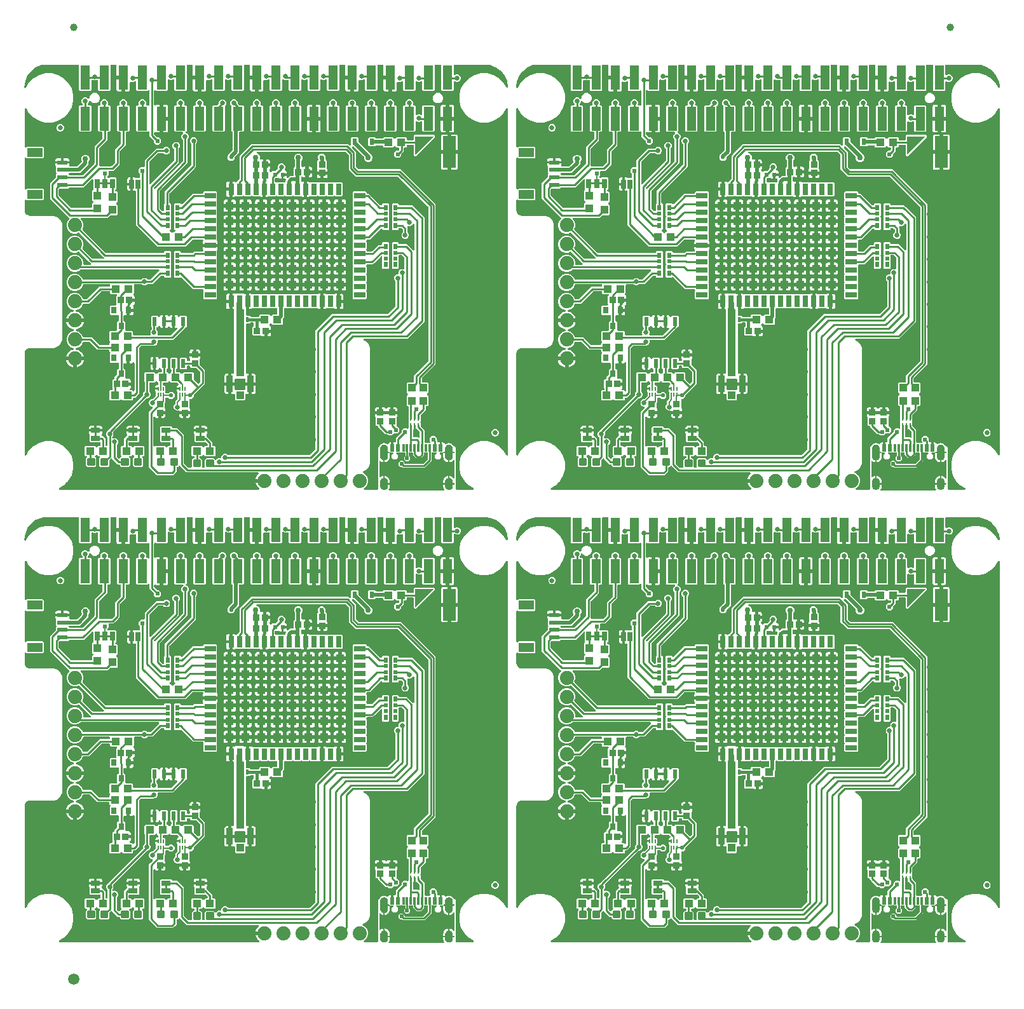
<source format=gtl>
G04 EAGLE Gerber RS-274X export*
G75*
%MOMM*%
%FSLAX34Y34*%
%LPD*%
%INTop Copper*%
%IPPOS*%
%AMOC8*
5,1,8,0,0,1.08239X$1,22.5*%
G01*
%ADD10R,1.000000X1.100000*%
%ADD11R,0.660400X1.270000*%
%ADD12R,0.850000X2.200000*%
%ADD13R,1.000000X1.050000*%
%ADD14R,0.630000X0.830000*%
%ADD15R,1.100000X1.000000*%
%ADD16R,0.635000X1.270000*%
%ADD17C,0.300000*%
%ADD18R,1.270000X0.660400*%
%ADD19R,1.700000X4.200000*%
%ADD20R,1.000000X1.000000*%
%ADD21R,0.850000X0.900000*%
%ADD22R,0.250000X0.610000*%
%ADD23R,0.250000X0.560000*%
%ADD24R,0.900000X0.850000*%
%ADD25R,0.300000X1.000000*%
%ADD26R,0.600000X1.000000*%
%ADD27C,0.654000*%
%ADD28R,1.270000X3.175000*%
%ADD29C,0.635000*%
%ADD30R,2.000000X1.200000*%
%ADD31R,1.350000X0.600000*%
%ADD32C,1.879600*%
%ADD33R,0.400000X0.700000*%
%ADD34R,0.800000X0.900000*%
%ADD35R,0.600000X1.200000*%
%ADD36R,0.550000X0.800000*%
%ADD37R,0.550000X0.500000*%
%ADD38R,0.190000X0.500000*%
%ADD39R,0.800000X1.500000*%
%ADD40R,1.500000X0.800000*%
%ADD41R,1.100000X1.100000*%
%ADD42R,0.600000X0.600000*%
%ADD43C,1.000000*%
%ADD44C,1.500000*%
%ADD45C,0.558800*%
%ADD46C,0.254000*%
%ADD47C,0.508000*%
%ADD48C,0.762000*%
%ADD49C,0.203200*%
%ADD50C,0.604000*%
%ADD51C,1.000000*%
%ADD52C,0.381000*%

G36*
X969902Y606156D02*
X969902Y606156D01*
X969982Y606156D01*
X970059Y606176D01*
X970139Y606186D01*
X970213Y606215D01*
X970290Y606235D01*
X970360Y606274D01*
X970434Y606303D01*
X970499Y606350D01*
X970569Y606388D01*
X970627Y606443D01*
X970692Y606490D01*
X970743Y606551D01*
X970801Y606606D01*
X970844Y606673D01*
X970895Y606735D01*
X970929Y606807D01*
X970971Y606874D01*
X970996Y606950D01*
X971030Y607023D01*
X971045Y607101D01*
X971070Y607177D01*
X971075Y607257D01*
X971090Y607335D01*
X971085Y607415D01*
X971090Y607494D01*
X971075Y607573D01*
X971070Y607652D01*
X971046Y607728D01*
X971031Y607807D01*
X970997Y607879D01*
X970972Y607955D01*
X970929Y608022D01*
X970896Y608094D01*
X970845Y608156D01*
X970802Y608224D01*
X970744Y608278D01*
X970693Y608340D01*
X970571Y608441D01*
X970570Y608442D01*
X970569Y608442D01*
X969814Y608991D01*
X968485Y610320D01*
X967380Y611840D01*
X966527Y613515D01*
X965947Y615302D01*
X965906Y615558D01*
X976321Y615558D01*
X976439Y615573D01*
X976558Y615581D01*
X976597Y615593D01*
X976637Y615598D01*
X976748Y615642D01*
X976861Y615679D01*
X976895Y615700D01*
X976932Y615715D01*
X977029Y615785D01*
X977129Y615849D01*
X977157Y615878D01*
X977190Y615902D01*
X977266Y615994D01*
X977347Y616080D01*
X977367Y616116D01*
X977393Y616147D01*
X977443Y616255D01*
X977501Y616359D01*
X977511Y616398D01*
X977528Y616435D01*
X977551Y616552D01*
X977580Y616667D01*
X977584Y616727D01*
X977588Y616747D01*
X977587Y616767D01*
X977591Y616828D01*
X977591Y619368D01*
X977576Y619486D01*
X977568Y619604D01*
X977556Y619643D01*
X977551Y619683D01*
X977507Y619794D01*
X977470Y619907D01*
X977449Y619941D01*
X977434Y619979D01*
X977364Y620075D01*
X977300Y620176D01*
X977271Y620203D01*
X977247Y620236D01*
X977155Y620312D01*
X977068Y620394D01*
X977033Y620413D01*
X977002Y620439D01*
X976894Y620490D01*
X976790Y620547D01*
X976751Y620557D01*
X976714Y620574D01*
X976597Y620597D01*
X976482Y620627D01*
X976422Y620630D01*
X976402Y620634D01*
X976381Y620633D01*
X976321Y620637D01*
X965906Y620637D01*
X965947Y620893D01*
X966527Y622681D01*
X967380Y624355D01*
X968485Y625875D01*
X969702Y627092D01*
X969787Y627202D01*
X969876Y627309D01*
X969885Y627327D01*
X969897Y627343D01*
X969952Y627471D01*
X970011Y627597D01*
X970015Y627617D01*
X970023Y627635D01*
X970045Y627773D01*
X970071Y627909D01*
X970070Y627929D01*
X970073Y627949D01*
X970060Y628088D01*
X970051Y628227D01*
X970045Y628246D01*
X970043Y628266D01*
X969996Y628397D01*
X969953Y628529D01*
X969943Y628546D01*
X969936Y628565D01*
X969858Y628680D01*
X969783Y628798D01*
X969769Y628812D01*
X969757Y628828D01*
X969653Y628920D01*
X969552Y629016D01*
X969534Y629025D01*
X969519Y629039D01*
X969395Y629102D01*
X969273Y629169D01*
X969254Y629174D01*
X969236Y629183D01*
X969100Y629214D01*
X968965Y629249D01*
X968937Y629250D01*
X968925Y629253D01*
X968905Y629252D01*
X968805Y629259D01*
X873539Y629259D01*
X866290Y636507D01*
X865205Y637592D01*
X865111Y637665D01*
X865022Y637744D01*
X864986Y637763D01*
X864954Y637787D01*
X864845Y637835D01*
X864738Y637889D01*
X864699Y637898D01*
X864662Y637914D01*
X864544Y637932D01*
X864428Y637958D01*
X864388Y637957D01*
X864348Y637964D01*
X864229Y637952D01*
X864110Y637949D01*
X864071Y637938D01*
X864031Y637934D01*
X863919Y637893D01*
X863805Y637860D01*
X863770Y637840D01*
X863732Y637826D01*
X863633Y637759D01*
X863531Y637699D01*
X863486Y637659D01*
X863469Y637648D01*
X863455Y637632D01*
X863410Y637592D01*
X862137Y636319D01*
X861596Y636319D01*
X861478Y636304D01*
X861359Y636297D01*
X861321Y636284D01*
X861281Y636279D01*
X861170Y636235D01*
X861057Y636199D01*
X861023Y636177D01*
X860985Y636162D01*
X860889Y636092D01*
X860788Y636028D01*
X860761Y635999D01*
X860728Y635975D01*
X860652Y635883D01*
X860570Y635797D01*
X860551Y635761D01*
X860525Y635730D01*
X860474Y635623D01*
X860417Y635518D01*
X860407Y635479D01*
X860389Y635442D01*
X860367Y635326D01*
X860337Y635210D01*
X860334Y635150D01*
X860330Y635130D01*
X860331Y635110D01*
X860327Y635050D01*
X860327Y630032D01*
X855744Y625449D01*
X834169Y625449D01*
X823493Y636125D01*
X823493Y709923D01*
X825650Y712081D01*
X828435Y714865D01*
X828520Y714975D01*
X828608Y715082D01*
X828617Y715100D01*
X828629Y715116D01*
X828685Y715244D01*
X828744Y715370D01*
X828748Y715390D01*
X828756Y715408D01*
X828778Y715546D01*
X828804Y715682D01*
X828802Y715702D01*
X828806Y715722D01*
X828793Y715861D01*
X828784Y716000D01*
X828778Y716019D01*
X828776Y716039D01*
X828729Y716170D01*
X828686Y716302D01*
X828675Y716319D01*
X828668Y716338D01*
X828590Y716453D01*
X828516Y716571D01*
X828501Y716585D01*
X828490Y716601D01*
X828385Y716693D01*
X828284Y716789D01*
X828266Y716798D01*
X828251Y716812D01*
X828127Y716875D01*
X828006Y716942D01*
X827986Y716947D01*
X827968Y716956D01*
X827832Y716987D01*
X827698Y717022D01*
X827670Y717023D01*
X827658Y717026D01*
X827637Y717025D01*
X827537Y717032D01*
X827348Y717032D01*
X825527Y717786D01*
X824134Y719180D01*
X823380Y721000D01*
X823380Y722971D01*
X824134Y724792D01*
X825527Y726185D01*
X827348Y726939D01*
X827831Y726939D01*
X827930Y726952D01*
X828029Y726955D01*
X828087Y726972D01*
X828147Y726979D01*
X828239Y727016D01*
X828334Y727043D01*
X828386Y727074D01*
X828443Y727096D01*
X828523Y727154D01*
X828608Y727205D01*
X828683Y727271D01*
X828700Y727283D01*
X828708Y727292D01*
X828729Y727311D01*
X832675Y731257D01*
X832736Y731335D01*
X832803Y731408D01*
X832833Y731461D01*
X832870Y731508D01*
X832909Y731599D01*
X832957Y731686D01*
X832972Y731745D01*
X832996Y731800D01*
X833012Y731898D01*
X833036Y731994D01*
X833043Y732094D01*
X833046Y732114D01*
X833045Y732127D01*
X833047Y732155D01*
X833047Y733819D01*
X833062Y733855D01*
X833078Y733953D01*
X833102Y734048D01*
X833109Y734148D01*
X833112Y734169D01*
X833111Y734181D01*
X833113Y734209D01*
X833113Y735919D01*
X833100Y736018D01*
X833100Y736021D01*
X833099Y736104D01*
X833098Y736108D01*
X833097Y736117D01*
X833080Y736175D01*
X833073Y736235D01*
X833037Y736325D01*
X833013Y736411D01*
X833011Y736416D01*
X833009Y736422D01*
X833001Y736435D01*
X832964Y736511D01*
X832956Y736531D01*
X832950Y736539D01*
X832942Y736555D01*
X832524Y737279D01*
X832351Y737925D01*
X832351Y739490D01*
X835277Y739490D01*
X835396Y739505D01*
X835514Y739512D01*
X835553Y739525D01*
X835593Y739530D01*
X835704Y739574D01*
X835817Y739611D01*
X835851Y739632D01*
X835889Y739647D01*
X835985Y739717D01*
X836086Y739781D01*
X836113Y739810D01*
X836146Y739834D01*
X836222Y739926D01*
X836303Y740012D01*
X836323Y740048D01*
X836349Y740079D01*
X836400Y740187D01*
X836457Y740291D01*
X836467Y740330D01*
X836484Y740367D01*
X836507Y740483D01*
X836536Y740599D01*
X836540Y740659D01*
X836544Y740679D01*
X836543Y740699D01*
X836547Y740759D01*
X836547Y740760D01*
X836532Y740878D01*
X836524Y740997D01*
X836512Y741035D01*
X836507Y741075D01*
X836463Y741186D01*
X836426Y741299D01*
X836405Y741333D01*
X836390Y741371D01*
X836320Y741467D01*
X836256Y741568D01*
X836227Y741596D01*
X836203Y741628D01*
X836111Y741704D01*
X836025Y741786D01*
X835989Y741805D01*
X835958Y741831D01*
X835850Y741882D01*
X835746Y741939D01*
X835707Y741949D01*
X835670Y741967D01*
X835553Y741989D01*
X835438Y742019D01*
X835378Y742023D01*
X835358Y742026D01*
X835338Y742025D01*
X835277Y742029D01*
X832351Y742029D01*
X832351Y743594D01*
X832524Y744240D01*
X832858Y744820D01*
X833331Y745293D01*
X833911Y745627D01*
X834557Y745800D01*
X835277Y745800D01*
X835396Y745815D01*
X835514Y745823D01*
X835553Y745835D01*
X835593Y745840D01*
X835704Y745884D01*
X835817Y745921D01*
X835851Y745942D01*
X835889Y745957D01*
X835985Y746027D01*
X836086Y746091D01*
X836113Y746120D01*
X836146Y746144D01*
X836222Y746236D01*
X836303Y746322D01*
X836323Y746358D01*
X836349Y746389D01*
X836400Y746497D01*
X836457Y746601D01*
X836467Y746640D01*
X836484Y746677D01*
X836507Y746794D01*
X836536Y746909D01*
X836540Y746969D01*
X836544Y746989D01*
X836543Y747009D01*
X836547Y747070D01*
X836547Y747831D01*
X836534Y747929D01*
X836531Y748028D01*
X836514Y748087D01*
X836507Y748147D01*
X836470Y748239D01*
X836443Y748334D01*
X836412Y748386D01*
X836390Y748442D01*
X836332Y748522D01*
X836281Y748608D01*
X836215Y748683D01*
X836203Y748700D01*
X836194Y748707D01*
X836175Y748729D01*
X834649Y750255D01*
X834555Y750328D01*
X834466Y750406D01*
X834430Y750425D01*
X834398Y750450D01*
X834289Y750497D01*
X834182Y750551D01*
X834143Y750560D01*
X834106Y750576D01*
X833988Y750595D01*
X833872Y750621D01*
X833832Y750619D01*
X833792Y750626D01*
X833673Y750615D01*
X833554Y750611D01*
X833515Y750600D01*
X833475Y750596D01*
X833363Y750556D01*
X833249Y750523D01*
X833214Y750502D01*
X833176Y750488D01*
X833077Y750421D01*
X832975Y750361D01*
X832929Y750321D01*
X832913Y750310D01*
X832899Y750294D01*
X832854Y750255D01*
X831488Y748889D01*
X825409Y748889D01*
X825291Y748874D01*
X825172Y748867D01*
X825134Y748854D01*
X825094Y748849D01*
X824983Y748805D01*
X824870Y748769D01*
X824836Y748747D01*
X824798Y748732D01*
X824702Y748662D01*
X824601Y748598D01*
X824574Y748569D01*
X824541Y748545D01*
X824465Y748453D01*
X824383Y748367D01*
X824364Y748331D01*
X824338Y748300D01*
X824287Y748193D01*
X824230Y748088D01*
X824220Y748049D01*
X824202Y748012D01*
X824180Y747896D01*
X824150Y747780D01*
X824147Y747720D01*
X824143Y747700D01*
X824144Y747680D01*
X824140Y747620D01*
X824140Y737580D01*
X824153Y737482D01*
X824156Y737383D01*
X824172Y737325D01*
X824180Y737265D01*
X824216Y737173D01*
X824244Y737078D01*
X824275Y737025D01*
X824297Y736969D01*
X824355Y736889D01*
X824405Y736804D01*
X824472Y736728D01*
X824484Y736712D01*
X824493Y736704D01*
X824512Y736683D01*
X825291Y735904D01*
X826045Y734083D01*
X826045Y732112D01*
X825291Y730292D01*
X823897Y728898D01*
X822077Y728144D01*
X821475Y728144D01*
X821377Y728131D01*
X821278Y728128D01*
X821220Y728112D01*
X821159Y728104D01*
X821067Y728068D01*
X820972Y728040D01*
X820920Y728009D01*
X820864Y727987D01*
X820784Y727929D01*
X820698Y727879D01*
X820623Y727812D01*
X820606Y727800D01*
X820599Y727791D01*
X820577Y727772D01*
X776268Y683463D01*
X776250Y683439D01*
X776227Y683420D01*
X776153Y683314D01*
X776073Y683211D01*
X776061Y683184D01*
X776044Y683160D01*
X775998Y683039D01*
X775947Y682919D01*
X775942Y682890D01*
X775932Y682863D01*
X775917Y682734D01*
X775897Y682605D01*
X775900Y682576D01*
X775896Y682547D01*
X775914Y682418D01*
X775927Y682289D01*
X775937Y682261D01*
X775941Y682232D01*
X775993Y682079D01*
X776417Y681055D01*
X776417Y679084D01*
X775663Y677264D01*
X775130Y676731D01*
X775087Y676676D01*
X775037Y676627D01*
X774990Y676550D01*
X774935Y676479D01*
X774907Y676415D01*
X774871Y676356D01*
X774844Y676270D01*
X774809Y676187D01*
X774798Y676118D01*
X774777Y676052D01*
X774773Y675962D01*
X774759Y675873D01*
X774765Y675804D01*
X774762Y675734D01*
X774780Y675646D01*
X774789Y675557D01*
X774812Y675491D01*
X774826Y675423D01*
X774866Y675342D01*
X774896Y675257D01*
X774935Y675200D01*
X774966Y675137D01*
X775025Y675069D01*
X775075Y674994D01*
X775127Y674948D01*
X775172Y674895D01*
X775246Y674843D01*
X775313Y674784D01*
X775375Y674752D01*
X775433Y674712D01*
X775517Y674680D01*
X775597Y674639D01*
X775665Y674624D01*
X775730Y674599D01*
X775819Y674589D01*
X775907Y674570D01*
X775977Y674572D01*
X776046Y674564D01*
X776135Y674577D01*
X776225Y674579D01*
X776292Y674599D01*
X776361Y674608D01*
X776513Y674660D01*
X776834Y674793D01*
X778805Y674793D01*
X780625Y674039D01*
X782019Y672646D01*
X782773Y670825D01*
X782773Y668854D01*
X782019Y667034D01*
X781240Y666254D01*
X781179Y666176D01*
X781111Y666104D01*
X781082Y666051D01*
X781045Y666003D01*
X781006Y665912D01*
X780958Y665826D01*
X780943Y665767D01*
X780919Y665711D01*
X780903Y665613D01*
X780878Y665518D01*
X780872Y665418D01*
X780869Y665397D01*
X780870Y665385D01*
X780868Y665357D01*
X780868Y650498D01*
X780881Y650400D01*
X780884Y650301D01*
X780900Y650243D01*
X780908Y650183D01*
X780944Y650091D01*
X780972Y649995D01*
X781003Y649943D01*
X781025Y649887D01*
X781083Y649807D01*
X781133Y649722D01*
X781200Y649646D01*
X781212Y649630D01*
X781221Y649622D01*
X781240Y649601D01*
X783036Y647805D01*
X783130Y647731D01*
X783219Y647653D01*
X783255Y647634D01*
X783287Y647610D01*
X783397Y647562D01*
X783503Y647508D01*
X783542Y647499D01*
X783579Y647483D01*
X783697Y647465D01*
X783813Y647439D01*
X783853Y647440D01*
X783893Y647433D01*
X784012Y647445D01*
X784131Y647448D01*
X784170Y647459D01*
X784210Y647463D01*
X784322Y647504D01*
X784436Y647537D01*
X784471Y647557D01*
X784509Y647571D01*
X784608Y647638D01*
X784710Y647698D01*
X784755Y647738D01*
X784772Y647749D01*
X784786Y647765D01*
X784831Y647805D01*
X786753Y649726D01*
X786826Y649820D01*
X786904Y649909D01*
X786923Y649945D01*
X786947Y649977D01*
X786995Y650087D01*
X787049Y650193D01*
X787058Y650232D01*
X787074Y650269D01*
X787092Y650387D01*
X787119Y650503D01*
X787117Y650543D01*
X787124Y650583D01*
X787112Y650702D01*
X787109Y650821D01*
X787098Y650860D01*
X787094Y650900D01*
X787054Y651012D01*
X787020Y651126D01*
X787000Y651161D01*
X786986Y651199D01*
X786919Y651298D01*
X786859Y651400D01*
X786819Y651445D01*
X786808Y651462D01*
X786792Y651476D01*
X786752Y651521D01*
X786313Y651961D01*
X786313Y663434D01*
X787355Y664476D01*
X789273Y664476D01*
X789392Y664491D01*
X789510Y664499D01*
X789549Y664511D01*
X789589Y664516D01*
X789700Y664560D01*
X789813Y664597D01*
X789847Y664618D01*
X789885Y664633D01*
X789981Y664703D01*
X790082Y664767D01*
X790109Y664796D01*
X790142Y664820D01*
X790218Y664912D01*
X790299Y664998D01*
X790319Y665034D01*
X790345Y665065D01*
X790396Y665173D01*
X790453Y665277D01*
X790463Y665316D01*
X790480Y665353D01*
X790503Y665470D01*
X790532Y665585D01*
X790536Y665645D01*
X790540Y665665D01*
X790539Y665685D01*
X790543Y665746D01*
X790543Y674280D01*
X794221Y677959D01*
X794282Y678037D01*
X794349Y678109D01*
X794379Y678162D01*
X794416Y678210D01*
X794455Y678301D01*
X794503Y678388D01*
X794518Y678446D01*
X794542Y678502D01*
X794558Y678600D01*
X794582Y678695D01*
X794589Y678796D01*
X794592Y678816D01*
X794591Y678828D01*
X794593Y678856D01*
X794593Y678888D01*
X794621Y678943D01*
X794630Y678982D01*
X794646Y679019D01*
X794665Y679137D01*
X794691Y679253D01*
X794689Y679294D01*
X794696Y679333D01*
X794685Y679452D01*
X794681Y679571D01*
X794670Y679610D01*
X794666Y679650D01*
X794626Y679762D01*
X794592Y679877D01*
X794572Y679911D01*
X794558Y679949D01*
X794491Y680048D01*
X794431Y680151D01*
X794391Y680196D01*
X794380Y680213D01*
X794364Y680226D01*
X794341Y680252D01*
X794004Y680837D01*
X793831Y681483D01*
X793831Y683469D01*
X801389Y683469D01*
X801389Y672928D01*
X801401Y672909D01*
X801404Y672886D01*
X801420Y672879D01*
X801425Y672870D01*
X801436Y672872D01*
X801451Y672865D01*
X803991Y672865D01*
X804010Y672877D01*
X804033Y672880D01*
X804040Y672896D01*
X804049Y672902D01*
X804047Y672912D01*
X804054Y672928D01*
X804054Y683469D01*
X811612Y683469D01*
X811612Y681483D01*
X811439Y680837D01*
X811096Y680242D01*
X811045Y680177D01*
X810966Y680088D01*
X810948Y680052D01*
X810923Y680020D01*
X810876Y679911D01*
X810822Y679805D01*
X810813Y679765D01*
X810797Y679728D01*
X810778Y679611D01*
X810752Y679494D01*
X810753Y679454D01*
X810747Y679414D01*
X810758Y679296D01*
X810762Y679176D01*
X810773Y679138D01*
X810777Y679098D01*
X810817Y678985D01*
X810850Y678872D01*
X810850Y670667D01*
X809808Y669625D01*
X797909Y669625D01*
X797791Y669610D01*
X797672Y669603D01*
X797634Y669590D01*
X797594Y669585D01*
X797483Y669541D01*
X797370Y669505D01*
X797336Y669483D01*
X797298Y669468D01*
X797202Y669398D01*
X797101Y669334D01*
X797074Y669305D01*
X797041Y669281D01*
X796965Y669189D01*
X796883Y669103D01*
X796864Y669067D01*
X796838Y669036D01*
X796787Y668928D01*
X796730Y668824D01*
X796720Y668785D01*
X796702Y668748D01*
X796680Y668632D01*
X796650Y668516D01*
X796647Y668456D01*
X796643Y668436D01*
X796643Y668424D01*
X796643Y668420D01*
X796643Y668408D01*
X796640Y668356D01*
X796640Y665746D01*
X796655Y665627D01*
X796662Y665509D01*
X796675Y665470D01*
X796680Y665430D01*
X796724Y665319D01*
X796760Y665206D01*
X796782Y665172D01*
X796797Y665134D01*
X796867Y665038D01*
X796931Y664937D01*
X796960Y664910D01*
X796984Y664877D01*
X797076Y664801D01*
X797162Y664720D01*
X797198Y664700D01*
X797229Y664674D01*
X797336Y664623D01*
X797441Y664566D01*
X797480Y664556D01*
X797517Y664539D01*
X797633Y664516D01*
X797749Y664487D01*
X797809Y664483D01*
X797829Y664479D01*
X797849Y664480D01*
X797909Y664476D01*
X799828Y664476D01*
X801194Y663111D01*
X801288Y663038D01*
X801377Y662959D01*
X801413Y662940D01*
X801445Y662916D01*
X801555Y662868D01*
X801660Y662814D01*
X801700Y662805D01*
X801737Y662789D01*
X801855Y662771D01*
X801971Y662745D01*
X802011Y662746D01*
X802051Y662739D01*
X802170Y662751D01*
X802289Y662754D01*
X802327Y662765D01*
X802368Y662769D01*
X802480Y662810D01*
X802594Y662843D01*
X802629Y662863D01*
X802667Y662877D01*
X802765Y662944D01*
X802868Y663004D01*
X802913Y663044D01*
X802930Y663055D01*
X802944Y663071D01*
X802989Y663111D01*
X804355Y664476D01*
X816828Y664476D01*
X817870Y663434D01*
X817870Y651961D01*
X816828Y650919D01*
X816181Y650919D01*
X816043Y650901D01*
X815904Y650888D01*
X815885Y650882D01*
X815865Y650879D01*
X815736Y650828D01*
X815605Y650781D01*
X815588Y650769D01*
X815569Y650762D01*
X815457Y650680D01*
X815342Y650602D01*
X815329Y650587D01*
X815312Y650575D01*
X815223Y650468D01*
X815131Y650364D01*
X815122Y650346D01*
X815109Y650330D01*
X815050Y650204D01*
X814987Y650081D01*
X814982Y650061D01*
X814974Y650042D01*
X814948Y649906D01*
X814917Y649770D01*
X814918Y649750D01*
X814914Y649730D01*
X814923Y649592D01*
X814927Y649452D01*
X814933Y649433D01*
X814934Y649413D01*
X814976Y649281D01*
X815015Y649147D01*
X815026Y649129D01*
X815032Y649110D01*
X815106Y648993D01*
X815177Y648873D01*
X815195Y648852D01*
X815202Y648841D01*
X815217Y648827D01*
X815283Y648752D01*
X816080Y647956D01*
X816080Y638239D01*
X814159Y636319D01*
X804443Y636319D01*
X802522Y638239D01*
X802522Y647956D01*
X804023Y649456D01*
X804096Y649550D01*
X804174Y649639D01*
X804193Y649675D01*
X804217Y649707D01*
X804265Y649817D01*
X804319Y649923D01*
X804328Y649962D01*
X804344Y649999D01*
X804362Y650117D01*
X804389Y650233D01*
X804387Y650273D01*
X804394Y650313D01*
X804382Y650432D01*
X804379Y650551D01*
X804368Y650590D01*
X804364Y650630D01*
X804324Y650742D01*
X804290Y650856D01*
X804270Y650891D01*
X804256Y650929D01*
X804189Y651028D01*
X804129Y651130D01*
X804089Y651175D01*
X804078Y651192D01*
X804062Y651206D01*
X804022Y651251D01*
X802989Y652285D01*
X802895Y652357D01*
X802806Y652436D01*
X802770Y652455D01*
X802738Y652480D01*
X802628Y652527D01*
X802522Y652581D01*
X802483Y652590D01*
X802446Y652606D01*
X802328Y652625D01*
X802212Y652651D01*
X802172Y652649D01*
X802132Y652656D01*
X802013Y652645D01*
X801894Y652641D01*
X801855Y652630D01*
X801815Y652626D01*
X801703Y652586D01*
X801589Y652553D01*
X801554Y652532D01*
X801516Y652518D01*
X801417Y652451D01*
X801315Y652391D01*
X801270Y652351D01*
X801253Y652340D01*
X801239Y652324D01*
X801194Y652285D01*
X799828Y650919D01*
X798641Y650919D01*
X798503Y650901D01*
X798364Y650888D01*
X798345Y650882D01*
X798325Y650879D01*
X798196Y650828D01*
X798065Y650781D01*
X798048Y650769D01*
X798029Y650762D01*
X797917Y650680D01*
X797802Y650602D01*
X797789Y650587D01*
X797772Y650575D01*
X797683Y650468D01*
X797591Y650364D01*
X797582Y650346D01*
X797569Y650330D01*
X797510Y650204D01*
X797447Y650081D01*
X797442Y650061D01*
X797434Y650042D01*
X797408Y649906D01*
X797377Y649770D01*
X797378Y649750D01*
X797374Y649730D01*
X797383Y649592D01*
X797387Y649452D01*
X797393Y649433D01*
X797394Y649413D01*
X797436Y649281D01*
X797475Y649147D01*
X797486Y649129D01*
X797492Y649110D01*
X797566Y648993D01*
X797637Y648873D01*
X797655Y648852D01*
X797662Y648841D01*
X797677Y648827D01*
X797743Y648752D01*
X798540Y647956D01*
X798540Y638239D01*
X796619Y636319D01*
X786903Y636319D01*
X784982Y638239D01*
X784982Y638780D01*
X784967Y638898D01*
X784960Y639017D01*
X784947Y639055D01*
X784942Y639095D01*
X784898Y639206D01*
X784862Y639319D01*
X784840Y639353D01*
X784825Y639391D01*
X784755Y639487D01*
X784692Y639588D01*
X784662Y639615D01*
X784638Y639648D01*
X784547Y639724D01*
X784460Y639806D01*
X784425Y639825D01*
X784393Y639851D01*
X784286Y639902D01*
X784182Y639959D01*
X784142Y639969D01*
X784106Y639987D01*
X783989Y640009D01*
X783874Y640039D01*
X783813Y640042D01*
X783793Y640046D01*
X783773Y640045D01*
X783713Y640049D01*
X782169Y640049D01*
X774769Y647448D01*
X774675Y647521D01*
X774586Y647600D01*
X774550Y647618D01*
X774518Y647643D01*
X774408Y647691D01*
X774303Y647745D01*
X774263Y647753D01*
X774226Y647770D01*
X774108Y647788D01*
X773992Y647814D01*
X773952Y647813D01*
X773912Y647819D01*
X773793Y647808D01*
X773674Y647805D01*
X773636Y647793D01*
X773595Y647790D01*
X773483Y647749D01*
X773369Y647716D01*
X773334Y647696D01*
X773296Y647682D01*
X773197Y647615D01*
X773095Y647555D01*
X773050Y647515D01*
X773033Y647503D01*
X773019Y647488D01*
X772974Y647448D01*
X771462Y645937D01*
X771402Y645858D01*
X771334Y645786D01*
X771305Y645733D01*
X771267Y645685D01*
X771228Y645594D01*
X771180Y645508D01*
X771165Y645449D01*
X771141Y645393D01*
X771126Y645295D01*
X771101Y645200D01*
X771094Y645100D01*
X771091Y645079D01*
X771092Y645067D01*
X771091Y645039D01*
X771091Y638239D01*
X769170Y636319D01*
X759454Y636319D01*
X757533Y638239D01*
X757533Y647956D01*
X758330Y648752D01*
X758414Y648861D01*
X758503Y648969D01*
X758512Y648987D01*
X758525Y649003D01*
X758580Y649131D01*
X758639Y649257D01*
X758643Y649277D01*
X758651Y649295D01*
X758673Y649433D01*
X758699Y649569D01*
X758698Y649589D01*
X758701Y649609D01*
X758688Y649748D01*
X758679Y649887D01*
X758673Y649906D01*
X758671Y649926D01*
X758624Y650057D01*
X758581Y650189D01*
X758570Y650206D01*
X758563Y650225D01*
X758485Y650340D01*
X758411Y650458D01*
X758396Y650472D01*
X758385Y650488D01*
X758281Y650580D01*
X758179Y650676D01*
X758161Y650685D01*
X758146Y650699D01*
X758023Y650762D01*
X757901Y650829D01*
X757881Y650834D01*
X757863Y650843D01*
X757727Y650874D01*
X757593Y650909D01*
X757565Y650910D01*
X757553Y650913D01*
X757532Y650912D01*
X757432Y650919D01*
X756245Y650919D01*
X754879Y652285D01*
X754785Y652358D01*
X754696Y652436D01*
X754660Y652455D01*
X754628Y652480D01*
X754518Y652527D01*
X754412Y652581D01*
X754373Y652590D01*
X754336Y652606D01*
X754218Y652625D01*
X754102Y652651D01*
X754062Y652649D01*
X754022Y652656D01*
X753903Y652645D01*
X753784Y652641D01*
X753745Y652630D01*
X753705Y652626D01*
X753593Y652586D01*
X753479Y652553D01*
X753444Y652532D01*
X753406Y652518D01*
X753307Y652452D01*
X753205Y652391D01*
X753160Y652351D01*
X753143Y652340D01*
X753129Y652324D01*
X753084Y652285D01*
X752050Y651251D01*
X751977Y651157D01*
X751899Y651068D01*
X751880Y651032D01*
X751855Y651000D01*
X751808Y650891D01*
X751754Y650784D01*
X751745Y650745D01*
X751729Y650708D01*
X751710Y650590D01*
X751684Y650474D01*
X751686Y650434D01*
X751679Y650394D01*
X751690Y650275D01*
X751694Y650156D01*
X751705Y650117D01*
X751709Y650077D01*
X751749Y649965D01*
X751782Y649851D01*
X751803Y649816D01*
X751817Y649778D01*
X751884Y649679D01*
X751944Y649577D01*
X751984Y649532D01*
X751995Y649515D01*
X752010Y649501D01*
X752050Y649456D01*
X753551Y647956D01*
X753551Y638239D01*
X751630Y636319D01*
X741914Y636319D01*
X739993Y638239D01*
X739993Y647956D01*
X740790Y648752D01*
X740874Y648861D01*
X740963Y648969D01*
X740972Y648987D01*
X740985Y649003D01*
X741040Y649131D01*
X741099Y649257D01*
X741103Y649277D01*
X741111Y649295D01*
X741133Y649433D01*
X741159Y649569D01*
X741158Y649589D01*
X741161Y649609D01*
X741148Y649748D01*
X741139Y649887D01*
X741133Y649906D01*
X741131Y649926D01*
X741084Y650057D01*
X741041Y650189D01*
X741030Y650206D01*
X741023Y650225D01*
X740945Y650340D01*
X740871Y650458D01*
X740856Y650472D01*
X740845Y650488D01*
X740741Y650580D01*
X740639Y650676D01*
X740621Y650685D01*
X740606Y650699D01*
X740483Y650762D01*
X740361Y650829D01*
X740341Y650834D01*
X740323Y650843D01*
X740187Y650874D01*
X740053Y650909D01*
X740025Y650910D01*
X740013Y650913D01*
X739992Y650912D01*
X739892Y650919D01*
X739245Y650919D01*
X738203Y651961D01*
X738203Y663434D01*
X739245Y664476D01*
X751718Y664476D01*
X753084Y663111D01*
X753178Y663038D01*
X753267Y662959D01*
X753303Y662940D01*
X753335Y662916D01*
X753445Y662868D01*
X753550Y662814D01*
X753590Y662805D01*
X753627Y662789D01*
X753745Y662771D01*
X753861Y662745D01*
X753901Y662746D01*
X753941Y662739D01*
X754060Y662751D01*
X754179Y662754D01*
X754218Y662765D01*
X754258Y662769D01*
X754370Y662810D01*
X754484Y662843D01*
X754519Y662863D01*
X754557Y662877D01*
X754656Y662944D01*
X754758Y663004D01*
X754803Y663044D01*
X754820Y663055D01*
X754834Y663071D01*
X754879Y663111D01*
X756245Y664476D01*
X758163Y664476D01*
X758282Y664491D01*
X758400Y664499D01*
X758439Y664511D01*
X758479Y664516D01*
X758590Y664560D01*
X758703Y664597D01*
X758737Y664618D01*
X758775Y664633D01*
X758871Y664703D01*
X758972Y664767D01*
X758999Y664796D01*
X759032Y664820D01*
X759108Y664912D01*
X759189Y664998D01*
X759209Y665034D01*
X759235Y665065D01*
X759286Y665173D01*
X759343Y665277D01*
X759353Y665316D01*
X759370Y665353D01*
X759393Y665470D01*
X759422Y665585D01*
X759426Y665645D01*
X759430Y665665D01*
X759429Y665685D01*
X759433Y665746D01*
X759433Y668356D01*
X759418Y668474D01*
X759410Y668593D01*
X759398Y668631D01*
X759393Y668671D01*
X759349Y668782D01*
X759312Y668895D01*
X759291Y668929D01*
X759276Y668967D01*
X759206Y669063D01*
X759142Y669164D01*
X759113Y669191D01*
X759089Y669224D01*
X758997Y669300D01*
X758911Y669382D01*
X758875Y669401D01*
X758844Y669427D01*
X758736Y669478D01*
X758632Y669535D01*
X758593Y669545D01*
X758556Y669563D01*
X758439Y669585D01*
X758324Y669615D01*
X758264Y669618D01*
X758244Y669622D01*
X758224Y669621D01*
X758163Y669625D01*
X745485Y669625D01*
X744443Y670667D01*
X744443Y678888D01*
X744471Y678943D01*
X744480Y678982D01*
X744496Y679019D01*
X744515Y679137D01*
X744541Y679253D01*
X744539Y679294D01*
X744546Y679333D01*
X744535Y679452D01*
X744531Y679571D01*
X744520Y679610D01*
X744516Y679650D01*
X744476Y679762D01*
X744442Y679877D01*
X744422Y679911D01*
X744408Y679949D01*
X744341Y680048D01*
X744281Y680151D01*
X744241Y680196D01*
X744230Y680213D01*
X744214Y680226D01*
X744191Y680252D01*
X743854Y680837D01*
X743681Y681483D01*
X743681Y683469D01*
X751239Y683469D01*
X751239Y672928D01*
X751251Y672909D01*
X751254Y672886D01*
X751270Y672879D01*
X751275Y672870D01*
X751286Y672872D01*
X751301Y672865D01*
X753841Y672865D01*
X753860Y672877D01*
X753883Y672880D01*
X753890Y672896D01*
X753899Y672902D01*
X753897Y672912D01*
X753904Y672928D01*
X753904Y683469D01*
X761462Y683469D01*
X761462Y681483D01*
X761289Y680837D01*
X760946Y680242D01*
X760895Y680177D01*
X760816Y680088D01*
X760798Y680052D01*
X760773Y680020D01*
X760726Y679911D01*
X760672Y679805D01*
X760663Y679765D01*
X760647Y679728D01*
X760628Y679611D01*
X760602Y679494D01*
X760603Y679454D01*
X760597Y679414D01*
X760608Y679296D01*
X760612Y679176D01*
X760623Y679138D01*
X760627Y679098D01*
X760667Y678985D01*
X760700Y678871D01*
X760719Y678839D01*
X760722Y678787D01*
X760735Y678748D01*
X760740Y678708D01*
X760784Y678597D01*
X760820Y678484D01*
X760842Y678450D01*
X760857Y678412D01*
X760927Y678316D01*
X760991Y678215D01*
X761020Y678188D01*
X761044Y678155D01*
X761136Y678079D01*
X761222Y677998D01*
X761258Y677978D01*
X761289Y677952D01*
X761396Y677901D01*
X761501Y677844D01*
X761540Y677834D01*
X761577Y677817D01*
X761693Y677794D01*
X761809Y677765D01*
X761869Y677761D01*
X761889Y677757D01*
X761909Y677758D01*
X761969Y677754D01*
X761976Y677754D01*
X765530Y674200D01*
X765530Y665746D01*
X765545Y665627D01*
X765552Y665509D01*
X765565Y665470D01*
X765570Y665430D01*
X765614Y665319D01*
X765650Y665206D01*
X765672Y665172D01*
X765687Y665134D01*
X765757Y665038D01*
X765821Y664937D01*
X765850Y664910D01*
X765874Y664877D01*
X765966Y664801D01*
X766052Y664720D01*
X766088Y664700D01*
X766119Y664674D01*
X766226Y664623D01*
X766331Y664566D01*
X766370Y664556D01*
X766407Y664539D01*
X766523Y664516D01*
X766639Y664487D01*
X766699Y664483D01*
X766719Y664479D01*
X766739Y664480D01*
X766799Y664476D01*
X767163Y664476D01*
X767282Y664491D01*
X767400Y664499D01*
X767439Y664511D01*
X767479Y664516D01*
X767590Y664560D01*
X767703Y664597D01*
X767737Y664618D01*
X767775Y664633D01*
X767871Y664703D01*
X767972Y664767D01*
X767999Y664796D01*
X768032Y664820D01*
X768108Y664912D01*
X768189Y664998D01*
X768209Y665034D01*
X768235Y665065D01*
X768286Y665173D01*
X768343Y665277D01*
X768353Y665316D01*
X768370Y665353D01*
X768393Y665470D01*
X768422Y665585D01*
X768426Y665645D01*
X768430Y665665D01*
X768429Y665685D01*
X768433Y665746D01*
X768433Y668139D01*
X768420Y668237D01*
X768417Y668336D01*
X768415Y668345D01*
X768415Y675587D01*
X768402Y675685D01*
X768399Y675784D01*
X768382Y675842D01*
X768375Y675902D01*
X768338Y675995D01*
X768311Y676090D01*
X768280Y676142D01*
X768258Y676198D01*
X768200Y676278D01*
X768149Y676364D01*
X768083Y676439D01*
X768071Y676455D01*
X768062Y676463D01*
X768043Y676484D01*
X767264Y677264D01*
X766510Y679084D01*
X766510Y681055D01*
X767264Y682876D01*
X768663Y684275D01*
X768685Y684282D01*
X768795Y684352D01*
X768907Y684416D01*
X768929Y684436D01*
X768954Y684452D01*
X769043Y684547D01*
X769136Y684637D01*
X769151Y684662D01*
X769171Y684684D01*
X769234Y684797D01*
X769302Y684908D01*
X769311Y684936D01*
X769325Y684962D01*
X769357Y685088D01*
X769396Y685212D01*
X769396Y685213D01*
X815766Y731584D01*
X815827Y731662D01*
X815894Y731734D01*
X815924Y731787D01*
X815961Y731835D01*
X816000Y731926D01*
X816048Y732013D01*
X816063Y732071D01*
X816087Y732127D01*
X816103Y732225D01*
X816127Y732320D01*
X816134Y732421D01*
X816137Y732441D01*
X816136Y732453D01*
X816138Y732481D01*
X816138Y734083D01*
X816892Y735904D01*
X817671Y736683D01*
X817732Y736761D01*
X817799Y736833D01*
X817829Y736886D01*
X817866Y736934D01*
X817905Y737025D01*
X817953Y737112D01*
X817968Y737170D01*
X817992Y737226D01*
X818008Y737324D01*
X818032Y737420D01*
X818039Y737520D01*
X818042Y737540D01*
X818041Y737552D01*
X818043Y737580D01*
X818043Y749335D01*
X818030Y749433D01*
X818027Y749532D01*
X818010Y749591D01*
X818003Y749651D01*
X817973Y749727D01*
X817973Y761404D01*
X819015Y762446D01*
X831488Y762446D01*
X832854Y761081D01*
X832948Y761008D01*
X833037Y760929D01*
X833073Y760910D01*
X833105Y760886D01*
X833215Y760838D01*
X833320Y760784D01*
X833360Y760775D01*
X833397Y760759D01*
X833515Y760741D01*
X833631Y760715D01*
X833671Y760716D01*
X833711Y760709D01*
X833830Y760721D01*
X833949Y760724D01*
X833988Y760735D01*
X834028Y760739D01*
X834140Y760780D01*
X834254Y760813D01*
X834289Y760833D01*
X834327Y760847D01*
X834426Y760914D01*
X834528Y760974D01*
X834573Y761014D01*
X834590Y761025D01*
X834604Y761041D01*
X834649Y761081D01*
X836015Y762446D01*
X839643Y762446D01*
X839762Y762461D01*
X839880Y762469D01*
X839919Y762481D01*
X839959Y762486D01*
X840070Y762530D01*
X840183Y762567D01*
X840217Y762588D01*
X840255Y762603D01*
X840351Y762673D01*
X840452Y762737D01*
X840479Y762766D01*
X840512Y762790D01*
X840588Y762882D01*
X840669Y762968D01*
X840689Y763004D01*
X840715Y763035D01*
X840766Y763143D01*
X840823Y763247D01*
X840833Y763286D01*
X840850Y763323D01*
X840873Y763440D01*
X840902Y763555D01*
X840906Y763615D01*
X840910Y763635D01*
X840909Y763655D01*
X840913Y763716D01*
X840913Y765455D01*
X840900Y765553D01*
X840897Y765652D01*
X840880Y765711D01*
X840873Y765771D01*
X840836Y765863D01*
X840809Y765958D01*
X840778Y766010D01*
X840756Y766066D01*
X840698Y766147D01*
X840647Y766232D01*
X840581Y766307D01*
X840569Y766324D01*
X840560Y766331D01*
X840541Y766353D01*
X839091Y767802D01*
X839087Y767812D01*
X839069Y767861D01*
X839062Y767881D01*
X839059Y767885D01*
X839032Y767956D01*
X839028Y767962D01*
X839026Y767968D01*
X838936Y768091D01*
X838848Y768215D01*
X838843Y768220D01*
X838839Y768225D01*
X838721Y768323D01*
X838605Y768421D01*
X838599Y768424D01*
X838594Y768428D01*
X838457Y768493D01*
X838319Y768559D01*
X838312Y768561D01*
X838306Y768563D01*
X838158Y768592D01*
X838007Y768622D01*
X838000Y768622D01*
X837994Y768623D01*
X837843Y768614D01*
X837690Y768606D01*
X837683Y768604D01*
X837677Y768604D01*
X837533Y768557D01*
X837386Y768511D01*
X837380Y768508D01*
X837374Y768505D01*
X837245Y768424D01*
X837116Y768344D01*
X837111Y768339D01*
X837105Y768335D01*
X837000Y768223D01*
X836895Y768114D01*
X836892Y768109D01*
X836887Y768104D01*
X836851Y768037D01*
X836838Y768022D01*
X836813Y767969D01*
X836739Y767838D01*
X836736Y767829D01*
X836734Y767825D01*
X836731Y767815D01*
X836708Y767745D01*
X836702Y767734D01*
X836700Y767723D01*
X836687Y767685D01*
X836629Y767467D01*
X836295Y766888D01*
X835821Y766414D01*
X835242Y766080D01*
X834596Y765907D01*
X832761Y765907D01*
X832761Y774217D01*
X832746Y774336D01*
X832738Y774454D01*
X832736Y774461D01*
X832750Y774517D01*
X832754Y774577D01*
X832758Y774597D01*
X832757Y774618D01*
X832761Y774678D01*
X832761Y782988D01*
X834596Y782988D01*
X835242Y782815D01*
X835821Y782481D01*
X836295Y782008D01*
X836629Y781428D01*
X836687Y781210D01*
X836746Y781067D01*
X836801Y780927D01*
X836805Y780922D01*
X836808Y780916D01*
X836900Y780791D01*
X836988Y780670D01*
X836993Y780666D01*
X836997Y780660D01*
X837115Y780565D01*
X837233Y780467D01*
X837239Y780464D01*
X837244Y780460D01*
X837384Y780396D01*
X837521Y780332D01*
X837527Y780330D01*
X837533Y780328D01*
X837685Y780300D01*
X837833Y780272D01*
X837840Y780272D01*
X837846Y780271D01*
X837998Y780282D01*
X838150Y780292D01*
X838157Y780294D01*
X838163Y780294D01*
X838307Y780343D01*
X838453Y780390D01*
X838459Y780393D01*
X838465Y780395D01*
X838592Y780478D01*
X838722Y780560D01*
X838726Y780565D01*
X838732Y780568D01*
X838835Y780680D01*
X838939Y780791D01*
X838943Y780797D01*
X838947Y780802D01*
X839019Y780937D01*
X839093Y781070D01*
X839095Y781076D01*
X839098Y781082D01*
X839103Y781105D01*
X840225Y782226D01*
X847698Y782226D01*
X848740Y781184D01*
X848740Y767711D01*
X847382Y766353D01*
X847321Y766274D01*
X847253Y766202D01*
X847224Y766149D01*
X847187Y766101D01*
X847148Y766010D01*
X847100Y765924D01*
X847085Y765865D01*
X847061Y765809D01*
X847045Y765712D01*
X847020Y765616D01*
X847014Y765516D01*
X847011Y765495D01*
X847012Y765483D01*
X847010Y765455D01*
X847010Y763716D01*
X847025Y763597D01*
X847032Y763479D01*
X847045Y763440D01*
X847050Y763400D01*
X847094Y763289D01*
X847130Y763176D01*
X847152Y763142D01*
X847167Y763104D01*
X847237Y763008D01*
X847301Y762907D01*
X847330Y762880D01*
X847354Y762847D01*
X847446Y762771D01*
X847532Y762690D01*
X847568Y762670D01*
X847599Y762644D01*
X847706Y762593D01*
X847811Y762536D01*
X847850Y762526D01*
X847887Y762509D01*
X848003Y762486D01*
X848119Y762457D01*
X848179Y762453D01*
X848199Y762449D01*
X848219Y762450D01*
X848279Y762446D01*
X848488Y762446D01*
X849774Y761161D01*
X849868Y761088D01*
X849957Y761009D01*
X849993Y760990D01*
X850025Y760966D01*
X850135Y760918D01*
X850240Y760864D01*
X850280Y760855D01*
X850317Y760839D01*
X850435Y760821D01*
X850551Y760795D01*
X850591Y760796D01*
X850631Y760789D01*
X850750Y760801D01*
X850869Y760804D01*
X850908Y760815D01*
X850948Y760819D01*
X851060Y760860D01*
X851174Y760893D01*
X851209Y760913D01*
X851247Y760927D01*
X851346Y760994D01*
X851448Y761054D01*
X851493Y761094D01*
X851510Y761105D01*
X851524Y761121D01*
X851569Y761161D01*
X853134Y762726D01*
X853152Y762737D01*
X853179Y762766D01*
X853212Y762790D01*
X853288Y762882D01*
X853369Y762968D01*
X853389Y763004D01*
X853415Y763035D01*
X853466Y763143D01*
X853523Y763247D01*
X853533Y763286D01*
X853550Y763323D01*
X853573Y763440D01*
X853602Y763555D01*
X853606Y763615D01*
X853610Y763635D01*
X853609Y763655D01*
X853613Y763716D01*
X853613Y765455D01*
X853600Y765553D01*
X853597Y765652D01*
X853580Y765711D01*
X853573Y765771D01*
X853536Y765863D01*
X853509Y765958D01*
X853478Y766010D01*
X853456Y766066D01*
X853398Y766147D01*
X853347Y766232D01*
X853281Y766307D01*
X853269Y766324D01*
X853260Y766331D01*
X853241Y766353D01*
X851883Y767711D01*
X851883Y781184D01*
X852925Y782226D01*
X860398Y782226D01*
X861440Y781184D01*
X861440Y767711D01*
X860082Y766353D01*
X860021Y766274D01*
X859953Y766202D01*
X859924Y766149D01*
X859887Y766101D01*
X859848Y766010D01*
X859800Y765924D01*
X859785Y765865D01*
X859761Y765809D01*
X859745Y765712D01*
X859720Y765616D01*
X859714Y765516D01*
X859711Y765495D01*
X859712Y765483D01*
X859710Y765455D01*
X859710Y763716D01*
X859725Y763597D01*
X859732Y763479D01*
X859745Y763440D01*
X859750Y763400D01*
X859794Y763289D01*
X859830Y763176D01*
X859852Y763142D01*
X859867Y763104D01*
X859937Y763008D01*
X860001Y762907D01*
X860030Y762880D01*
X860054Y762847D01*
X860146Y762771D01*
X860232Y762690D01*
X860268Y762670D01*
X860299Y762644D01*
X860406Y762593D01*
X860511Y762536D01*
X860550Y762526D01*
X860587Y762509D01*
X860703Y762486D01*
X860819Y762457D01*
X860879Y762453D01*
X860899Y762449D01*
X860919Y762450D01*
X860979Y762446D01*
X865328Y762446D01*
X866694Y761081D01*
X866788Y761008D01*
X866877Y760929D01*
X866913Y760910D01*
X866945Y760886D01*
X867055Y760838D01*
X867160Y760784D01*
X867200Y760775D01*
X867237Y760759D01*
X867355Y760741D01*
X867471Y760715D01*
X867511Y760716D01*
X867551Y760709D01*
X867670Y760721D01*
X867789Y760724D01*
X867827Y760735D01*
X867868Y760739D01*
X867980Y760780D01*
X868094Y760813D01*
X868129Y760833D01*
X868167Y760847D01*
X868265Y760914D01*
X868368Y760974D01*
X868413Y761014D01*
X868430Y761025D01*
X868444Y761041D01*
X868489Y761081D01*
X869855Y762446D01*
X882328Y762446D01*
X883370Y761404D01*
X883370Y753226D01*
X883383Y753128D01*
X883386Y753029D01*
X883402Y752971D01*
X883410Y752911D01*
X883446Y752819D01*
X883474Y752723D01*
X883505Y752671D01*
X883527Y752615D01*
X883585Y752535D01*
X883635Y752449D01*
X883702Y752374D01*
X883714Y752358D01*
X883723Y752350D01*
X883742Y752329D01*
X888359Y747712D01*
X888453Y747639D01*
X888542Y747560D01*
X888578Y747542D01*
X888610Y747517D01*
X888720Y747469D01*
X888825Y747415D01*
X888865Y747406D01*
X888902Y747390D01*
X889020Y747372D01*
X889136Y747346D01*
X889176Y747347D01*
X889216Y747341D01*
X889335Y747352D01*
X889454Y747355D01*
X889492Y747367D01*
X889533Y747370D01*
X889645Y747411D01*
X889759Y747444D01*
X889794Y747464D01*
X889832Y747478D01*
X889930Y747545D01*
X890033Y747605D01*
X890078Y747645D01*
X890095Y747657D01*
X890109Y747672D01*
X890154Y747712D01*
X891701Y749259D01*
X891762Y749337D01*
X891829Y749409D01*
X891859Y749462D01*
X891896Y749510D01*
X891935Y749601D01*
X891983Y749688D01*
X891998Y749746D01*
X892022Y749802D01*
X892038Y749900D01*
X892062Y749995D01*
X892069Y750096D01*
X892072Y750116D01*
X892071Y750128D01*
X892073Y750156D01*
X892073Y762619D01*
X892060Y762717D01*
X892057Y762816D01*
X892040Y762874D01*
X892033Y762935D01*
X891996Y763027D01*
X891969Y763122D01*
X891938Y763174D01*
X891916Y763230D01*
X891858Y763310D01*
X891807Y763396D01*
X891741Y763471D01*
X891729Y763488D01*
X891720Y763495D01*
X891701Y763517D01*
X887180Y768037D01*
X887102Y768098D01*
X887030Y768166D01*
X886977Y768195D01*
X886929Y768232D01*
X886838Y768271D01*
X886751Y768319D01*
X886693Y768334D01*
X886637Y768358D01*
X886539Y768374D01*
X886444Y768399D01*
X886343Y768405D01*
X886323Y768408D01*
X886311Y768407D01*
X886283Y768409D01*
X879855Y768409D01*
X878813Y769451D01*
X878813Y770130D01*
X878798Y770248D01*
X878790Y770367D01*
X878778Y770405D01*
X878773Y770445D01*
X878729Y770556D01*
X878692Y770669D01*
X878671Y770703D01*
X878656Y770741D01*
X878586Y770837D01*
X878522Y770938D01*
X878493Y770965D01*
X878469Y770998D01*
X878377Y771074D01*
X878291Y771156D01*
X878255Y771175D01*
X878224Y771201D01*
X878116Y771252D01*
X878012Y771309D01*
X877973Y771319D01*
X877936Y771337D01*
X877819Y771359D01*
X877704Y771389D01*
X877644Y771392D01*
X877624Y771396D01*
X877604Y771395D01*
X877543Y771399D01*
X875409Y771399D01*
X875291Y771384D01*
X875172Y771377D01*
X875134Y771364D01*
X875094Y771359D01*
X874983Y771315D01*
X874870Y771279D01*
X874836Y771257D01*
X874798Y771242D01*
X874702Y771172D01*
X874601Y771108D01*
X874574Y771079D01*
X874541Y771055D01*
X874465Y770963D01*
X874383Y770877D01*
X874364Y770841D01*
X874338Y770810D01*
X874287Y770703D01*
X874230Y770598D01*
X874220Y770559D01*
X874202Y770522D01*
X874180Y770406D01*
X874150Y770290D01*
X874147Y770230D01*
X874143Y770210D01*
X874144Y770190D01*
X874140Y770130D01*
X874140Y767711D01*
X873098Y766669D01*
X865625Y766669D01*
X864583Y767711D01*
X864583Y781184D01*
X865625Y782226D01*
X873098Y782226D01*
X874140Y781184D01*
X874140Y778766D01*
X874155Y778647D01*
X874162Y778529D01*
X874175Y778490D01*
X874180Y778450D01*
X874224Y778339D01*
X874260Y778226D01*
X874282Y778192D01*
X874297Y778154D01*
X874367Y778058D01*
X874431Y777957D01*
X874460Y777930D01*
X874484Y777897D01*
X874576Y777821D01*
X874662Y777740D01*
X874698Y777720D01*
X874729Y777694D01*
X874836Y777643D01*
X874941Y777586D01*
X874980Y777576D01*
X875017Y777559D01*
X875133Y777536D01*
X875249Y777507D01*
X875309Y777503D01*
X875329Y777499D01*
X875349Y777500D01*
X875409Y777496D01*
X877543Y777496D01*
X877662Y777511D01*
X877780Y777519D01*
X877819Y777531D01*
X877859Y777536D01*
X877970Y777580D01*
X878083Y777617D01*
X878117Y777638D01*
X878155Y777653D01*
X878251Y777723D01*
X878352Y777787D01*
X878379Y777816D01*
X878412Y777840D01*
X878488Y777932D01*
X878569Y778018D01*
X878589Y778054D01*
X878615Y778085D01*
X878666Y778193D01*
X878723Y778297D01*
X878733Y778336D01*
X878750Y778373D01*
X878773Y778490D01*
X878802Y778605D01*
X878806Y778665D01*
X878810Y778685D01*
X878809Y778705D01*
X878813Y778766D01*
X878813Y779447D01*
X878800Y779546D01*
X878800Y779549D01*
X878799Y779632D01*
X878798Y779636D01*
X878797Y779645D01*
X878780Y779703D01*
X878773Y779763D01*
X878737Y779853D01*
X878713Y779939D01*
X878711Y779944D01*
X878709Y779950D01*
X878701Y779963D01*
X878664Y780039D01*
X878656Y780059D01*
X878650Y780067D01*
X878642Y780083D01*
X878224Y780807D01*
X878051Y781453D01*
X878051Y783913D01*
X884236Y783913D01*
X884354Y783928D01*
X884473Y783936D01*
X884512Y783948D01*
X884552Y783953D01*
X884662Y783997D01*
X884776Y784034D01*
X884810Y784055D01*
X884847Y784070D01*
X884944Y784140D01*
X885044Y784204D01*
X885072Y784233D01*
X885097Y784251D01*
X885113Y784238D01*
X885199Y784156D01*
X885235Y784137D01*
X885266Y784111D01*
X885374Y784060D01*
X885478Y784003D01*
X885517Y783993D01*
X885554Y783976D01*
X885671Y783953D01*
X885786Y783924D01*
X885846Y783920D01*
X885866Y783916D01*
X885886Y783917D01*
X885947Y783913D01*
X892132Y783913D01*
X892132Y781453D01*
X891959Y780807D01*
X891548Y780095D01*
X891547Y780094D01*
X891546Y780092D01*
X891541Y780083D01*
X891506Y780000D01*
X891460Y779916D01*
X891445Y779858D01*
X891421Y779802D01*
X891419Y779794D01*
X891418Y779790D01*
X891405Y779703D01*
X891380Y779608D01*
X891374Y779508D01*
X891371Y779488D01*
X891372Y779478D01*
X891371Y779475D01*
X891372Y779471D01*
X891370Y779447D01*
X891370Y772996D01*
X891383Y772898D01*
X891386Y772799D01*
X891402Y772741D01*
X891410Y772681D01*
X891446Y772589D01*
X891474Y772493D01*
X891505Y772441D01*
X891527Y772385D01*
X891585Y772305D01*
X891635Y772220D01*
X891702Y772144D01*
X891714Y772128D01*
X891723Y772120D01*
X891742Y772099D01*
X898170Y765670D01*
X898170Y747105D01*
X883556Y732491D01*
X883495Y732412D01*
X883427Y732340D01*
X883398Y732287D01*
X883361Y732239D01*
X883322Y732148D01*
X883274Y732062D01*
X883259Y732003D01*
X883235Y731947D01*
X883219Y731849D01*
X883194Y731754D01*
X883188Y731654D01*
X883185Y731633D01*
X883186Y731621D01*
X883184Y731593D01*
X883184Y729964D01*
X880505Y727285D01*
X878824Y727285D01*
X878686Y727267D01*
X878547Y727254D01*
X878528Y727248D01*
X878508Y727245D01*
X878379Y727194D01*
X878248Y727147D01*
X878231Y727135D01*
X878213Y727128D01*
X878100Y727046D01*
X877985Y726968D01*
X877972Y726953D01*
X877955Y726941D01*
X877866Y726834D01*
X877775Y726730D01*
X877765Y726712D01*
X877752Y726696D01*
X877693Y726570D01*
X877630Y726446D01*
X877626Y726427D01*
X877617Y726408D01*
X877591Y726272D01*
X877560Y726136D01*
X877561Y726116D01*
X877557Y726096D01*
X877566Y725957D01*
X877570Y725818D01*
X877576Y725799D01*
X877577Y725779D01*
X877620Y725646D01*
X877658Y725513D01*
X877669Y725495D01*
X877675Y725476D01*
X877749Y725359D01*
X877810Y725256D01*
X877810Y715238D01*
X877823Y715140D01*
X877823Y715136D01*
X877824Y715053D01*
X877825Y715049D01*
X877826Y715041D01*
X877842Y714982D01*
X877850Y714922D01*
X877886Y714832D01*
X877909Y714747D01*
X877912Y714741D01*
X877914Y714735D01*
X877922Y714722D01*
X877959Y714646D01*
X877967Y714627D01*
X877973Y714618D01*
X877981Y714602D01*
X878399Y713878D01*
X878572Y713232D01*
X878572Y710772D01*
X872387Y710772D01*
X872268Y710757D01*
X872150Y710750D01*
X872111Y710737D01*
X872071Y710732D01*
X871960Y710688D01*
X871847Y710652D01*
X871813Y710630D01*
X871775Y710615D01*
X871679Y710545D01*
X871578Y710481D01*
X871551Y710452D01*
X871526Y710434D01*
X871510Y710447D01*
X871423Y710529D01*
X871388Y710548D01*
X871357Y710574D01*
X871249Y710625D01*
X871145Y710682D01*
X871106Y710692D01*
X871069Y710710D01*
X870952Y710732D01*
X870837Y710762D01*
X870777Y710765D01*
X870757Y710769D01*
X870736Y710768D01*
X870676Y710772D01*
X864346Y710772D01*
X864334Y710804D01*
X864305Y710844D01*
X864283Y710889D01*
X864212Y710972D01*
X864147Y711061D01*
X864109Y711093D01*
X864076Y711131D01*
X863987Y711194D01*
X863902Y711264D01*
X863857Y711285D01*
X863816Y711314D01*
X863714Y711353D01*
X863614Y711399D01*
X863565Y711409D01*
X863519Y711426D01*
X863410Y711439D01*
X863302Y711459D01*
X863252Y711456D01*
X863203Y711462D01*
X863094Y711446D01*
X862985Y711439D01*
X862937Y711424D01*
X862888Y711417D01*
X862761Y711374D01*
X860786Y711374D01*
X858965Y712128D01*
X857572Y713522D01*
X856818Y715342D01*
X856818Y717313D01*
X857572Y719134D01*
X858355Y719917D01*
X858415Y719995D01*
X858483Y720067D01*
X858513Y720120D01*
X858550Y720168D01*
X858589Y720259D01*
X858637Y720346D01*
X858652Y720404D01*
X858676Y720460D01*
X858692Y720558D01*
X858716Y720654D01*
X858723Y720754D01*
X858726Y720774D01*
X858725Y720786D01*
X858727Y720814D01*
X858727Y724181D01*
X861441Y726895D01*
X861502Y726974D01*
X861569Y727046D01*
X861599Y727099D01*
X861636Y727147D01*
X861675Y727238D01*
X861723Y727324D01*
X861738Y727383D01*
X861762Y727439D01*
X861778Y727537D01*
X861802Y727632D01*
X861809Y727732D01*
X861812Y727753D01*
X861811Y727765D01*
X861813Y727793D01*
X861813Y733819D01*
X861828Y733854D01*
X861844Y733952D01*
X861868Y734048D01*
X861875Y734148D01*
X861878Y734168D01*
X861877Y734181D01*
X861879Y734209D01*
X861879Y735919D01*
X861866Y736018D01*
X861866Y736021D01*
X861865Y736104D01*
X861864Y736108D01*
X861863Y736117D01*
X861846Y736175D01*
X861839Y736235D01*
X861803Y736325D01*
X861779Y736411D01*
X861777Y736416D01*
X861775Y736422D01*
X861767Y736435D01*
X861730Y736511D01*
X861722Y736531D01*
X861716Y736539D01*
X861708Y736555D01*
X861290Y737279D01*
X861117Y737925D01*
X861117Y739490D01*
X864043Y739490D01*
X864162Y739505D01*
X864280Y739512D01*
X864319Y739525D01*
X864359Y739530D01*
X864470Y739574D01*
X864583Y739611D01*
X864617Y739632D01*
X864655Y739647D01*
X864751Y739717D01*
X864852Y739781D01*
X864879Y739810D01*
X864912Y739834D01*
X864988Y739926D01*
X865069Y740012D01*
X865089Y740048D01*
X865115Y740079D01*
X865166Y740187D01*
X865223Y740291D01*
X865233Y740330D01*
X865250Y740367D01*
X865273Y740483D01*
X865302Y740599D01*
X865306Y740659D01*
X865310Y740679D01*
X865309Y740699D01*
X865313Y740759D01*
X865313Y740760D01*
X865298Y740878D01*
X865290Y740997D01*
X865278Y741035D01*
X865273Y741075D01*
X865229Y741186D01*
X865192Y741299D01*
X865171Y741333D01*
X865156Y741371D01*
X865086Y741467D01*
X865022Y741568D01*
X864993Y741596D01*
X864969Y741628D01*
X864877Y741704D01*
X864791Y741786D01*
X864755Y741805D01*
X864724Y741831D01*
X864616Y741882D01*
X864512Y741939D01*
X864473Y741949D01*
X864436Y741967D01*
X864319Y741989D01*
X864204Y742019D01*
X864144Y742023D01*
X864124Y742026D01*
X864104Y742025D01*
X864043Y742029D01*
X861117Y742029D01*
X861117Y743594D01*
X861290Y744240D01*
X861624Y744820D01*
X862097Y745293D01*
X862603Y745585D01*
X862703Y745661D01*
X862807Y745731D01*
X862830Y745757D01*
X862856Y745777D01*
X862935Y745875D01*
X863018Y745970D01*
X863033Y746000D01*
X863054Y746026D01*
X863105Y746141D01*
X863162Y746253D01*
X863170Y746286D01*
X863183Y746317D01*
X863205Y746441D01*
X863232Y746563D01*
X863231Y746597D01*
X863237Y746630D01*
X863226Y746755D01*
X863222Y746881D01*
X863213Y746914D01*
X863210Y746947D01*
X863169Y747066D01*
X863134Y747187D01*
X863117Y747216D01*
X863106Y747247D01*
X863036Y747352D01*
X862972Y747461D01*
X862940Y747497D01*
X862930Y747513D01*
X862914Y747527D01*
X862866Y747581D01*
X861930Y748517D01*
X861852Y748578D01*
X861780Y748646D01*
X861727Y748675D01*
X861679Y748712D01*
X861588Y748751D01*
X861501Y748799D01*
X861443Y748814D01*
X861387Y748838D01*
X861289Y748854D01*
X861194Y748879D01*
X861093Y748885D01*
X861073Y748888D01*
X861061Y748887D01*
X861033Y748889D01*
X852855Y748889D01*
X851569Y750175D01*
X851475Y750248D01*
X851386Y750326D01*
X851350Y750345D01*
X851318Y750370D01*
X851208Y750417D01*
X851102Y750471D01*
X851063Y750480D01*
X851026Y750496D01*
X850908Y750515D01*
X850792Y750541D01*
X850752Y750539D01*
X850712Y750546D01*
X850593Y750535D01*
X850474Y750531D01*
X850435Y750520D01*
X850395Y750516D01*
X850283Y750476D01*
X850169Y750443D01*
X850134Y750422D01*
X850096Y750408D01*
X849997Y750341D01*
X849895Y750281D01*
X849849Y750241D01*
X849833Y750230D01*
X849819Y750214D01*
X849774Y750175D01*
X848488Y748889D01*
X843405Y748889D01*
X843287Y748874D01*
X843168Y748867D01*
X843130Y748854D01*
X843090Y748849D01*
X842979Y748805D01*
X842866Y748769D01*
X842832Y748747D01*
X842794Y748732D01*
X842698Y748662D01*
X842597Y748598D01*
X842570Y748569D01*
X842537Y748545D01*
X842461Y748453D01*
X842379Y748367D01*
X842360Y748331D01*
X842334Y748300D01*
X842283Y748193D01*
X842226Y748088D01*
X842216Y748049D01*
X842198Y748012D01*
X842176Y747896D01*
X842146Y747780D01*
X842143Y747720D01*
X842139Y747700D01*
X842140Y747680D01*
X842136Y747620D01*
X842136Y746308D01*
X842151Y746189D01*
X842158Y746071D01*
X842171Y746032D01*
X842176Y745992D01*
X842220Y745881D01*
X842256Y745768D01*
X842278Y745734D01*
X842293Y745696D01*
X842363Y745600D01*
X842427Y745499D01*
X842456Y745472D01*
X842480Y745439D01*
X842572Y745363D01*
X842658Y745282D01*
X842694Y745262D01*
X842725Y745236D01*
X842832Y745185D01*
X842937Y745128D01*
X842976Y745118D01*
X843013Y745101D01*
X843129Y745078D01*
X843245Y745049D01*
X843305Y745045D01*
X843325Y745041D01*
X843345Y745042D01*
X843405Y745038D01*
X844528Y745038D01*
X845570Y743996D01*
X845570Y737523D01*
X845554Y737507D01*
X845481Y737413D01*
X845403Y737324D01*
X845384Y737288D01*
X845359Y737256D01*
X845312Y737147D01*
X845258Y737040D01*
X845249Y737001D01*
X845233Y736964D01*
X845214Y736846D01*
X845188Y736730D01*
X845190Y736690D01*
X845183Y736650D01*
X845194Y736531D01*
X845198Y736412D01*
X845209Y736374D01*
X845213Y736333D01*
X845253Y736221D01*
X845286Y736107D01*
X845307Y736072D01*
X845321Y736034D01*
X845387Y735936D01*
X845448Y735833D01*
X845488Y735788D01*
X845499Y735771D01*
X845515Y735757D01*
X845554Y735712D01*
X845570Y735696D01*
X845570Y735662D01*
X845585Y735543D01*
X845592Y735425D01*
X845605Y735386D01*
X845610Y735346D01*
X845654Y735235D01*
X845690Y735122D01*
X845712Y735088D01*
X845727Y735050D01*
X845797Y734954D01*
X845861Y734853D01*
X845890Y734826D01*
X845914Y734793D01*
X846006Y734717D01*
X846092Y734636D01*
X846128Y734616D01*
X846159Y734590D01*
X846266Y734539D01*
X846371Y734482D01*
X846410Y734472D01*
X846447Y734455D01*
X846563Y734432D01*
X846679Y734403D01*
X846739Y734399D01*
X846759Y734395D01*
X846779Y734396D01*
X846839Y734392D01*
X849014Y734392D01*
X849112Y734405D01*
X849211Y734408D01*
X849269Y734425D01*
X849329Y734432D01*
X849421Y734469D01*
X849516Y734496D01*
X849568Y734527D01*
X849625Y734549D01*
X849705Y734607D01*
X849790Y734658D01*
X849866Y734724D01*
X849882Y734736D01*
X849890Y734745D01*
X849911Y734764D01*
X851317Y736170D01*
X855105Y736170D01*
X857784Y733492D01*
X857784Y729704D01*
X855105Y727025D01*
X851317Y727025D01*
X849911Y728431D01*
X849833Y728492D01*
X849761Y728560D01*
X849708Y728589D01*
X849660Y728626D01*
X849569Y728665D01*
X849482Y728713D01*
X849424Y728728D01*
X849368Y728752D01*
X849270Y728768D01*
X849174Y728793D01*
X849074Y728799D01*
X849054Y728802D01*
X849042Y728801D01*
X849014Y728803D01*
X846905Y728803D01*
X846787Y728788D01*
X846668Y728781D01*
X846630Y728768D01*
X846590Y728763D01*
X846479Y728719D01*
X846366Y728683D01*
X846332Y728661D01*
X846294Y728646D01*
X846198Y728576D01*
X846097Y728512D01*
X846070Y728483D01*
X846037Y728459D01*
X845961Y728367D01*
X845879Y728281D01*
X845860Y728245D01*
X845834Y728214D01*
X845783Y728106D01*
X845726Y728002D01*
X845716Y727963D01*
X845698Y727926D01*
X845676Y727810D01*
X845646Y727694D01*
X845643Y727634D01*
X845639Y727614D01*
X845640Y727594D01*
X845636Y727534D01*
X845636Y722690D01*
X845162Y722215D01*
X845101Y722137D01*
X845033Y722065D01*
X845004Y722012D01*
X844967Y721964D01*
X844928Y721873D01*
X844880Y721786D01*
X844865Y721728D01*
X844841Y721672D01*
X844825Y721574D01*
X844800Y721478D01*
X844794Y721378D01*
X844791Y721358D01*
X844792Y721346D01*
X844790Y721318D01*
X844790Y715238D01*
X844803Y715140D01*
X844803Y715136D01*
X844804Y715053D01*
X844805Y715049D01*
X844806Y715041D01*
X844822Y714982D01*
X844830Y714922D01*
X844866Y714832D01*
X844889Y714747D01*
X844892Y714741D01*
X844894Y714735D01*
X844902Y714722D01*
X844939Y714646D01*
X844947Y714627D01*
X844953Y714618D01*
X844961Y714602D01*
X845379Y713878D01*
X845552Y713232D01*
X845552Y710772D01*
X839367Y710772D01*
X839248Y710757D01*
X839130Y710750D01*
X839091Y710737D01*
X839051Y710732D01*
X838940Y710688D01*
X838827Y710652D01*
X838793Y710630D01*
X838755Y710615D01*
X838659Y710545D01*
X838558Y710481D01*
X838531Y710452D01*
X838498Y710428D01*
X838422Y710336D01*
X838341Y710250D01*
X838321Y710214D01*
X838295Y710183D01*
X838245Y710076D01*
X838187Y709971D01*
X838177Y709932D01*
X838160Y709895D01*
X838137Y709779D01*
X838108Y709663D01*
X838104Y709603D01*
X838100Y709583D01*
X838101Y709563D01*
X838097Y709503D01*
X838097Y709062D01*
X837656Y709062D01*
X837538Y709047D01*
X837419Y709039D01*
X837381Y709027D01*
X837341Y709022D01*
X837230Y708978D01*
X837117Y708941D01*
X837083Y708920D01*
X837045Y708905D01*
X836949Y708835D01*
X836848Y708771D01*
X836821Y708742D01*
X836788Y708718D01*
X836712Y708626D01*
X836630Y708540D01*
X836611Y708504D01*
X836585Y708473D01*
X836534Y708365D01*
X836477Y708261D01*
X836467Y708222D01*
X836449Y708185D01*
X836427Y708068D01*
X836397Y707953D01*
X836394Y707893D01*
X836390Y707873D01*
X836391Y707853D01*
X836387Y707792D01*
X836387Y701857D01*
X833677Y701857D01*
X833031Y702030D01*
X832451Y702364D01*
X831978Y702837D01*
X831959Y702872D01*
X831871Y702988D01*
X831785Y703106D01*
X831775Y703114D01*
X831766Y703125D01*
X831652Y703216D01*
X831540Y703309D01*
X831528Y703314D01*
X831517Y703323D01*
X831384Y703382D01*
X831252Y703444D01*
X831239Y703447D01*
X831227Y703452D01*
X831083Y703476D01*
X830940Y703504D01*
X830926Y703503D01*
X830913Y703505D01*
X830768Y703493D01*
X830622Y703484D01*
X830610Y703480D01*
X830596Y703479D01*
X830458Y703431D01*
X830320Y703386D01*
X830309Y703379D01*
X830296Y703374D01*
X830174Y703294D01*
X830051Y703216D01*
X830042Y703206D01*
X830031Y703199D01*
X829934Y703091D01*
X829833Y702984D01*
X829827Y702972D01*
X829818Y702963D01*
X829751Y702834D01*
X829680Y702706D01*
X829676Y702693D01*
X829670Y702681D01*
X829637Y702539D01*
X829600Y702398D01*
X829599Y702379D01*
X829597Y702371D01*
X829598Y702354D01*
X829590Y702237D01*
X829590Y664920D01*
X829608Y664782D01*
X829621Y664643D01*
X829627Y664624D01*
X829630Y664604D01*
X829681Y664475D01*
X829728Y664344D01*
X829740Y664327D01*
X829747Y664308D01*
X829829Y664196D01*
X829907Y664081D01*
X829922Y664067D01*
X829934Y664051D01*
X830041Y663962D01*
X830145Y663870D01*
X830163Y663861D01*
X830179Y663848D01*
X830305Y663789D01*
X830428Y663726D01*
X830448Y663721D01*
X830467Y663713D01*
X830603Y663687D01*
X830739Y663656D01*
X830759Y663657D01*
X830779Y663653D01*
X830917Y663661D01*
X831057Y663666D01*
X831076Y663671D01*
X831096Y663673D01*
X831228Y663715D01*
X831362Y663754D01*
X831380Y663764D01*
X831399Y663771D01*
X831516Y663845D01*
X831636Y663916D01*
X831657Y663934D01*
X831668Y663941D01*
X831682Y663956D01*
X831757Y664022D01*
X832211Y664476D01*
X844685Y664476D01*
X846050Y663111D01*
X846145Y663038D01*
X846234Y662959D01*
X846270Y662940D01*
X846302Y662916D01*
X846411Y662868D01*
X846517Y662814D01*
X846556Y662805D01*
X846594Y662789D01*
X846711Y662771D01*
X846827Y662745D01*
X846868Y662746D01*
X846908Y662739D01*
X847026Y662751D01*
X847145Y662754D01*
X847184Y662765D01*
X847224Y662769D01*
X847336Y662810D01*
X847451Y662843D01*
X847485Y662863D01*
X847524Y662877D01*
X847622Y662944D01*
X847725Y663004D01*
X847770Y663044D01*
X847787Y663055D01*
X847800Y663071D01*
X847845Y663111D01*
X849211Y664476D01*
X851130Y664476D01*
X851248Y664491D01*
X851367Y664499D01*
X851405Y664511D01*
X851445Y664516D01*
X851556Y664560D01*
X851669Y664597D01*
X851704Y664618D01*
X851741Y664633D01*
X851837Y664703D01*
X851938Y664767D01*
X851966Y664796D01*
X851998Y664820D01*
X852074Y664912D01*
X852156Y664998D01*
X852175Y665034D01*
X852201Y665065D01*
X852252Y665173D01*
X852309Y665277D01*
X852320Y665316D01*
X852337Y665353D01*
X852359Y665470D01*
X852389Y665585D01*
X852393Y665645D01*
X852397Y665665D01*
X852395Y665685D01*
X852399Y665746D01*
X852399Y668356D01*
X852384Y668474D01*
X852377Y668593D01*
X852364Y668631D01*
X852359Y668671D01*
X852316Y668782D01*
X852279Y668895D01*
X852257Y668929D01*
X852242Y668967D01*
X852172Y669063D01*
X852109Y669164D01*
X852079Y669191D01*
X852055Y669224D01*
X851964Y669300D01*
X851877Y669382D01*
X851842Y669401D01*
X851810Y669427D01*
X851703Y669478D01*
X851599Y669535D01*
X851559Y669545D01*
X851523Y669563D01*
X851406Y669585D01*
X851291Y669615D01*
X851230Y669618D01*
X851210Y669622D01*
X851190Y669621D01*
X851130Y669625D01*
X839465Y669625D01*
X838423Y670667D01*
X838423Y678744D01*
X838693Y679015D01*
X838766Y679109D01*
X838845Y679198D01*
X838864Y679234D01*
X838888Y679266D01*
X838936Y679376D01*
X838990Y679482D01*
X838999Y679521D01*
X839015Y679558D01*
X839033Y679676D01*
X839059Y679792D01*
X839058Y679832D01*
X839065Y679872D01*
X839053Y679991D01*
X839050Y680110D01*
X839039Y680149D01*
X839035Y680189D01*
X838994Y680301D01*
X838961Y680415D01*
X838941Y680450D01*
X838927Y680488D01*
X838860Y680587D01*
X838800Y680689D01*
X838760Y680735D01*
X838749Y680751D01*
X838733Y680765D01*
X838693Y680810D01*
X838423Y681081D01*
X838423Y689158D01*
X839465Y690200D01*
X853638Y690200D01*
X854722Y689116D01*
X854764Y689011D01*
X854800Y688898D01*
X854822Y688864D01*
X854837Y688826D01*
X854907Y688730D01*
X854971Y688629D01*
X855000Y688602D01*
X855024Y688569D01*
X855116Y688493D01*
X855202Y688412D01*
X855238Y688392D01*
X855269Y688366D01*
X855376Y688315D01*
X855481Y688258D01*
X855520Y688248D01*
X855557Y688231D01*
X855673Y688208D01*
X855789Y688179D01*
X855849Y688175D01*
X855869Y688171D01*
X855889Y688172D01*
X855949Y688168D01*
X861352Y688168D01*
X870230Y679290D01*
X870230Y641716D01*
X870243Y641618D01*
X870246Y641519D01*
X870262Y641461D01*
X870270Y641401D01*
X870306Y641309D01*
X870334Y641213D01*
X870365Y641161D01*
X870387Y641105D01*
X870445Y641025D01*
X870496Y640939D01*
X870562Y640864D01*
X870574Y640848D01*
X870583Y640840D01*
X870602Y640819D01*
X875692Y635728D01*
X875771Y635667D01*
X875843Y635600D01*
X875896Y635570D01*
X875944Y635533D01*
X876035Y635494D01*
X876121Y635446D01*
X876180Y635431D01*
X876236Y635407D01*
X876334Y635391D01*
X876429Y635367D01*
X876529Y635360D01*
X876550Y635357D01*
X876562Y635358D01*
X876590Y635356D01*
X879573Y635356D01*
X879692Y635371D01*
X879810Y635379D01*
X879849Y635391D01*
X879889Y635396D01*
X880000Y635440D01*
X880113Y635477D01*
X880147Y635498D01*
X880185Y635513D01*
X880281Y635583D01*
X880382Y635647D01*
X880409Y635676D01*
X880442Y635700D01*
X880518Y635792D01*
X880599Y635878D01*
X880619Y635914D01*
X880645Y635945D01*
X880696Y636053D01*
X880753Y636157D01*
X880763Y636196D01*
X880780Y636233D01*
X880803Y636350D01*
X880832Y636465D01*
X880836Y636525D01*
X880840Y636545D01*
X880839Y636565D01*
X880843Y636626D01*
X880843Y646056D01*
X882763Y647976D01*
X883303Y647976D01*
X883422Y647991D01*
X883540Y647999D01*
X883579Y648011D01*
X883619Y648016D01*
X883730Y648060D01*
X883843Y648097D01*
X883877Y648118D01*
X883915Y648133D01*
X884011Y648203D01*
X884112Y648267D01*
X884139Y648296D01*
X884172Y648320D01*
X884248Y648412D01*
X884329Y648498D01*
X884349Y648534D01*
X884375Y648565D01*
X884426Y648673D01*
X884483Y648777D01*
X884493Y648816D01*
X884510Y648853D01*
X884533Y648970D01*
X884562Y649085D01*
X884566Y649145D01*
X884570Y649165D01*
X884569Y649185D01*
X884573Y649246D01*
X884573Y649660D01*
X884558Y649778D01*
X884550Y649897D01*
X884538Y649935D01*
X884533Y649975D01*
X884489Y650086D01*
X884452Y650199D01*
X884431Y650233D01*
X884416Y650271D01*
X884346Y650367D01*
X884282Y650468D01*
X884253Y650495D01*
X884229Y650528D01*
X884137Y650604D01*
X884051Y650686D01*
X884015Y650705D01*
X883984Y650731D01*
X883876Y650782D01*
X883772Y650839D01*
X883733Y650849D01*
X883696Y650867D01*
X883579Y650889D01*
X883464Y650919D01*
X883404Y650922D01*
X883384Y650926D01*
X883364Y650925D01*
X883303Y650929D01*
X881655Y650929D01*
X880613Y651971D01*
X880613Y663444D01*
X881655Y664486D01*
X894128Y664486D01*
X895494Y663121D01*
X895588Y663048D01*
X895677Y662969D01*
X895713Y662950D01*
X895745Y662926D01*
X895855Y662878D01*
X895960Y662824D01*
X896000Y662815D01*
X896037Y662799D01*
X896155Y662781D01*
X896271Y662755D01*
X896311Y662756D01*
X896351Y662749D01*
X896470Y662761D01*
X896589Y662764D01*
X896628Y662775D01*
X896668Y662779D01*
X896780Y662820D01*
X896894Y662853D01*
X896929Y662873D01*
X896967Y662887D01*
X897066Y662954D01*
X897168Y663014D01*
X897213Y663054D01*
X897230Y663065D01*
X897244Y663081D01*
X897289Y663121D01*
X898655Y664486D01*
X900573Y664486D01*
X900692Y664501D01*
X900810Y664509D01*
X900849Y664521D01*
X900889Y664526D01*
X901000Y664570D01*
X901113Y664607D01*
X901147Y664628D01*
X901185Y664643D01*
X901281Y664713D01*
X901382Y664777D01*
X901409Y664806D01*
X901442Y664830D01*
X901518Y664922D01*
X901599Y665008D01*
X901619Y665044D01*
X901645Y665075D01*
X901696Y665183D01*
X901753Y665287D01*
X901763Y665326D01*
X901780Y665363D01*
X901803Y665480D01*
X901832Y665595D01*
X901836Y665655D01*
X901840Y665675D01*
X901839Y665695D01*
X901843Y665756D01*
X901843Y666469D01*
X901830Y666567D01*
X901827Y666666D01*
X901810Y666724D01*
X901803Y666785D01*
X901766Y666877D01*
X901739Y666972D01*
X901708Y667024D01*
X901686Y667080D01*
X901628Y667160D01*
X901577Y667246D01*
X901511Y667321D01*
X901499Y667338D01*
X901490Y667345D01*
X901471Y667367D01*
X899584Y669253D01*
X899506Y669314D01*
X899434Y669382D01*
X899381Y669411D01*
X899333Y669448D01*
X899242Y669487D01*
X899155Y669535D01*
X899097Y669550D01*
X899041Y669574D01*
X898943Y669590D01*
X898848Y669615D01*
X898748Y669621D01*
X898727Y669624D01*
X898715Y669623D01*
X898687Y669625D01*
X885185Y669625D01*
X884143Y670667D01*
X884143Y678888D01*
X884171Y678943D01*
X884180Y678982D01*
X884196Y679019D01*
X884215Y679137D01*
X884241Y679253D01*
X884239Y679294D01*
X884246Y679333D01*
X884235Y679452D01*
X884231Y679571D01*
X884220Y679610D01*
X884216Y679650D01*
X884176Y679762D01*
X884142Y679877D01*
X884122Y679911D01*
X884108Y679949D01*
X884041Y680048D01*
X883981Y680151D01*
X883941Y680196D01*
X883930Y680213D01*
X883914Y680226D01*
X883891Y680252D01*
X883554Y680837D01*
X883381Y681483D01*
X883381Y683469D01*
X890939Y683469D01*
X890939Y672928D01*
X890951Y672909D01*
X890954Y672886D01*
X890970Y672879D01*
X890975Y672870D01*
X890986Y672872D01*
X891001Y672865D01*
X893541Y672865D01*
X893560Y672877D01*
X893583Y672880D01*
X893590Y672896D01*
X893599Y672902D01*
X893597Y672912D01*
X893604Y672928D01*
X893604Y683469D01*
X901162Y683469D01*
X901162Y681483D01*
X900989Y680837D01*
X900646Y680242D01*
X900595Y680177D01*
X900516Y680088D01*
X900498Y680052D01*
X900473Y680020D01*
X900426Y679911D01*
X900372Y679805D01*
X900363Y679765D01*
X900347Y679728D01*
X900328Y679611D01*
X900302Y679494D01*
X900303Y679454D01*
X900297Y679414D01*
X900308Y679296D01*
X900312Y679176D01*
X900323Y679138D01*
X900327Y679098D01*
X900367Y678985D01*
X900400Y678872D01*
X900400Y677586D01*
X900413Y677488D01*
X900416Y677389D01*
X900432Y677331D01*
X900440Y677271D01*
X900476Y677179D01*
X900504Y677083D01*
X900535Y677031D01*
X900557Y676975D01*
X900615Y676895D01*
X900666Y676809D01*
X900732Y676734D01*
X900744Y676718D01*
X900753Y676710D01*
X900772Y676689D01*
X907940Y669520D01*
X907940Y665756D01*
X907955Y665637D01*
X907962Y665519D01*
X907975Y665480D01*
X907980Y665440D01*
X908024Y665329D01*
X908060Y665216D01*
X908082Y665182D01*
X908097Y665144D01*
X908167Y665048D01*
X908231Y664947D01*
X908260Y664920D01*
X908284Y664887D01*
X908376Y664811D01*
X908462Y664730D01*
X908498Y664710D01*
X908529Y664684D01*
X908636Y664633D01*
X908741Y664576D01*
X908780Y664566D01*
X908817Y664549D01*
X908933Y664526D01*
X909049Y664497D01*
X909109Y664493D01*
X909129Y664489D01*
X909149Y664490D01*
X909209Y664486D01*
X911128Y664486D01*
X912170Y663444D01*
X912170Y651971D01*
X911128Y650929D01*
X898655Y650929D01*
X897289Y652295D01*
X897195Y652368D01*
X897106Y652446D01*
X897070Y652465D01*
X897038Y652490D01*
X896928Y652537D01*
X896822Y652591D01*
X896783Y652600D01*
X896746Y652616D01*
X896628Y652635D01*
X896512Y652661D01*
X896472Y652659D01*
X896432Y652666D01*
X896313Y652655D01*
X896194Y652651D01*
X896155Y652640D01*
X896115Y652636D01*
X896003Y652596D01*
X895889Y652563D01*
X895854Y652542D01*
X895816Y652528D01*
X895717Y652461D01*
X895615Y652401D01*
X895569Y652361D01*
X895553Y652350D01*
X895539Y652334D01*
X895494Y652295D01*
X894128Y650929D01*
X891939Y650929D01*
X891821Y650914D01*
X891702Y650907D01*
X891664Y650894D01*
X891624Y650889D01*
X891513Y650845D01*
X891400Y650809D01*
X891366Y650787D01*
X891328Y650772D01*
X891232Y650702D01*
X891131Y650638D01*
X891104Y650609D01*
X891071Y650585D01*
X890995Y650493D01*
X890913Y650407D01*
X890894Y650371D01*
X890868Y650340D01*
X890817Y650233D01*
X890760Y650128D01*
X890750Y650089D01*
X890732Y650052D01*
X890710Y649936D01*
X890680Y649820D01*
X890677Y649760D01*
X890673Y649740D01*
X890674Y649720D01*
X890670Y649660D01*
X890670Y649246D01*
X890685Y649127D01*
X890692Y649009D01*
X890705Y648970D01*
X890710Y648930D01*
X890754Y648819D01*
X890790Y648706D01*
X890812Y648672D01*
X890827Y648634D01*
X890897Y648538D01*
X890961Y648437D01*
X890990Y648410D01*
X891014Y648377D01*
X891106Y648301D01*
X891192Y648220D01*
X891228Y648200D01*
X891259Y648174D01*
X891366Y648123D01*
X891471Y648066D01*
X891510Y648056D01*
X891547Y648039D01*
X891663Y648016D01*
X891779Y647987D01*
X891839Y647983D01*
X891859Y647979D01*
X891879Y647980D01*
X891939Y647976D01*
X892480Y647976D01*
X894400Y646056D01*
X894400Y636626D01*
X894415Y636507D01*
X894422Y636389D01*
X894435Y636350D01*
X894440Y636310D01*
X894484Y636199D01*
X894520Y636086D01*
X894542Y636052D01*
X894557Y636014D01*
X894627Y635918D01*
X894691Y635817D01*
X894720Y635790D01*
X894744Y635757D01*
X894836Y635681D01*
X894922Y635600D01*
X894958Y635580D01*
X894989Y635554D01*
X895096Y635503D01*
X895201Y635446D01*
X895240Y635436D01*
X895277Y635419D01*
X895393Y635396D01*
X895509Y635367D01*
X895569Y635363D01*
X895589Y635359D01*
X895609Y635360D01*
X895669Y635356D01*
X897113Y635356D01*
X897232Y635371D01*
X897350Y635379D01*
X897389Y635391D01*
X897429Y635396D01*
X897540Y635440D01*
X897653Y635477D01*
X897687Y635498D01*
X897725Y635513D01*
X897821Y635583D01*
X897922Y635647D01*
X897949Y635676D01*
X897982Y635700D01*
X898058Y635792D01*
X898139Y635878D01*
X898159Y635914D01*
X898185Y635945D01*
X898236Y636053D01*
X898293Y636157D01*
X898303Y636196D01*
X898320Y636233D01*
X898343Y636350D01*
X898372Y636465D01*
X898376Y636525D01*
X898380Y636545D01*
X898379Y636565D01*
X898383Y636626D01*
X898383Y646056D01*
X900303Y647976D01*
X910020Y647976D01*
X911845Y646151D01*
X911939Y646078D01*
X912028Y646000D01*
X912064Y645981D01*
X912096Y645956D01*
X912205Y645909D01*
X912311Y645855D01*
X912350Y645846D01*
X912388Y645830D01*
X912505Y645811D01*
X912621Y645785D01*
X912662Y645787D01*
X912702Y645780D01*
X912820Y645791D01*
X912939Y645795D01*
X912978Y645806D01*
X913018Y645810D01*
X913130Y645850D01*
X913245Y645883D01*
X913280Y645904D01*
X913318Y645918D01*
X913416Y645985D01*
X913519Y646045D01*
X913564Y646085D01*
X913581Y646096D01*
X913594Y646111D01*
X913640Y646151D01*
X914785Y647297D01*
X916606Y648051D01*
X918676Y648051D01*
X918689Y648048D01*
X918739Y648047D01*
X918788Y648038D01*
X918897Y648044D01*
X919007Y648043D01*
X919055Y648054D01*
X919105Y648057D01*
X919210Y648091D01*
X919316Y648117D01*
X919360Y648140D01*
X919408Y648155D01*
X919500Y648214D01*
X919597Y648265D01*
X919634Y648299D01*
X919677Y648326D01*
X919752Y648406D01*
X919833Y648479D01*
X919860Y648521D01*
X919894Y648557D01*
X919947Y648653D01*
X920008Y648745D01*
X920024Y648792D01*
X920048Y648836D01*
X920075Y648942D01*
X920111Y649046D01*
X920115Y649095D01*
X920127Y649144D01*
X920138Y649304D01*
X920138Y650083D01*
X920892Y651904D01*
X922285Y653297D01*
X924106Y654051D01*
X926077Y654051D01*
X927897Y653297D01*
X928677Y652518D01*
X928755Y652458D01*
X928827Y652390D01*
X928880Y652360D01*
X928928Y652323D01*
X929019Y652284D01*
X929105Y652236D01*
X929164Y652221D01*
X929220Y652197D01*
X929318Y652181D01*
X929413Y652157D01*
X929513Y652150D01*
X929534Y652147D01*
X929546Y652148D01*
X929574Y652146D01*
X1037303Y652146D01*
X1037401Y652159D01*
X1037500Y652162D01*
X1037558Y652179D01*
X1037618Y652186D01*
X1037710Y652223D01*
X1037806Y652250D01*
X1037858Y652281D01*
X1037914Y652303D01*
X1037994Y652361D01*
X1038080Y652412D01*
X1038155Y652478D01*
X1038171Y652490D01*
X1038179Y652499D01*
X1038200Y652518D01*
X1045321Y659639D01*
X1045382Y659717D01*
X1045449Y659789D01*
X1045479Y659842D01*
X1045516Y659890D01*
X1045555Y659981D01*
X1045603Y660068D01*
X1045618Y660126D01*
X1045642Y660182D01*
X1045658Y660280D01*
X1045682Y660375D01*
X1045689Y660476D01*
X1045692Y660496D01*
X1045691Y660508D01*
X1045693Y660536D01*
X1045693Y817980D01*
X1065701Y837989D01*
X1067859Y840146D01*
X1141303Y840146D01*
X1141401Y840159D01*
X1141500Y840162D01*
X1141558Y840179D01*
X1141618Y840186D01*
X1141710Y840223D01*
X1141806Y840250D01*
X1141858Y840281D01*
X1141914Y840303D01*
X1141994Y840361D01*
X1142080Y840412D01*
X1142155Y840478D01*
X1142171Y840490D01*
X1142179Y840499D01*
X1142200Y840518D01*
X1151671Y849989D01*
X1151732Y850067D01*
X1151799Y850139D01*
X1151829Y850192D01*
X1151866Y850240D01*
X1151905Y850331D01*
X1151953Y850418D01*
X1151968Y850476D01*
X1151992Y850532D01*
X1152008Y850630D01*
X1152032Y850725D01*
X1152039Y850826D01*
X1152042Y850846D01*
X1152041Y850858D01*
X1152043Y850886D01*
X1152043Y883615D01*
X1152030Y883713D01*
X1152027Y883812D01*
X1152010Y883870D01*
X1152003Y883930D01*
X1151966Y884023D01*
X1151939Y884118D01*
X1151908Y884170D01*
X1151886Y884226D01*
X1151828Y884306D01*
X1151777Y884392D01*
X1151711Y884467D01*
X1151699Y884483D01*
X1151690Y884491D01*
X1151671Y884512D01*
X1150892Y885292D01*
X1150138Y887112D01*
X1150138Y889083D01*
X1150892Y890904D01*
X1152285Y892297D01*
X1154106Y893051D01*
X1154868Y893051D01*
X1154987Y893066D01*
X1155105Y893074D01*
X1155144Y893086D01*
X1155184Y893091D01*
X1155295Y893135D01*
X1155408Y893172D01*
X1155442Y893193D01*
X1155480Y893208D01*
X1155576Y893278D01*
X1155677Y893342D01*
X1155704Y893371D01*
X1155737Y893395D01*
X1155813Y893487D01*
X1155894Y893573D01*
X1155914Y893609D01*
X1155940Y893640D01*
X1155991Y893748D01*
X1156048Y893852D01*
X1156058Y893891D01*
X1156075Y893928D01*
X1156098Y894045D01*
X1156127Y894160D01*
X1156131Y894220D01*
X1156135Y894240D01*
X1156134Y894260D01*
X1156138Y894321D01*
X1156138Y896083D01*
X1156892Y897904D01*
X1158285Y899297D01*
X1160106Y900051D01*
X1162077Y900051D01*
X1162288Y899964D01*
X1162336Y899951D01*
X1162381Y899930D01*
X1162488Y899909D01*
X1162594Y899880D01*
X1162644Y899879D01*
X1162693Y899870D01*
X1162802Y899877D01*
X1162912Y899875D01*
X1162961Y899887D01*
X1163010Y899890D01*
X1163115Y899923D01*
X1163222Y899949D01*
X1163266Y899972D01*
X1163313Y899988D01*
X1163406Y900046D01*
X1163503Y900098D01*
X1163540Y900131D01*
X1163582Y900158D01*
X1163657Y900238D01*
X1163738Y900312D01*
X1163765Y900353D01*
X1163799Y900389D01*
X1163852Y900486D01*
X1163913Y900577D01*
X1163929Y900625D01*
X1163953Y900668D01*
X1163980Y900774D01*
X1164016Y900878D01*
X1164020Y900928D01*
X1164032Y900976D01*
X1164043Y901137D01*
X1164043Y914809D01*
X1164030Y914907D01*
X1164027Y915006D01*
X1164010Y915064D01*
X1164003Y915125D01*
X1163966Y915217D01*
X1163939Y915312D01*
X1163908Y915364D01*
X1163886Y915420D01*
X1163828Y915500D01*
X1163777Y915586D01*
X1163711Y915661D01*
X1163699Y915678D01*
X1163690Y915685D01*
X1163671Y915707D01*
X1160740Y918637D01*
X1160662Y918698D01*
X1160590Y918766D01*
X1160537Y918795D01*
X1160489Y918832D01*
X1160398Y918871D01*
X1160311Y918919D01*
X1160253Y918934D01*
X1160197Y918958D01*
X1160099Y918974D01*
X1160004Y918999D01*
X1159903Y919005D01*
X1159883Y919008D01*
X1159871Y919007D01*
X1159843Y919009D01*
X1157672Y919009D01*
X1157554Y918994D01*
X1157435Y918987D01*
X1157397Y918974D01*
X1157357Y918969D01*
X1157246Y918925D01*
X1157133Y918889D01*
X1157099Y918867D01*
X1157061Y918852D01*
X1156965Y918782D01*
X1156864Y918718D01*
X1156837Y918689D01*
X1156804Y918665D01*
X1156728Y918573D01*
X1156646Y918487D01*
X1156627Y918451D01*
X1156601Y918420D01*
X1156550Y918313D01*
X1156493Y918208D01*
X1156483Y918169D01*
X1156465Y918132D01*
X1156443Y918016D01*
X1156413Y917900D01*
X1156410Y917840D01*
X1156406Y917820D01*
X1156407Y917800D01*
X1156403Y917740D01*
X1156403Y901321D01*
X1155361Y900279D01*
X1148388Y900279D01*
X1147346Y901321D01*
X1147346Y917324D01*
X1147363Y917343D01*
X1147382Y917379D01*
X1147406Y917411D01*
X1147454Y917520D01*
X1147508Y917627D01*
X1147517Y917666D01*
X1147533Y917703D01*
X1147551Y917821D01*
X1147577Y917937D01*
X1147576Y917977D01*
X1147583Y918017D01*
X1147571Y918136D01*
X1147568Y918255D01*
X1147557Y918294D01*
X1147553Y918334D01*
X1147512Y918446D01*
X1147479Y918560D01*
X1147459Y918595D01*
X1147445Y918633D01*
X1147378Y918732D01*
X1147346Y918787D01*
X1147346Y934794D01*
X1148388Y935836D01*
X1155361Y935836D01*
X1156403Y934794D01*
X1156403Y934376D01*
X1156418Y934257D01*
X1156425Y934139D01*
X1156438Y934100D01*
X1156443Y934060D01*
X1156487Y933949D01*
X1156523Y933836D01*
X1156545Y933802D01*
X1156560Y933764D01*
X1156630Y933668D01*
X1156694Y933567D01*
X1156723Y933540D01*
X1156747Y933507D01*
X1156839Y933431D01*
X1156925Y933350D01*
X1156961Y933330D01*
X1156992Y933304D01*
X1157099Y933253D01*
X1157204Y933196D01*
X1157243Y933186D01*
X1157280Y933169D01*
X1157396Y933146D01*
X1157512Y933117D01*
X1157572Y933113D01*
X1157592Y933109D01*
X1157612Y933110D01*
X1157672Y933106D01*
X1167394Y933106D01*
X1175146Y925355D01*
X1175256Y925269D01*
X1175363Y925181D01*
X1175381Y925172D01*
X1175397Y925160D01*
X1175525Y925104D01*
X1175651Y925045D01*
X1175670Y925041D01*
X1175689Y925033D01*
X1175827Y925011D01*
X1175963Y924985D01*
X1175983Y924987D01*
X1176003Y924983D01*
X1176142Y924997D01*
X1176280Y925005D01*
X1176300Y925011D01*
X1176320Y925013D01*
X1176451Y925060D01*
X1176583Y925103D01*
X1176600Y925114D01*
X1176619Y925121D01*
X1176734Y925199D01*
X1176852Y925273D01*
X1176865Y925288D01*
X1176882Y925299D01*
X1176974Y925404D01*
X1177069Y925505D01*
X1177079Y925523D01*
X1177093Y925538D01*
X1177156Y925662D01*
X1177223Y925783D01*
X1177228Y925803D01*
X1177237Y925821D01*
X1177268Y925957D01*
X1177302Y926091D01*
X1177304Y926119D01*
X1177307Y926131D01*
X1177306Y926152D01*
X1177313Y926252D01*
X1177313Y959172D01*
X1177304Y959241D01*
X1177305Y959311D01*
X1177284Y959398D01*
X1177273Y959487D01*
X1177247Y959552D01*
X1177231Y959620D01*
X1177189Y959700D01*
X1177156Y959783D01*
X1177115Y959840D01*
X1177082Y959901D01*
X1177022Y959968D01*
X1176969Y960040D01*
X1176915Y960085D01*
X1176868Y960137D01*
X1176793Y960186D01*
X1176724Y960243D01*
X1176661Y960273D01*
X1176602Y960311D01*
X1176517Y960341D01*
X1176436Y960379D01*
X1176368Y960392D01*
X1176302Y960415D01*
X1176212Y960422D01*
X1176124Y960439D01*
X1176054Y960434D01*
X1175985Y960440D01*
X1175896Y960424D01*
X1175807Y960419D01*
X1175740Y960397D01*
X1175671Y960385D01*
X1175589Y960349D01*
X1175504Y960321D01*
X1175445Y960283D01*
X1175381Y960255D01*
X1175311Y960199D01*
X1175235Y960151D01*
X1175187Y960100D01*
X1175133Y960056D01*
X1175079Y959985D01*
X1175017Y959919D01*
X1174984Y959858D01*
X1174942Y959802D01*
X1174871Y959658D01*
X1174831Y959562D01*
X1173437Y958168D01*
X1171617Y957414D01*
X1169646Y957414D01*
X1169567Y957446D01*
X1169500Y957465D01*
X1169436Y957493D01*
X1169347Y957507D01*
X1169261Y957530D01*
X1169191Y957531D01*
X1169122Y957542D01*
X1169033Y957534D01*
X1168943Y957535D01*
X1168875Y957519D01*
X1168805Y957513D01*
X1168721Y957482D01*
X1168633Y957461D01*
X1168572Y957429D01*
X1168506Y957405D01*
X1168432Y957355D01*
X1168352Y957313D01*
X1168301Y957266D01*
X1168243Y957226D01*
X1168184Y957159D01*
X1168117Y957099D01*
X1168079Y957040D01*
X1168032Y956988D01*
X1167992Y956908D01*
X1167942Y956833D01*
X1167920Y956767D01*
X1167888Y956705D01*
X1167868Y956617D01*
X1167839Y956532D01*
X1167834Y956462D01*
X1167818Y956394D01*
X1167821Y956305D01*
X1167814Y956215D01*
X1167826Y956146D01*
X1167828Y956076D01*
X1167853Y955990D01*
X1167868Y955902D01*
X1167897Y955838D01*
X1167916Y955771D01*
X1167962Y955694D01*
X1167999Y955612D01*
X1168042Y955557D01*
X1168078Y955497D01*
X1168140Y955426D01*
X1168140Y949580D01*
X1168153Y949482D01*
X1168156Y949383D01*
X1168172Y949325D01*
X1168180Y949265D01*
X1168216Y949173D01*
X1168244Y949078D01*
X1168275Y949025D01*
X1168297Y948969D01*
X1168355Y948889D01*
X1168405Y948804D01*
X1168472Y948728D01*
X1168484Y948712D01*
X1168493Y948704D01*
X1168512Y948683D01*
X1169291Y947904D01*
X1170045Y946083D01*
X1170045Y944112D01*
X1169291Y942292D01*
X1167897Y940898D01*
X1166077Y940144D01*
X1164106Y940144D01*
X1162285Y940898D01*
X1160892Y942292D01*
X1160138Y944112D01*
X1160138Y946083D01*
X1160892Y947904D01*
X1161671Y948683D01*
X1161732Y948761D01*
X1161799Y948833D01*
X1161829Y948886D01*
X1161866Y948934D01*
X1161905Y949025D01*
X1161953Y949112D01*
X1161968Y949170D01*
X1161992Y949226D01*
X1162008Y949324D01*
X1162032Y949420D01*
X1162039Y949520D01*
X1162042Y949540D01*
X1162041Y949552D01*
X1162043Y949580D01*
X1162043Y952369D01*
X1162030Y952467D01*
X1162027Y952566D01*
X1162010Y952624D01*
X1162003Y952685D01*
X1161966Y952777D01*
X1161939Y952872D01*
X1161908Y952924D01*
X1161886Y952980D01*
X1161828Y953060D01*
X1161777Y953146D01*
X1161711Y953221D01*
X1161699Y953238D01*
X1161690Y953245D01*
X1161671Y953267D01*
X1160230Y954707D01*
X1160152Y954768D01*
X1160080Y954836D01*
X1160027Y954865D01*
X1159979Y954902D01*
X1159888Y954941D01*
X1159801Y954989D01*
X1159743Y955004D01*
X1159687Y955028D01*
X1159589Y955044D01*
X1159494Y955069D01*
X1159393Y955075D01*
X1159373Y955078D01*
X1159361Y955077D01*
X1159333Y955079D01*
X1157672Y955079D01*
X1157554Y955064D01*
X1157435Y955057D01*
X1157397Y955044D01*
X1157357Y955039D01*
X1157246Y954995D01*
X1157133Y954959D01*
X1157099Y954937D01*
X1157061Y954922D01*
X1156965Y954852D01*
X1156864Y954788D01*
X1156837Y954759D01*
X1156804Y954735D01*
X1156728Y954643D01*
X1156646Y954557D01*
X1156627Y954521D01*
X1156601Y954490D01*
X1156550Y954383D01*
X1156493Y954278D01*
X1156483Y954239D01*
X1156465Y954202D01*
X1156443Y954086D01*
X1156413Y953970D01*
X1156410Y953910D01*
X1156406Y953890D01*
X1156407Y953870D01*
X1156403Y953810D01*
X1156403Y953391D01*
X1155361Y952349D01*
X1148388Y952349D01*
X1147346Y953391D01*
X1147346Y969394D01*
X1147363Y969413D01*
X1147382Y969449D01*
X1147406Y969481D01*
X1147454Y969590D01*
X1147508Y969697D01*
X1147517Y969736D01*
X1147533Y969773D01*
X1147551Y969891D01*
X1147577Y970007D01*
X1147576Y970047D01*
X1147583Y970087D01*
X1147571Y970206D01*
X1147568Y970325D01*
X1147557Y970364D01*
X1147553Y970404D01*
X1147512Y970516D01*
X1147479Y970630D01*
X1147459Y970665D01*
X1147445Y970703D01*
X1147378Y970802D01*
X1147346Y970857D01*
X1147346Y986864D01*
X1148388Y987906D01*
X1155361Y987906D01*
X1156403Y986864D01*
X1156403Y986446D01*
X1156418Y986327D01*
X1156425Y986209D01*
X1156438Y986170D01*
X1156443Y986130D01*
X1156487Y986019D01*
X1156523Y985906D01*
X1156545Y985872D01*
X1156560Y985834D01*
X1156630Y985738D01*
X1156694Y985637D01*
X1156723Y985610D01*
X1156747Y985577D01*
X1156839Y985501D01*
X1156925Y985420D01*
X1156961Y985400D01*
X1156992Y985374D01*
X1157099Y985323D01*
X1157204Y985266D01*
X1157243Y985256D01*
X1157280Y985239D01*
X1157396Y985216D01*
X1157512Y985187D01*
X1157572Y985183D01*
X1157592Y985179D01*
X1157612Y985180D01*
X1157672Y985176D01*
X1174624Y985176D01*
X1176782Y983019D01*
X1188522Y971278D01*
X1188523Y971278D01*
X1190680Y969120D01*
X1190680Y829835D01*
X1168394Y807549D01*
X1110682Y807549D01*
X1110613Y807540D01*
X1110543Y807541D01*
X1110455Y807520D01*
X1110366Y807509D01*
X1110302Y807483D01*
X1110234Y807467D01*
X1110154Y807425D01*
X1110071Y807392D01*
X1110014Y807351D01*
X1109952Y807318D01*
X1109886Y807258D01*
X1109813Y807205D01*
X1109769Y807151D01*
X1109717Y807104D01*
X1109668Y807029D01*
X1109610Y806960D01*
X1109581Y806897D01*
X1109542Y806839D01*
X1109513Y806754D01*
X1109475Y806672D01*
X1109462Y806604D01*
X1109439Y806538D01*
X1109432Y806448D01*
X1109415Y806360D01*
X1109419Y806291D01*
X1109414Y806221D01*
X1109429Y806132D01*
X1109435Y806043D01*
X1109456Y805976D01*
X1109468Y805908D01*
X1109505Y805826D01*
X1109533Y805740D01*
X1109570Y805681D01*
X1109599Y805618D01*
X1109655Y805547D01*
X1109703Y805471D01*
X1109754Y805424D01*
X1109798Y805369D01*
X1109869Y805315D01*
X1109935Y805254D01*
X1109996Y805220D01*
X1110052Y805178D01*
X1110196Y805107D01*
X1112483Y804160D01*
X1116154Y800489D01*
X1118140Y795693D01*
X1118140Y640502D01*
X1116154Y635706D01*
X1112483Y632035D01*
X1109147Y630654D01*
X1109026Y630585D01*
X1108903Y630520D01*
X1108888Y630506D01*
X1108871Y630496D01*
X1108771Y630399D01*
X1108668Y630306D01*
X1108657Y630289D01*
X1108642Y630275D01*
X1108569Y630156D01*
X1108493Y630040D01*
X1108486Y630021D01*
X1108476Y630004D01*
X1108435Y629871D01*
X1108390Y629739D01*
X1108388Y629719D01*
X1108382Y629700D01*
X1108376Y629561D01*
X1108365Y629422D01*
X1108368Y629402D01*
X1108367Y629382D01*
X1108395Y629246D01*
X1108419Y629109D01*
X1108427Y629090D01*
X1108431Y629071D01*
X1108493Y628945D01*
X1108550Y628819D01*
X1108562Y628803D01*
X1108571Y628785D01*
X1108662Y628679D01*
X1108748Y628570D01*
X1108764Y628558D01*
X1108777Y628543D01*
X1108891Y628463D01*
X1109002Y628379D01*
X1109027Y628367D01*
X1109038Y628360D01*
X1109057Y628352D01*
X1109147Y628308D01*
X1110922Y627573D01*
X1114067Y624429D01*
X1115768Y620321D01*
X1115768Y615874D01*
X1114067Y611767D01*
X1110923Y608622D01*
X1110840Y608588D01*
X1110779Y608554D01*
X1110714Y608528D01*
X1110642Y608475D01*
X1110564Y608431D01*
X1110514Y608382D01*
X1110457Y608341D01*
X1110400Y608272D01*
X1110335Y608209D01*
X1110299Y608150D01*
X1110254Y608096D01*
X1110216Y608015D01*
X1110169Y607938D01*
X1110148Y607871D01*
X1110119Y607808D01*
X1110102Y607720D01*
X1110075Y607634D01*
X1110072Y607565D01*
X1110059Y607496D01*
X1110064Y607407D01*
X1110060Y607317D01*
X1110074Y607248D01*
X1110079Y607179D01*
X1110106Y607093D01*
X1110124Y607005D01*
X1110155Y606942D01*
X1110177Y606876D01*
X1110225Y606800D01*
X1110264Y606720D01*
X1110309Y606667D01*
X1110347Y606607D01*
X1110412Y606546D01*
X1110471Y606478D01*
X1110528Y606437D01*
X1110578Y606390D01*
X1110657Y606346D01*
X1110731Y606294D01*
X1110796Y606270D01*
X1110857Y606236D01*
X1110944Y606214D01*
X1111028Y606182D01*
X1111097Y606174D01*
X1111165Y606157D01*
X1111326Y606146D01*
X1127758Y606146D01*
X1127877Y606161D01*
X1127995Y606169D01*
X1128034Y606181D01*
X1128074Y606186D01*
X1128185Y606230D01*
X1128298Y606267D01*
X1128332Y606288D01*
X1128370Y606303D01*
X1128466Y606373D01*
X1128567Y606437D01*
X1128594Y606466D01*
X1128627Y606490D01*
X1128703Y606582D01*
X1128784Y606668D01*
X1128804Y606704D01*
X1128830Y606735D01*
X1128881Y606843D01*
X1128938Y606947D01*
X1128948Y606986D01*
X1128965Y607023D01*
X1128988Y607140D01*
X1129017Y607255D01*
X1129021Y607315D01*
X1129025Y607335D01*
X1129024Y607355D01*
X1129028Y607416D01*
X1129028Y662531D01*
X1130569Y664073D01*
X1130597Y664108D01*
X1130630Y664138D01*
X1130694Y664233D01*
X1130764Y664324D01*
X1130782Y664365D01*
X1130807Y664403D01*
X1130869Y664551D01*
X1131008Y664947D01*
X1131462Y665401D01*
X1131500Y665450D01*
X1131545Y665493D01*
X1131640Y665623D01*
X1131981Y666168D01*
X1132525Y666509D01*
X1132573Y666549D01*
X1132627Y666580D01*
X1132748Y666687D01*
X1133202Y667141D01*
X1133808Y667353D01*
X1133864Y667381D01*
X1133923Y667400D01*
X1134065Y667477D01*
X1134609Y667818D01*
X1135247Y667890D01*
X1135308Y667905D01*
X1135369Y667910D01*
X1135524Y667954D01*
X1136131Y668166D01*
X1136769Y668094D01*
X1136831Y668095D01*
X1136893Y668086D01*
X1137054Y668094D01*
X1137692Y668166D01*
X1138299Y667954D01*
X1138359Y667941D01*
X1138417Y667918D01*
X1138576Y667890D01*
X1139214Y667818D01*
X1139758Y667477D01*
X1139815Y667450D01*
X1139866Y667416D01*
X1140014Y667353D01*
X1140668Y667124D01*
X1140701Y667096D01*
X1140731Y667081D01*
X1140757Y667061D01*
X1140873Y667011D01*
X1140985Y666955D01*
X1141018Y666948D01*
X1141049Y666934D01*
X1141174Y666915D01*
X1141296Y666888D01*
X1141330Y666890D01*
X1141363Y666885D01*
X1141489Y666896D01*
X1141614Y666901D01*
X1141646Y666911D01*
X1141680Y666914D01*
X1141798Y666957D01*
X1141919Y666993D01*
X1141948Y667011D01*
X1141979Y667022D01*
X1142083Y667093D01*
X1142191Y667158D01*
X1142214Y667182D01*
X1142242Y667201D01*
X1142326Y667295D01*
X1142414Y667384D01*
X1142441Y667425D01*
X1142453Y667439D01*
X1142463Y667458D01*
X1142503Y667519D01*
X1142808Y668048D01*
X1143281Y668521D01*
X1143861Y668855D01*
X1144507Y669028D01*
X1146342Y669028D01*
X1146342Y665215D01*
X1146357Y665096D01*
X1146364Y664978D01*
X1146377Y664939D01*
X1146382Y664899D01*
X1146426Y664788D01*
X1146462Y664675D01*
X1146484Y664641D01*
X1146499Y664603D01*
X1146569Y664507D01*
X1146633Y664406D01*
X1146662Y664379D01*
X1146686Y664346D01*
X1146778Y664270D01*
X1146864Y664189D01*
X1146900Y664169D01*
X1146931Y664143D01*
X1147038Y664092D01*
X1147143Y664035D01*
X1147182Y664025D01*
X1147219Y664008D01*
X1147335Y663985D01*
X1147451Y663956D01*
X1147511Y663952D01*
X1147531Y663948D01*
X1147551Y663949D01*
X1147611Y663945D01*
X1148071Y663945D01*
X1148190Y663960D01*
X1148308Y663968D01*
X1148347Y663980D01*
X1148387Y663985D01*
X1148498Y664029D01*
X1148611Y664066D01*
X1148645Y664087D01*
X1148683Y664102D01*
X1148779Y664172D01*
X1148880Y664236D01*
X1148907Y664265D01*
X1148940Y664289D01*
X1149016Y664381D01*
X1149097Y664467D01*
X1149117Y664503D01*
X1149143Y664534D01*
X1149194Y664642D01*
X1149251Y664746D01*
X1149261Y664785D01*
X1149278Y664822D01*
X1149301Y664939D01*
X1149330Y665054D01*
X1149334Y665114D01*
X1149338Y665134D01*
X1149337Y665154D01*
X1149341Y665215D01*
X1149341Y669028D01*
X1151273Y669028D01*
X1151392Y669043D01*
X1151510Y669051D01*
X1151549Y669063D01*
X1151589Y669068D01*
X1151700Y669112D01*
X1151813Y669149D01*
X1151847Y669170D01*
X1151885Y669185D01*
X1151981Y669255D01*
X1152082Y669319D01*
X1152109Y669348D01*
X1152142Y669372D01*
X1152218Y669464D01*
X1152299Y669550D01*
X1152319Y669586D01*
X1152345Y669617D01*
X1152396Y669725D01*
X1152453Y669829D01*
X1152463Y669868D01*
X1152480Y669905D01*
X1152503Y670022D01*
X1152532Y670137D01*
X1152536Y670197D01*
X1152540Y670217D01*
X1152539Y670237D01*
X1152543Y670298D01*
X1152543Y674860D01*
X1159921Y682239D01*
X1159982Y682317D01*
X1160049Y682389D01*
X1160079Y682442D01*
X1160116Y682490D01*
X1160155Y682581D01*
X1160203Y682668D01*
X1160218Y682726D01*
X1160242Y682782D01*
X1160258Y682880D01*
X1160282Y682975D01*
X1160289Y683076D01*
X1160292Y683096D01*
X1160291Y683108D01*
X1160293Y683136D01*
X1160293Y685085D01*
X1163104Y687896D01*
X1167079Y687896D01*
X1167328Y687648D01*
X1167438Y687562D01*
X1167545Y687474D01*
X1167563Y687465D01*
X1167579Y687453D01*
X1167707Y687397D01*
X1167833Y687338D01*
X1167852Y687334D01*
X1167871Y687326D01*
X1168009Y687304D01*
X1168145Y687278D01*
X1168165Y687280D01*
X1168185Y687276D01*
X1168324Y687289D01*
X1168462Y687298D01*
X1168482Y687304D01*
X1168502Y687306D01*
X1168633Y687353D01*
X1168765Y687396D01*
X1168782Y687407D01*
X1168801Y687414D01*
X1168916Y687492D01*
X1169034Y687566D01*
X1169047Y687581D01*
X1169064Y687592D01*
X1169156Y687696D01*
X1169251Y687798D01*
X1169261Y687816D01*
X1169275Y687831D01*
X1169338Y687954D01*
X1169405Y688076D01*
X1169410Y688096D01*
X1169419Y688114D01*
X1169450Y688250D01*
X1169484Y688384D01*
X1169486Y688412D01*
X1169489Y688424D01*
X1169488Y688445D01*
X1169495Y688545D01*
X1169495Y690295D01*
X1169482Y690393D01*
X1169479Y690492D01*
X1169475Y690508D01*
X1169475Y693714D01*
X1169484Y693751D01*
X1169491Y693852D01*
X1169494Y693872D01*
X1169493Y693884D01*
X1169495Y693912D01*
X1169495Y698645D01*
X1169482Y698743D01*
X1169479Y698842D01*
X1169475Y698858D01*
X1169475Y716210D01*
X1169460Y716328D01*
X1169452Y716447D01*
X1169440Y716485D01*
X1169435Y716525D01*
X1169391Y716636D01*
X1169354Y716749D01*
X1169333Y716783D01*
X1169318Y716821D01*
X1169248Y716917D01*
X1169184Y717018D01*
X1169155Y717045D01*
X1169131Y717078D01*
X1169039Y717154D01*
X1168953Y717236D01*
X1168917Y717255D01*
X1168886Y717281D01*
X1168778Y717332D01*
X1168674Y717389D01*
X1168635Y717399D01*
X1168598Y717417D01*
X1168481Y717439D01*
X1168366Y717469D01*
X1168306Y717472D01*
X1168286Y717476D01*
X1168266Y717475D01*
X1168205Y717479D01*
X1167925Y717479D01*
X1166883Y718521D01*
X1166883Y730994D01*
X1168248Y732360D01*
X1168321Y732454D01*
X1168400Y732543D01*
X1168419Y732579D01*
X1168443Y732611D01*
X1168491Y732721D01*
X1168545Y732827D01*
X1168554Y732866D01*
X1168570Y732903D01*
X1168588Y733021D01*
X1168614Y733137D01*
X1168613Y733177D01*
X1168620Y733217D01*
X1168608Y733336D01*
X1168605Y733455D01*
X1168594Y733494D01*
X1168590Y733534D01*
X1168549Y733646D01*
X1168516Y733760D01*
X1168496Y733795D01*
X1168482Y733833D01*
X1168415Y733932D01*
X1168355Y734034D01*
X1168315Y734080D01*
X1168304Y734096D01*
X1168288Y734110D01*
X1168248Y734155D01*
X1166883Y735521D01*
X1166883Y747994D01*
X1167925Y749036D01*
X1175693Y749036D01*
X1175812Y749051D01*
X1175930Y749059D01*
X1175969Y749071D01*
X1176009Y749076D01*
X1176120Y749120D01*
X1176233Y749157D01*
X1176267Y749178D01*
X1176305Y749193D01*
X1176401Y749263D01*
X1176502Y749327D01*
X1176529Y749356D01*
X1176562Y749380D01*
X1176638Y749472D01*
X1176719Y749558D01*
X1176739Y749594D01*
X1176765Y749625D01*
X1176816Y749733D01*
X1176873Y749837D01*
X1176883Y749876D01*
X1176900Y749913D01*
X1176923Y750030D01*
X1176952Y750145D01*
X1176956Y750205D01*
X1176960Y750225D01*
X1176959Y750245D01*
X1176963Y750306D01*
X1176963Y758260D01*
X1195587Y776885D01*
X1195648Y776963D01*
X1195715Y777035D01*
X1195745Y777088D01*
X1195782Y777136D01*
X1195821Y777227D01*
X1195869Y777314D01*
X1195884Y777372D01*
X1195908Y777428D01*
X1195924Y777526D01*
X1195948Y777621D01*
X1195955Y777722D01*
X1195958Y777742D01*
X1195957Y777754D01*
X1195959Y777782D01*
X1195959Y982203D01*
X1195946Y982301D01*
X1195943Y982400D01*
X1195926Y982458D01*
X1195919Y982519D01*
X1195882Y982611D01*
X1195855Y982706D01*
X1195824Y982758D01*
X1195802Y982814D01*
X1195744Y982894D01*
X1195693Y982980D01*
X1195627Y983055D01*
X1195615Y983072D01*
X1195606Y983079D01*
X1195587Y983101D01*
X1155470Y1023217D01*
X1155392Y1023278D01*
X1155320Y1023346D01*
X1155267Y1023375D01*
X1155219Y1023412D01*
X1155128Y1023451D01*
X1155041Y1023499D01*
X1154983Y1023514D01*
X1154927Y1023538D01*
X1154829Y1023554D01*
X1154734Y1023579D01*
X1154633Y1023585D01*
X1154613Y1023588D01*
X1154601Y1023587D01*
X1154573Y1023589D01*
X1098969Y1023589D01*
X1096811Y1025746D01*
X1096811Y1025747D01*
X1092025Y1030532D01*
X1089868Y1032690D01*
X1089868Y1051834D01*
X1089855Y1051932D01*
X1089852Y1052031D01*
X1089835Y1052089D01*
X1089828Y1052150D01*
X1089791Y1052242D01*
X1089764Y1052337D01*
X1089733Y1052389D01*
X1089711Y1052445D01*
X1089653Y1052525D01*
X1089602Y1052611D01*
X1089536Y1052686D01*
X1089524Y1052703D01*
X1089515Y1052710D01*
X1089496Y1052732D01*
X1085946Y1056281D01*
X1085868Y1056342D01*
X1085796Y1056410D01*
X1085743Y1056439D01*
X1085695Y1056476D01*
X1085604Y1056515D01*
X1085517Y1056563D01*
X1085459Y1056578D01*
X1085403Y1056602D01*
X1085305Y1056618D01*
X1085210Y1056643D01*
X1085109Y1056649D01*
X1085089Y1056652D01*
X1085077Y1056651D01*
X1085049Y1056653D01*
X968246Y1056653D01*
X968176Y1056644D01*
X968107Y1056645D01*
X968019Y1056624D01*
X967930Y1056613D01*
X967865Y1056587D01*
X967797Y1056571D01*
X967718Y1056529D01*
X967634Y1056496D01*
X967578Y1056455D01*
X967516Y1056422D01*
X967450Y1056362D01*
X967377Y1056309D01*
X967333Y1056255D01*
X967281Y1056208D01*
X967232Y1056133D01*
X967174Y1056064D01*
X967144Y1056001D01*
X967106Y1055943D01*
X967077Y1055858D01*
X967039Y1055776D01*
X967026Y1055708D01*
X967003Y1055642D01*
X966996Y1055552D01*
X966979Y1055464D01*
X966983Y1055394D01*
X966978Y1055325D01*
X966993Y1055236D01*
X966999Y1055147D01*
X967020Y1055080D01*
X967032Y1055012D01*
X967069Y1054930D01*
X967097Y1054844D01*
X967134Y1054785D01*
X967163Y1054722D01*
X967219Y1054651D01*
X967267Y1054575D01*
X967318Y1054528D01*
X967361Y1054473D01*
X967433Y1054419D01*
X967498Y1054358D01*
X967560Y1054324D01*
X967615Y1054282D01*
X967760Y1054211D01*
X969265Y1053587D01*
X970837Y1052015D01*
X971688Y1049961D01*
X971688Y1047738D01*
X971680Y1047718D01*
X971665Y1047663D01*
X971641Y1047612D01*
X971623Y1047510D01*
X971596Y1047411D01*
X971595Y1047354D01*
X971585Y1047299D01*
X971592Y1047196D01*
X971591Y1047093D01*
X971604Y1047038D01*
X971608Y1046982D01*
X971641Y1046884D01*
X971665Y1046784D01*
X971691Y1046734D01*
X971709Y1046680D01*
X971765Y1046594D01*
X971814Y1046503D01*
X971852Y1046461D01*
X971882Y1046413D01*
X971958Y1046344D01*
X972027Y1046267D01*
X972075Y1046236D01*
X972116Y1046198D01*
X972207Y1046149D01*
X972293Y1046092D01*
X972347Y1046074D01*
X972396Y1046047D01*
X972496Y1046023D01*
X972594Y1045989D01*
X972650Y1045985D01*
X972705Y1045971D01*
X972808Y1045972D01*
X972911Y1045964D01*
X972967Y1045974D01*
X973023Y1045974D01*
X973181Y1046006D01*
X973675Y1046138D01*
X976135Y1046138D01*
X976135Y1039953D01*
X976150Y1039835D01*
X976157Y1039716D01*
X976170Y1039677D01*
X976175Y1039637D01*
X976219Y1039527D01*
X976255Y1039413D01*
X976277Y1039379D01*
X976292Y1039342D01*
X976362Y1039245D01*
X976426Y1039145D01*
X976455Y1039117D01*
X976473Y1039092D01*
X976460Y1039076D01*
X976378Y1038990D01*
X976359Y1038954D01*
X976333Y1038923D01*
X976282Y1038815D01*
X976225Y1038711D01*
X976215Y1038672D01*
X976197Y1038635D01*
X976175Y1038518D01*
X976145Y1038403D01*
X976142Y1038343D01*
X976138Y1038323D01*
X976139Y1038303D01*
X976135Y1038242D01*
X976135Y1033048D01*
X976150Y1032929D01*
X976157Y1032811D01*
X976170Y1032772D01*
X976175Y1032732D01*
X976219Y1032621D01*
X976255Y1032508D01*
X976267Y1032490D01*
X976267Y1025593D01*
X976282Y1025475D01*
X976289Y1025356D01*
X976302Y1025317D01*
X976307Y1025277D01*
X976351Y1025166D01*
X976387Y1025053D01*
X976409Y1025019D01*
X976424Y1024982D01*
X976494Y1024885D01*
X976558Y1024785D01*
X976587Y1024757D01*
X976605Y1024732D01*
X976592Y1024716D01*
X976510Y1024630D01*
X976491Y1024594D01*
X976465Y1024563D01*
X976414Y1024455D01*
X976357Y1024351D01*
X976347Y1024312D01*
X976329Y1024275D01*
X976307Y1024158D01*
X976277Y1024043D01*
X976274Y1023983D01*
X976270Y1023963D01*
X976271Y1023943D01*
X976267Y1023882D01*
X976267Y1017675D01*
X976254Y1017675D01*
X976216Y1017662D01*
X976176Y1017657D01*
X976065Y1017613D01*
X975952Y1017577D01*
X975918Y1017555D01*
X975880Y1017540D01*
X975784Y1017470D01*
X975683Y1017406D01*
X975656Y1017377D01*
X975623Y1017353D01*
X975547Y1017261D01*
X975465Y1017175D01*
X975446Y1017139D01*
X975420Y1017108D01*
X975369Y1017001D01*
X975312Y1016896D01*
X975302Y1016857D01*
X975284Y1016820D01*
X975262Y1016704D01*
X975232Y1016588D01*
X975229Y1016528D01*
X975225Y1016508D01*
X975226Y1016488D01*
X975222Y1016428D01*
X975222Y1007328D01*
X975237Y1007210D01*
X975244Y1007091D01*
X975257Y1007052D01*
X975262Y1007012D01*
X975306Y1006902D01*
X975342Y1006788D01*
X975364Y1006754D01*
X975379Y1006717D01*
X975449Y1006620D01*
X975459Y1006604D01*
X975446Y1006579D01*
X975420Y1006548D01*
X975369Y1006440D01*
X975312Y1006336D01*
X975302Y1006297D01*
X975284Y1006260D01*
X975262Y1006143D01*
X975232Y1006028D01*
X975229Y1005968D01*
X975225Y1005948D01*
X975226Y1005928D01*
X975222Y1005867D01*
X975222Y996557D01*
X972887Y996557D01*
X972241Y996730D01*
X971529Y997141D01*
X971527Y997142D01*
X971526Y997143D01*
X971517Y997148D01*
X971434Y997183D01*
X971350Y997229D01*
X971291Y997244D01*
X971236Y997268D01*
X971227Y997270D01*
X971223Y997271D01*
X971137Y997284D01*
X971042Y997309D01*
X970942Y997315D01*
X970922Y997318D01*
X970912Y997317D01*
X970909Y997318D01*
X970905Y997317D01*
X970881Y997319D01*
X961455Y997319D01*
X961436Y997336D01*
X961400Y997355D01*
X961368Y997380D01*
X961258Y997427D01*
X961152Y997481D01*
X961113Y997490D01*
X961076Y997506D01*
X960958Y997525D01*
X960842Y997551D01*
X960802Y997549D01*
X960762Y997556D01*
X960643Y997545D01*
X960524Y997541D01*
X960485Y997530D01*
X960445Y997526D01*
X960333Y997486D01*
X960219Y997453D01*
X960184Y997432D01*
X960146Y997418D01*
X960047Y997351D01*
X959992Y997319D01*
X950455Y997319D01*
X950436Y997336D01*
X950400Y997355D01*
X950368Y997380D01*
X950258Y997427D01*
X950152Y997481D01*
X950113Y997490D01*
X950076Y997506D01*
X949958Y997525D01*
X949842Y997551D01*
X949802Y997549D01*
X949762Y997556D01*
X949643Y997545D01*
X949524Y997541D01*
X949485Y997530D01*
X949445Y997526D01*
X949333Y997486D01*
X949219Y997453D01*
X949184Y997432D01*
X949146Y997418D01*
X949047Y997351D01*
X948992Y997319D01*
X939562Y997319D01*
X939463Y997306D01*
X939377Y997305D01*
X939360Y997300D01*
X939338Y997299D01*
X939293Y997285D01*
X939246Y997279D01*
X939155Y997243D01*
X939070Y997220D01*
X939048Y997208D01*
X939034Y997204D01*
X939013Y997191D01*
X938970Y997170D01*
X938950Y997162D01*
X938942Y997156D01*
X938926Y997148D01*
X938202Y996730D01*
X937556Y996557D01*
X935221Y996557D01*
X935221Y1005867D01*
X935206Y1005986D01*
X935198Y1006104D01*
X935186Y1006143D01*
X935181Y1006183D01*
X935137Y1006294D01*
X935100Y1006407D01*
X935079Y1006441D01*
X935064Y1006479D01*
X934994Y1006575D01*
X934983Y1006591D01*
X934997Y1006616D01*
X935023Y1006647D01*
X935074Y1006755D01*
X935131Y1006859D01*
X935141Y1006898D01*
X935158Y1006935D01*
X935181Y1007052D01*
X935210Y1007167D01*
X935214Y1007227D01*
X935218Y1007247D01*
X935217Y1007268D01*
X935221Y1007328D01*
X935221Y1016638D01*
X937556Y1016638D01*
X938202Y1016465D01*
X938914Y1016054D01*
X938915Y1016053D01*
X938917Y1016052D01*
X938926Y1016047D01*
X939009Y1016012D01*
X939093Y1015966D01*
X939151Y1015951D01*
X939207Y1015927D01*
X939215Y1015925D01*
X939219Y1015924D01*
X939306Y1015911D01*
X939401Y1015887D01*
X939501Y1015880D01*
X939521Y1015877D01*
X939531Y1015878D01*
X939534Y1015877D01*
X939538Y1015878D01*
X939562Y1015876D01*
X939903Y1015876D01*
X940022Y1015891D01*
X940140Y1015899D01*
X940179Y1015911D01*
X940219Y1015916D01*
X940330Y1015960D01*
X940443Y1015997D01*
X940477Y1016018D01*
X940515Y1016033D01*
X940611Y1016103D01*
X940712Y1016167D01*
X940739Y1016196D01*
X940772Y1016220D01*
X940848Y1016312D01*
X940929Y1016398D01*
X940949Y1016434D01*
X940975Y1016465D01*
X941026Y1016573D01*
X941063Y1016641D01*
X944035Y1019613D01*
X944096Y1019691D01*
X944163Y1019763D01*
X944193Y1019816D01*
X944230Y1019864D01*
X944269Y1019955D01*
X944317Y1020042D01*
X944332Y1020100D01*
X944356Y1020156D01*
X944372Y1020254D01*
X944396Y1020349D01*
X944403Y1020450D01*
X944406Y1020470D01*
X944405Y1020482D01*
X944407Y1020510D01*
X944407Y1051136D01*
X946564Y1053294D01*
X957751Y1064481D01*
X959909Y1066638D01*
X1089241Y1066638D01*
X1090722Y1065158D01*
X1090832Y1065072D01*
X1090939Y1064984D01*
X1090957Y1064975D01*
X1090973Y1064963D01*
X1091101Y1064907D01*
X1091227Y1064848D01*
X1091246Y1064844D01*
X1091265Y1064836D01*
X1091403Y1064814D01*
X1091539Y1064788D01*
X1091559Y1064790D01*
X1091579Y1064786D01*
X1091718Y1064800D01*
X1091856Y1064808D01*
X1091876Y1064814D01*
X1091896Y1064816D01*
X1092027Y1064863D01*
X1092159Y1064906D01*
X1092176Y1064917D01*
X1092195Y1064924D01*
X1092310Y1065002D01*
X1092428Y1065076D01*
X1092441Y1065091D01*
X1092458Y1065102D01*
X1092550Y1065207D01*
X1092645Y1065308D01*
X1092655Y1065326D01*
X1092669Y1065341D01*
X1092732Y1065465D01*
X1092799Y1065586D01*
X1092804Y1065606D01*
X1092813Y1065624D01*
X1092844Y1065760D01*
X1092878Y1065894D01*
X1092880Y1065922D01*
X1092883Y1065934D01*
X1092882Y1065955D01*
X1092889Y1066055D01*
X1092889Y1074296D01*
X1093931Y1075338D01*
X1101704Y1075338D01*
X1102746Y1074296D01*
X1102746Y1070114D01*
X1102759Y1070016D01*
X1102762Y1069917D01*
X1102778Y1069859D01*
X1102786Y1069799D01*
X1102822Y1069707D01*
X1102850Y1069611D01*
X1102881Y1069559D01*
X1102903Y1069503D01*
X1102961Y1069423D01*
X1103012Y1069338D01*
X1103078Y1069262D01*
X1103090Y1069246D01*
X1103099Y1069238D01*
X1103118Y1069217D01*
X1118810Y1053525D01*
X1118817Y1053519D01*
X1118823Y1053512D01*
X1118895Y1053457D01*
X1120591Y1051761D01*
X1121442Y1049707D01*
X1121442Y1047484D01*
X1120591Y1045430D01*
X1119019Y1043858D01*
X1116965Y1043007D01*
X1114742Y1043007D01*
X1112688Y1043858D01*
X1111115Y1045430D01*
X1110265Y1047484D01*
X1110265Y1049329D01*
X1110252Y1049427D01*
X1110249Y1049526D01*
X1110232Y1049584D01*
X1110225Y1049644D01*
X1110188Y1049737D01*
X1110161Y1049832D01*
X1110130Y1049884D01*
X1110108Y1049940D01*
X1110050Y1050020D01*
X1109999Y1050106D01*
X1109933Y1050181D01*
X1109921Y1050198D01*
X1109912Y1050205D01*
X1109893Y1050226D01*
X1097010Y1063109D01*
X1096932Y1063170D01*
X1096860Y1063238D01*
X1096807Y1063267D01*
X1096759Y1063304D01*
X1096668Y1063343D01*
X1096581Y1063391D01*
X1096523Y1063406D01*
X1096467Y1063430D01*
X1096369Y1063446D01*
X1096273Y1063471D01*
X1096173Y1063477D01*
X1096153Y1063480D01*
X1096141Y1063479D01*
X1096113Y1063481D01*
X1095463Y1063481D01*
X1095325Y1063463D01*
X1095187Y1063450D01*
X1095167Y1063444D01*
X1095147Y1063441D01*
X1095018Y1063390D01*
X1094887Y1063343D01*
X1094870Y1063331D01*
X1094852Y1063324D01*
X1094739Y1063242D01*
X1094624Y1063164D01*
X1094611Y1063149D01*
X1094594Y1063137D01*
X1094506Y1063030D01*
X1094414Y1062926D01*
X1094404Y1062908D01*
X1094392Y1062892D01*
X1094332Y1062766D01*
X1094269Y1062643D01*
X1094265Y1062623D01*
X1094256Y1062604D01*
X1094230Y1062468D01*
X1094199Y1062332D01*
X1094200Y1062312D01*
X1094196Y1062292D01*
X1094205Y1062154D01*
X1094209Y1062014D01*
X1094215Y1061995D01*
X1094216Y1061975D01*
X1094259Y1061842D01*
X1094297Y1061709D01*
X1094308Y1061691D01*
X1094314Y1061672D01*
X1094389Y1061554D01*
X1094459Y1061435D01*
X1094478Y1061414D01*
X1094484Y1061403D01*
X1094499Y1061389D01*
X1094565Y1061314D01*
X1099521Y1056358D01*
X1099521Y1037265D01*
X1099534Y1037167D01*
X1099537Y1037068D01*
X1099553Y1037010D01*
X1099561Y1036950D01*
X1099597Y1036858D01*
X1099625Y1036762D01*
X1099656Y1036710D01*
X1099678Y1036654D01*
X1099736Y1036574D01*
X1099786Y1036489D01*
X1099853Y1036413D01*
X1099865Y1036397D01*
X1099874Y1036389D01*
X1099893Y1036368D01*
X1102646Y1033614D01*
X1102725Y1033553D01*
X1102797Y1033486D01*
X1102850Y1033456D01*
X1102898Y1033419D01*
X1102989Y1033380D01*
X1103075Y1033332D01*
X1103134Y1033317D01*
X1103190Y1033293D01*
X1103288Y1033277D01*
X1103383Y1033253D01*
X1103483Y1033246D01*
X1103504Y1033243D01*
X1103516Y1033244D01*
X1103544Y1033242D01*
X1159118Y1033242D01*
X1161276Y1031085D01*
X1203454Y988906D01*
X1203455Y988906D01*
X1205612Y986748D01*
X1205612Y773258D01*
X1187522Y755168D01*
X1187461Y755089D01*
X1187393Y755017D01*
X1187364Y754964D01*
X1187327Y754916D01*
X1187288Y754825D01*
X1187240Y754739D01*
X1187225Y754680D01*
X1187201Y754624D01*
X1187185Y754526D01*
X1187160Y754431D01*
X1187154Y754331D01*
X1187151Y754310D01*
X1187152Y754298D01*
X1187150Y754270D01*
X1187150Y750306D01*
X1187165Y750187D01*
X1187172Y750069D01*
X1187185Y750030D01*
X1187190Y749990D01*
X1187234Y749879D01*
X1187270Y749766D01*
X1187292Y749732D01*
X1187307Y749694D01*
X1187377Y749598D01*
X1187441Y749497D01*
X1187470Y749470D01*
X1187494Y749437D01*
X1187586Y749361D01*
X1187672Y749280D01*
X1187708Y749260D01*
X1187739Y749234D01*
X1187846Y749183D01*
X1187951Y749126D01*
X1187990Y749116D01*
X1188027Y749099D01*
X1188143Y749076D01*
X1188259Y749047D01*
X1188319Y749043D01*
X1188339Y749039D01*
X1188359Y749040D01*
X1188419Y749036D01*
X1194918Y749036D01*
X1195960Y747994D01*
X1195960Y735521D01*
X1194594Y734155D01*
X1194521Y734061D01*
X1194443Y733972D01*
X1194424Y733936D01*
X1194399Y733904D01*
X1194352Y733794D01*
X1194298Y733689D01*
X1194289Y733649D01*
X1194273Y733612D01*
X1194254Y733494D01*
X1194228Y733378D01*
X1194230Y733338D01*
X1194223Y733298D01*
X1194234Y733179D01*
X1194238Y733060D01*
X1194249Y733021D01*
X1194253Y732981D01*
X1194293Y732869D01*
X1194326Y732755D01*
X1194347Y732720D01*
X1194361Y732682D01*
X1194428Y732583D01*
X1194488Y732481D01*
X1194528Y732436D01*
X1194539Y732419D01*
X1194555Y732405D01*
X1194594Y732360D01*
X1195960Y730994D01*
X1195960Y718521D01*
X1194918Y717479D01*
X1193499Y717479D01*
X1193381Y717464D01*
X1193262Y717457D01*
X1193224Y717444D01*
X1193184Y717439D01*
X1193073Y717395D01*
X1192960Y717359D01*
X1192926Y717337D01*
X1192888Y717322D01*
X1192792Y717252D01*
X1192691Y717188D01*
X1192664Y717159D01*
X1192631Y717135D01*
X1192555Y717043D01*
X1192473Y716957D01*
X1192454Y716921D01*
X1192428Y716890D01*
X1192377Y716783D01*
X1192320Y716678D01*
X1192310Y716639D01*
X1192292Y716602D01*
X1192270Y716486D01*
X1192240Y716370D01*
X1192237Y716310D01*
X1192233Y716290D01*
X1192234Y716270D01*
X1192230Y716210D01*
X1192230Y712389D01*
X1185944Y706103D01*
X1185883Y706024D01*
X1185815Y705952D01*
X1185786Y705899D01*
X1185749Y705851D01*
X1185710Y705760D01*
X1185662Y705674D01*
X1185647Y705615D01*
X1185623Y705559D01*
X1185607Y705461D01*
X1185582Y705366D01*
X1185576Y705266D01*
X1185573Y705245D01*
X1185574Y705233D01*
X1185572Y705205D01*
X1185572Y698844D01*
X1185562Y698806D01*
X1185556Y698706D01*
X1185553Y698685D01*
X1185554Y698673D01*
X1185552Y698645D01*
X1185552Y696888D01*
X1185535Y696868D01*
X1185516Y696832D01*
X1185491Y696800D01*
X1185444Y696690D01*
X1185390Y696584D01*
X1185381Y696545D01*
X1185365Y696508D01*
X1185346Y696390D01*
X1185320Y696274D01*
X1185322Y696234D01*
X1185315Y696194D01*
X1185326Y696075D01*
X1185330Y695956D01*
X1185341Y695918D01*
X1185345Y695877D01*
X1185385Y695765D01*
X1185418Y695651D01*
X1185439Y695616D01*
X1185453Y695578D01*
X1185520Y695479D01*
X1185552Y695424D01*
X1185552Y693662D01*
X1185565Y693564D01*
X1185568Y693465D01*
X1185572Y693449D01*
X1185572Y691142D01*
X1185585Y691044D01*
X1185588Y690945D01*
X1185604Y690887D01*
X1185612Y690827D01*
X1185648Y690735D01*
X1185676Y690639D01*
X1185707Y690587D01*
X1185729Y690531D01*
X1185787Y690451D01*
X1185837Y690366D01*
X1185904Y690290D01*
X1185916Y690274D01*
X1185925Y690266D01*
X1185944Y690245D01*
X1190640Y685548D01*
X1190640Y669536D01*
X1190655Y669417D01*
X1190662Y669299D01*
X1190675Y669260D01*
X1190680Y669220D01*
X1190724Y669109D01*
X1190760Y668996D01*
X1190782Y668962D01*
X1190797Y668924D01*
X1190867Y668828D01*
X1190931Y668727D01*
X1190960Y668700D01*
X1190984Y668667D01*
X1191076Y668591D01*
X1191162Y668510D01*
X1191198Y668490D01*
X1191229Y668464D01*
X1191336Y668413D01*
X1191441Y668356D01*
X1191480Y668346D01*
X1191517Y668329D01*
X1191633Y668306D01*
X1191749Y668277D01*
X1191809Y668273D01*
X1191829Y668269D01*
X1191849Y668270D01*
X1191909Y668266D01*
X1197572Y668266D01*
X1197710Y668284D01*
X1197848Y668297D01*
X1197867Y668304D01*
X1197888Y668306D01*
X1198017Y668357D01*
X1198148Y668404D01*
X1198165Y668416D01*
X1198183Y668423D01*
X1198296Y668505D01*
X1198411Y668583D01*
X1198424Y668598D01*
X1198441Y668610D01*
X1198529Y668717D01*
X1198621Y668821D01*
X1198630Y668839D01*
X1198643Y668855D01*
X1198703Y668981D01*
X1198766Y669105D01*
X1198770Y669124D01*
X1198779Y669143D01*
X1198805Y669279D01*
X1198836Y669415D01*
X1198835Y669435D01*
X1198839Y669455D01*
X1198830Y669593D01*
X1198826Y669733D01*
X1198820Y669752D01*
X1198819Y669772D01*
X1198776Y669904D01*
X1198737Y670038D01*
X1198727Y670056D01*
X1198721Y670075D01*
X1198647Y670192D01*
X1198576Y670312D01*
X1198557Y670333D01*
X1198551Y670344D01*
X1198536Y670358D01*
X1198469Y670433D01*
X1197793Y671110D01*
X1197793Y675085D01*
X1200604Y677896D01*
X1204579Y677896D01*
X1207390Y675085D01*
X1207390Y673136D01*
X1207403Y673038D01*
X1207406Y672939D01*
X1207422Y672881D01*
X1207430Y672821D01*
X1207466Y672729D01*
X1207494Y672633D01*
X1207525Y672581D01*
X1207547Y672525D01*
X1207605Y672445D01*
X1207640Y672386D01*
X1207640Y670298D01*
X1207655Y670179D01*
X1207662Y670061D01*
X1207675Y670022D01*
X1207680Y669982D01*
X1207724Y669871D01*
X1207760Y669758D01*
X1207782Y669724D01*
X1207797Y669686D01*
X1207867Y669590D01*
X1207931Y669489D01*
X1207960Y669462D01*
X1207984Y669429D01*
X1208076Y669353D01*
X1208162Y669272D01*
X1208198Y669252D01*
X1208229Y669226D01*
X1208336Y669175D01*
X1208441Y669118D01*
X1208480Y669108D01*
X1208517Y669091D01*
X1208633Y669068D01*
X1208749Y669039D01*
X1208809Y669035D01*
X1208829Y669031D01*
X1208849Y669032D01*
X1208909Y669028D01*
X1210842Y669028D01*
X1210842Y665215D01*
X1210857Y665096D01*
X1210864Y664978D01*
X1210877Y664939D01*
X1210882Y664899D01*
X1210926Y664788D01*
X1210962Y664675D01*
X1210984Y664641D01*
X1210999Y664603D01*
X1211069Y664507D01*
X1211133Y664406D01*
X1211162Y664379D01*
X1211186Y664346D01*
X1211278Y664270D01*
X1211364Y664189D01*
X1211400Y664169D01*
X1211431Y664143D01*
X1211538Y664092D01*
X1211643Y664035D01*
X1211682Y664025D01*
X1211719Y664008D01*
X1211835Y663985D01*
X1211951Y663956D01*
X1212011Y663952D01*
X1212031Y663948D01*
X1212051Y663949D01*
X1212111Y663945D01*
X1212571Y663945D01*
X1212690Y663960D01*
X1212808Y663968D01*
X1212847Y663980D01*
X1212887Y663985D01*
X1212998Y664029D01*
X1213111Y664066D01*
X1213145Y664087D01*
X1213183Y664102D01*
X1213279Y664172D01*
X1213380Y664236D01*
X1213407Y664265D01*
X1213440Y664289D01*
X1213516Y664381D01*
X1213597Y664467D01*
X1213617Y664503D01*
X1213643Y664534D01*
X1213694Y664642D01*
X1213751Y664746D01*
X1213761Y664785D01*
X1213778Y664822D01*
X1213801Y664939D01*
X1213830Y665054D01*
X1213834Y665114D01*
X1213838Y665134D01*
X1213837Y665154D01*
X1213841Y665215D01*
X1213841Y669028D01*
X1215676Y669028D01*
X1216322Y668855D01*
X1216901Y668521D01*
X1217374Y668048D01*
X1217680Y667519D01*
X1217756Y667418D01*
X1217827Y667314D01*
X1217852Y667292D01*
X1217872Y667265D01*
X1217971Y667187D01*
X1218065Y667104D01*
X1218095Y667089D01*
X1218121Y667068D01*
X1218236Y667016D01*
X1218348Y666959D01*
X1218381Y666952D01*
X1218412Y666938D01*
X1218536Y666917D01*
X1218659Y666890D01*
X1218692Y666891D01*
X1218725Y666885D01*
X1218851Y666895D01*
X1218976Y666899D01*
X1219009Y666909D01*
X1219042Y666911D01*
X1219161Y666953D01*
X1219282Y666988D01*
X1219311Y667005D01*
X1219343Y667016D01*
X1219448Y667085D01*
X1219513Y667124D01*
X1220168Y667353D01*
X1220224Y667381D01*
X1220283Y667400D01*
X1220425Y667477D01*
X1220969Y667818D01*
X1221607Y667890D01*
X1221668Y667905D01*
X1221729Y667910D01*
X1221884Y667954D01*
X1222491Y668166D01*
X1223129Y668094D01*
X1223191Y668095D01*
X1223253Y668086D01*
X1223414Y668094D01*
X1224052Y668166D01*
X1224659Y667954D01*
X1224719Y667941D01*
X1224777Y667918D01*
X1224936Y667890D01*
X1225574Y667818D01*
X1226118Y667477D01*
X1226175Y667450D01*
X1226226Y667416D01*
X1226374Y667353D01*
X1226981Y667141D01*
X1227435Y666687D01*
X1227484Y666649D01*
X1227527Y666604D01*
X1227657Y666509D01*
X1228201Y666168D01*
X1228543Y665624D01*
X1228583Y665576D01*
X1228614Y665522D01*
X1228720Y665401D01*
X1229175Y664947D01*
X1229228Y664795D01*
X1229257Y664737D01*
X1229277Y664675D01*
X1229328Y664595D01*
X1229370Y664511D01*
X1229412Y664462D01*
X1229447Y664406D01*
X1229516Y664342D01*
X1229578Y664270D01*
X1229631Y664233D01*
X1229679Y664189D01*
X1229762Y664143D01*
X1229839Y664089D01*
X1229900Y664066D01*
X1229957Y664035D01*
X1230049Y664011D01*
X1230137Y663979D01*
X1230202Y663972D01*
X1230265Y663956D01*
X1230426Y663945D01*
X1230993Y663945D01*
X1232407Y662531D01*
X1232407Y607416D01*
X1232422Y607297D01*
X1232429Y607179D01*
X1232442Y607140D01*
X1232447Y607100D01*
X1232491Y606989D01*
X1232527Y606876D01*
X1232549Y606842D01*
X1232564Y606804D01*
X1232634Y606708D01*
X1232698Y606607D01*
X1232727Y606580D01*
X1232751Y606547D01*
X1232843Y606471D01*
X1232929Y606390D01*
X1232965Y606370D01*
X1232996Y606344D01*
X1233103Y606293D01*
X1233208Y606236D01*
X1233247Y606226D01*
X1233284Y606209D01*
X1233400Y606186D01*
X1233516Y606157D01*
X1233576Y606153D01*
X1233596Y606149D01*
X1233616Y606150D01*
X1233676Y606146D01*
X1255138Y606146D01*
X1255283Y606165D01*
X1255428Y606180D01*
X1255440Y606184D01*
X1255454Y606186D01*
X1255589Y606240D01*
X1255726Y606291D01*
X1255737Y606298D01*
X1255750Y606303D01*
X1255867Y606388D01*
X1255987Y606472D01*
X1255996Y606482D01*
X1256007Y606490D01*
X1256100Y606602D01*
X1256195Y606713D01*
X1256201Y606725D01*
X1256210Y606735D01*
X1256271Y606866D01*
X1256337Y606997D01*
X1256339Y607011D01*
X1256345Y607023D01*
X1256372Y607165D01*
X1256403Y607308D01*
X1256402Y607322D01*
X1256405Y607335D01*
X1256396Y607480D01*
X1256390Y607626D01*
X1256386Y607639D01*
X1256385Y607652D01*
X1256340Y607791D01*
X1256298Y607931D01*
X1256291Y607942D01*
X1256287Y607955D01*
X1256209Y608078D01*
X1256134Y608203D01*
X1256124Y608212D01*
X1256117Y608224D01*
X1256011Y608324D01*
X1255907Y608426D01*
X1255892Y608436D01*
X1255885Y608442D01*
X1255871Y608450D01*
X1255773Y608515D01*
X1249965Y611868D01*
X1243862Y617971D01*
X1239546Y625445D01*
X1237313Y633782D01*
X1237313Y642413D01*
X1239546Y650750D01*
X1243862Y658224D01*
X1249965Y664327D01*
X1257439Y668643D01*
X1265776Y670876D01*
X1274407Y670876D01*
X1282744Y668643D01*
X1290218Y664327D01*
X1296321Y658224D01*
X1299674Y652416D01*
X1299758Y652306D01*
X1299761Y652300D01*
X1299764Y652298D01*
X1299848Y652182D01*
X1299858Y652174D01*
X1299866Y652163D01*
X1299980Y652072D01*
X1300093Y651979D01*
X1300105Y651974D01*
X1300116Y651965D01*
X1300249Y651906D01*
X1300381Y651844D01*
X1300394Y651841D01*
X1300406Y651836D01*
X1300551Y651811D01*
X1300693Y651784D01*
X1300706Y651785D01*
X1300720Y651783D01*
X1300866Y651795D01*
X1301010Y651804D01*
X1301023Y651808D01*
X1301037Y651809D01*
X1301175Y651857D01*
X1301313Y651902D01*
X1301324Y651909D01*
X1301337Y651913D01*
X1301458Y651994D01*
X1301582Y652072D01*
X1301591Y652082D01*
X1301602Y652089D01*
X1301699Y652197D01*
X1301799Y652304D01*
X1301806Y652315D01*
X1301815Y652325D01*
X1301883Y652454D01*
X1301953Y652582D01*
X1301956Y652595D01*
X1301963Y652607D01*
X1301996Y652749D01*
X1302032Y652890D01*
X1302034Y652908D01*
X1302036Y652917D01*
X1302035Y652934D01*
X1302043Y653051D01*
X1302043Y1113144D01*
X1302024Y1113289D01*
X1302009Y1113434D01*
X1302005Y1113447D01*
X1302003Y1113460D01*
X1301949Y1113595D01*
X1301898Y1113732D01*
X1301891Y1113743D01*
X1301886Y1113756D01*
X1301800Y1113873D01*
X1301717Y1113993D01*
X1301707Y1114002D01*
X1301699Y1114013D01*
X1301587Y1114106D01*
X1301476Y1114201D01*
X1301464Y1114207D01*
X1301454Y1114216D01*
X1301323Y1114278D01*
X1301192Y1114343D01*
X1301178Y1114346D01*
X1301166Y1114351D01*
X1301024Y1114379D01*
X1300881Y1114409D01*
X1300867Y1114409D01*
X1300854Y1114411D01*
X1300709Y1114402D01*
X1300563Y1114396D01*
X1300550Y1114392D01*
X1300537Y1114391D01*
X1300398Y1114347D01*
X1300258Y1114305D01*
X1300247Y1114298D01*
X1300234Y1114293D01*
X1300111Y1114216D01*
X1299986Y1114140D01*
X1299977Y1114130D01*
X1299965Y1114123D01*
X1299865Y1114017D01*
X1299763Y1113913D01*
X1299753Y1113898D01*
X1299747Y1113892D01*
X1299739Y1113877D01*
X1299674Y1113779D01*
X1296321Y1107971D01*
X1290218Y1101868D01*
X1282744Y1097553D01*
X1274407Y1095319D01*
X1265776Y1095319D01*
X1257439Y1097553D01*
X1249965Y1101868D01*
X1243862Y1107971D01*
X1239546Y1115445D01*
X1237313Y1123782D01*
X1237313Y1132413D01*
X1239546Y1140750D01*
X1243862Y1148224D01*
X1249965Y1154327D01*
X1257439Y1158643D01*
X1265776Y1160876D01*
X1274407Y1160876D01*
X1282744Y1158643D01*
X1290218Y1154327D01*
X1296321Y1148224D01*
X1299703Y1142366D01*
X1299760Y1142291D01*
X1299809Y1142210D01*
X1299856Y1142164D01*
X1299896Y1142112D01*
X1299970Y1142054D01*
X1300037Y1141988D01*
X1300094Y1141955D01*
X1300145Y1141915D01*
X1300231Y1141876D01*
X1300313Y1141829D01*
X1300376Y1141812D01*
X1300435Y1141785D01*
X1300528Y1141770D01*
X1300619Y1141744D01*
X1300684Y1141743D01*
X1300749Y1141732D01*
X1300843Y1141740D01*
X1300937Y1141738D01*
X1301001Y1141753D01*
X1301066Y1141759D01*
X1301155Y1141790D01*
X1301247Y1141811D01*
X1301304Y1141842D01*
X1301366Y1141863D01*
X1301445Y1141915D01*
X1301528Y1141959D01*
X1301577Y1142003D01*
X1301631Y1142039D01*
X1301694Y1142109D01*
X1301764Y1142172D01*
X1301800Y1142227D01*
X1301844Y1142275D01*
X1301888Y1142359D01*
X1301940Y1142438D01*
X1301961Y1142499D01*
X1301992Y1142557D01*
X1302013Y1142649D01*
X1302044Y1142738D01*
X1302050Y1142803D01*
X1302065Y1142866D01*
X1302063Y1142961D01*
X1302071Y1143055D01*
X1302059Y1143166D01*
X1302058Y1143184D01*
X1302056Y1143194D01*
X1302053Y1143215D01*
X1300811Y1150456D01*
X1300786Y1150538D01*
X1300771Y1150622D01*
X1300722Y1150750D01*
X1300719Y1150760D01*
X1300716Y1150764D01*
X1300713Y1150773D01*
X1297407Y1157950D01*
X1297361Y1158023D01*
X1297325Y1158101D01*
X1297244Y1158211D01*
X1297238Y1158220D01*
X1297235Y1158223D01*
X1297230Y1158231D01*
X1292178Y1164308D01*
X1292116Y1164367D01*
X1292060Y1164432D01*
X1291954Y1164518D01*
X1291946Y1164525D01*
X1291942Y1164527D01*
X1291935Y1164533D01*
X1285482Y1169096D01*
X1285407Y1169136D01*
X1285336Y1169185D01*
X1285211Y1169241D01*
X1285202Y1169246D01*
X1285198Y1169247D01*
X1285189Y1169251D01*
X1277776Y1171988D01*
X1277733Y1171998D01*
X1277692Y1172016D01*
X1277535Y1172051D01*
X1273739Y1172653D01*
X1273719Y1172654D01*
X1273701Y1172659D01*
X1273540Y1172669D01*
X1230809Y1172669D01*
X1230691Y1172654D01*
X1230572Y1172647D01*
X1230534Y1172634D01*
X1230494Y1172629D01*
X1230383Y1172585D01*
X1230270Y1172549D01*
X1230236Y1172527D01*
X1230198Y1172512D01*
X1230102Y1172442D01*
X1230001Y1172378D01*
X1229974Y1172349D01*
X1229941Y1172325D01*
X1229865Y1172233D01*
X1229783Y1172147D01*
X1229764Y1172111D01*
X1229738Y1172080D01*
X1229687Y1171973D01*
X1229630Y1171868D01*
X1229620Y1171829D01*
X1229602Y1171792D01*
X1229580Y1171676D01*
X1229550Y1171560D01*
X1229547Y1171500D01*
X1229543Y1171480D01*
X1229544Y1171460D01*
X1229540Y1171400D01*
X1229540Y1159604D01*
X1229546Y1159555D01*
X1229544Y1159505D01*
X1229566Y1159398D01*
X1229580Y1159289D01*
X1229598Y1159242D01*
X1229608Y1159194D01*
X1229657Y1159095D01*
X1229697Y1158993D01*
X1229726Y1158953D01*
X1229748Y1158908D01*
X1229819Y1158824D01*
X1229884Y1158736D01*
X1229922Y1158704D01*
X1229954Y1158666D01*
X1230044Y1158603D01*
X1230129Y1158533D01*
X1230174Y1158512D01*
X1230214Y1158483D01*
X1230317Y1158444D01*
X1230417Y1158397D01*
X1230465Y1158388D01*
X1230512Y1158370D01*
X1230621Y1158358D01*
X1230729Y1158337D01*
X1230778Y1158341D01*
X1230828Y1158335D01*
X1230937Y1158350D01*
X1231046Y1158357D01*
X1231094Y1158373D01*
X1231143Y1158379D01*
X1231295Y1158432D01*
X1233226Y1159231D01*
X1235197Y1159231D01*
X1237017Y1158477D01*
X1238411Y1157084D01*
X1239165Y1155263D01*
X1239165Y1153292D01*
X1238411Y1151472D01*
X1237017Y1150078D01*
X1235197Y1149324D01*
X1233226Y1149324D01*
X1231295Y1150124D01*
X1231247Y1150137D01*
X1231202Y1150158D01*
X1231094Y1150179D01*
X1230988Y1150208D01*
X1230939Y1150208D01*
X1230890Y1150218D01*
X1230780Y1150211D01*
X1230670Y1150213D01*
X1230622Y1150201D01*
X1230572Y1150198D01*
X1230468Y1150164D01*
X1230361Y1150139D01*
X1230317Y1150115D01*
X1230270Y1150100D01*
X1230177Y1150041D01*
X1230080Y1149990D01*
X1230043Y1149956D01*
X1230001Y1149930D01*
X1229926Y1149850D01*
X1229845Y1149776D01*
X1229817Y1149734D01*
X1229783Y1149698D01*
X1229730Y1149602D01*
X1229670Y1149510D01*
X1229654Y1149463D01*
X1229630Y1149420D01*
X1229602Y1149313D01*
X1229567Y1149209D01*
X1229563Y1149160D01*
X1229550Y1149112D01*
X1229540Y1148951D01*
X1229540Y1138651D01*
X1228498Y1137609D01*
X1214325Y1137609D01*
X1213283Y1138651D01*
X1213283Y1171400D01*
X1213268Y1171518D01*
X1213260Y1171637D01*
X1213248Y1171675D01*
X1213243Y1171715D01*
X1213199Y1171826D01*
X1213162Y1171939D01*
X1213141Y1171973D01*
X1213126Y1172011D01*
X1213056Y1172107D01*
X1212992Y1172208D01*
X1212963Y1172235D01*
X1212939Y1172268D01*
X1212847Y1172344D01*
X1212761Y1172426D01*
X1212725Y1172445D01*
X1212694Y1172471D01*
X1212586Y1172522D01*
X1212482Y1172579D01*
X1212443Y1172589D01*
X1212406Y1172607D01*
X1212289Y1172629D01*
X1212174Y1172659D01*
X1212114Y1172662D01*
X1212094Y1172666D01*
X1212074Y1172665D01*
X1212013Y1172669D01*
X1205409Y1172669D01*
X1205291Y1172654D01*
X1205172Y1172647D01*
X1205134Y1172634D01*
X1205094Y1172629D01*
X1204983Y1172585D01*
X1204870Y1172549D01*
X1204836Y1172527D01*
X1204798Y1172512D01*
X1204702Y1172442D01*
X1204601Y1172378D01*
X1204574Y1172349D01*
X1204541Y1172325D01*
X1204465Y1172233D01*
X1204383Y1172147D01*
X1204364Y1172111D01*
X1204338Y1172080D01*
X1204287Y1171973D01*
X1204230Y1171868D01*
X1204220Y1171829D01*
X1204202Y1171792D01*
X1204180Y1171676D01*
X1204150Y1171560D01*
X1204147Y1171500D01*
X1204143Y1171480D01*
X1204144Y1171460D01*
X1204140Y1171400D01*
X1204140Y1138651D01*
X1203098Y1137609D01*
X1188925Y1137609D01*
X1187883Y1138651D01*
X1187883Y1148868D01*
X1187876Y1148918D01*
X1187879Y1148967D01*
X1187857Y1149075D01*
X1187843Y1149184D01*
X1187825Y1149230D01*
X1187815Y1149279D01*
X1187766Y1149377D01*
X1187726Y1149479D01*
X1187697Y1149520D01*
X1187675Y1149564D01*
X1187603Y1149648D01*
X1187539Y1149737D01*
X1187501Y1149768D01*
X1187468Y1149806D01*
X1187379Y1149869D01*
X1187294Y1149940D01*
X1187249Y1149961D01*
X1187208Y1149989D01*
X1187105Y1150028D01*
X1187006Y1150075D01*
X1186958Y1150084D01*
X1186911Y1150102D01*
X1186802Y1150114D01*
X1186694Y1150135D01*
X1186644Y1150132D01*
X1186595Y1150137D01*
X1186486Y1150122D01*
X1186377Y1150115D01*
X1186329Y1150100D01*
X1186280Y1150093D01*
X1186128Y1150041D01*
X1184397Y1149324D01*
X1182426Y1149324D01*
X1180495Y1150124D01*
X1180447Y1150137D01*
X1180402Y1150158D01*
X1180294Y1150179D01*
X1180188Y1150208D01*
X1180139Y1150208D01*
X1180090Y1150218D01*
X1179980Y1150211D01*
X1179870Y1150213D01*
X1179822Y1150201D01*
X1179772Y1150198D01*
X1179668Y1150164D01*
X1179561Y1150139D01*
X1179517Y1150115D01*
X1179470Y1150100D01*
X1179377Y1150041D01*
X1179280Y1149990D01*
X1179243Y1149956D01*
X1179201Y1149930D01*
X1179126Y1149850D01*
X1179045Y1149776D01*
X1179017Y1149734D01*
X1178983Y1149698D01*
X1178930Y1149602D01*
X1178870Y1149510D01*
X1178854Y1149463D01*
X1178830Y1149420D01*
X1178802Y1149313D01*
X1178767Y1149209D01*
X1178763Y1149160D01*
X1178750Y1149112D01*
X1178740Y1148951D01*
X1178740Y1138651D01*
X1177698Y1137609D01*
X1163525Y1137609D01*
X1162483Y1138651D01*
X1162483Y1148868D01*
X1162476Y1148918D01*
X1162479Y1148967D01*
X1162457Y1149075D01*
X1162443Y1149184D01*
X1162425Y1149230D01*
X1162415Y1149279D01*
X1162366Y1149377D01*
X1162326Y1149479D01*
X1162297Y1149520D01*
X1162275Y1149564D01*
X1162203Y1149648D01*
X1162139Y1149737D01*
X1162101Y1149768D01*
X1162068Y1149806D01*
X1161979Y1149869D01*
X1161894Y1149940D01*
X1161849Y1149961D01*
X1161808Y1149989D01*
X1161705Y1150028D01*
X1161606Y1150075D01*
X1161558Y1150084D01*
X1161511Y1150102D01*
X1161402Y1150114D01*
X1161294Y1150135D01*
X1161244Y1150132D01*
X1161195Y1150137D01*
X1161086Y1150122D01*
X1160977Y1150115D01*
X1160929Y1150100D01*
X1160880Y1150093D01*
X1160728Y1150041D01*
X1158997Y1149324D01*
X1157026Y1149324D01*
X1155857Y1149808D01*
X1155809Y1149821D01*
X1155764Y1149842D01*
X1155656Y1149863D01*
X1155550Y1149892D01*
X1155501Y1149893D01*
X1155452Y1149902D01*
X1155342Y1149895D01*
X1155232Y1149897D01*
X1155184Y1149885D01*
X1155134Y1149882D01*
X1155030Y1149849D01*
X1154923Y1149823D01*
X1154879Y1149800D01*
X1154832Y1149784D01*
X1154739Y1149726D01*
X1154642Y1149674D01*
X1154605Y1149641D01*
X1154563Y1149614D01*
X1154488Y1149534D01*
X1154407Y1149460D01*
X1154379Y1149419D01*
X1154345Y1149383D01*
X1154292Y1149286D01*
X1154232Y1149195D01*
X1154216Y1149148D01*
X1154192Y1149104D01*
X1154164Y1148998D01*
X1154129Y1148894D01*
X1154125Y1148844D01*
X1154112Y1148796D01*
X1154102Y1148635D01*
X1154102Y1139053D01*
X1153929Y1138407D01*
X1153595Y1137828D01*
X1153121Y1137354D01*
X1152542Y1137020D01*
X1151896Y1136847D01*
X1147751Y1136847D01*
X1147751Y1153992D01*
X1147736Y1154111D01*
X1147728Y1154229D01*
X1147716Y1154268D01*
X1147711Y1154308D01*
X1147667Y1154419D01*
X1147630Y1154532D01*
X1147609Y1154566D01*
X1147594Y1154604D01*
X1147524Y1154700D01*
X1147460Y1154801D01*
X1147431Y1154828D01*
X1147407Y1154861D01*
X1147315Y1154937D01*
X1147228Y1155019D01*
X1147193Y1155038D01*
X1147162Y1155064D01*
X1147054Y1155115D01*
X1146950Y1155172D01*
X1146911Y1155182D01*
X1146874Y1155199D01*
X1146757Y1155222D01*
X1146642Y1155252D01*
X1146582Y1155255D01*
X1146562Y1155259D01*
X1146542Y1155258D01*
X1146481Y1155262D01*
X1145211Y1155262D01*
X1145211Y1156533D01*
X1145196Y1156651D01*
X1145188Y1156769D01*
X1145176Y1156808D01*
X1145171Y1156848D01*
X1145127Y1156959D01*
X1145090Y1157072D01*
X1145069Y1157106D01*
X1145054Y1157144D01*
X1144984Y1157240D01*
X1144920Y1157341D01*
X1144891Y1157368D01*
X1144867Y1157401D01*
X1144775Y1157477D01*
X1144688Y1157559D01*
X1144653Y1157578D01*
X1144622Y1157604D01*
X1144514Y1157655D01*
X1144410Y1157712D01*
X1144371Y1157722D01*
X1144334Y1157739D01*
X1144217Y1157762D01*
X1144102Y1157792D01*
X1144042Y1157795D01*
X1144022Y1157799D01*
X1144001Y1157798D01*
X1143941Y1157802D01*
X1136321Y1157802D01*
X1136321Y1171400D01*
X1136306Y1171518D01*
X1136298Y1171637D01*
X1136286Y1171675D01*
X1136281Y1171715D01*
X1136237Y1171826D01*
X1136200Y1171939D01*
X1136179Y1171973D01*
X1136164Y1172011D01*
X1136094Y1172107D01*
X1136030Y1172208D01*
X1136001Y1172235D01*
X1135977Y1172268D01*
X1135885Y1172344D01*
X1135799Y1172426D01*
X1135763Y1172445D01*
X1135732Y1172471D01*
X1135624Y1172522D01*
X1135520Y1172579D01*
X1135481Y1172589D01*
X1135444Y1172607D01*
X1135327Y1172629D01*
X1135212Y1172659D01*
X1135152Y1172662D01*
X1135132Y1172666D01*
X1135112Y1172665D01*
X1135051Y1172669D01*
X1129209Y1172669D01*
X1129091Y1172654D01*
X1128972Y1172647D01*
X1128934Y1172634D01*
X1128894Y1172629D01*
X1128783Y1172585D01*
X1128670Y1172549D01*
X1128636Y1172527D01*
X1128598Y1172512D01*
X1128502Y1172442D01*
X1128401Y1172378D01*
X1128374Y1172349D01*
X1128341Y1172325D01*
X1128265Y1172233D01*
X1128183Y1172147D01*
X1128164Y1172111D01*
X1128138Y1172080D01*
X1128087Y1171973D01*
X1128030Y1171868D01*
X1128020Y1171829D01*
X1128002Y1171792D01*
X1127980Y1171676D01*
X1127950Y1171560D01*
X1127947Y1171500D01*
X1127943Y1171480D01*
X1127944Y1171460D01*
X1127940Y1171400D01*
X1127940Y1138651D01*
X1126898Y1137609D01*
X1112725Y1137609D01*
X1111683Y1138651D01*
X1111683Y1151408D01*
X1111676Y1151458D01*
X1111679Y1151507D01*
X1111657Y1151615D01*
X1111643Y1151724D01*
X1111625Y1151770D01*
X1111615Y1151819D01*
X1111566Y1151917D01*
X1111526Y1152019D01*
X1111497Y1152060D01*
X1111475Y1152104D01*
X1111403Y1152188D01*
X1111339Y1152277D01*
X1111301Y1152308D01*
X1111268Y1152346D01*
X1111179Y1152409D01*
X1111094Y1152480D01*
X1111049Y1152501D01*
X1111008Y1152529D01*
X1110905Y1152568D01*
X1110806Y1152615D01*
X1110758Y1152624D01*
X1110711Y1152642D01*
X1110602Y1152654D01*
X1110494Y1152675D01*
X1110444Y1152672D01*
X1110395Y1152677D01*
X1110286Y1152662D01*
X1110177Y1152655D01*
X1110129Y1152640D01*
X1110080Y1152633D01*
X1109928Y1152581D01*
X1108197Y1151864D01*
X1106226Y1151864D01*
X1105057Y1152348D01*
X1105009Y1152361D01*
X1104964Y1152382D01*
X1104856Y1152403D01*
X1104750Y1152432D01*
X1104701Y1152433D01*
X1104652Y1152442D01*
X1104542Y1152435D01*
X1104432Y1152437D01*
X1104384Y1152425D01*
X1104334Y1152422D01*
X1104230Y1152389D01*
X1104123Y1152363D01*
X1104079Y1152340D01*
X1104032Y1152324D01*
X1103939Y1152266D01*
X1103842Y1152214D01*
X1103805Y1152181D01*
X1103763Y1152154D01*
X1103688Y1152074D01*
X1103607Y1152000D01*
X1103579Y1151959D01*
X1103545Y1151923D01*
X1103492Y1151826D01*
X1103432Y1151735D01*
X1103416Y1151688D01*
X1103392Y1151644D01*
X1103364Y1151538D01*
X1103329Y1151434D01*
X1103325Y1151384D01*
X1103312Y1151336D01*
X1103302Y1151175D01*
X1103302Y1139053D01*
X1103129Y1138407D01*
X1102795Y1137828D01*
X1102321Y1137354D01*
X1101742Y1137020D01*
X1101096Y1136847D01*
X1096951Y1136847D01*
X1096951Y1153992D01*
X1096936Y1154111D01*
X1096928Y1154229D01*
X1096916Y1154268D01*
X1096911Y1154308D01*
X1096867Y1154419D01*
X1096830Y1154532D01*
X1096809Y1154566D01*
X1096794Y1154604D01*
X1096724Y1154700D01*
X1096660Y1154801D01*
X1096631Y1154828D01*
X1096607Y1154861D01*
X1096515Y1154937D01*
X1096428Y1155019D01*
X1096393Y1155038D01*
X1096362Y1155064D01*
X1096254Y1155115D01*
X1096150Y1155172D01*
X1096111Y1155182D01*
X1096074Y1155199D01*
X1095957Y1155222D01*
X1095842Y1155252D01*
X1095782Y1155255D01*
X1095762Y1155259D01*
X1095742Y1155258D01*
X1095681Y1155262D01*
X1094411Y1155262D01*
X1094411Y1156533D01*
X1094396Y1156651D01*
X1094388Y1156769D01*
X1094376Y1156808D01*
X1094371Y1156848D01*
X1094327Y1156959D01*
X1094290Y1157072D01*
X1094269Y1157106D01*
X1094254Y1157144D01*
X1094184Y1157240D01*
X1094120Y1157341D01*
X1094091Y1157368D01*
X1094067Y1157401D01*
X1093975Y1157477D01*
X1093888Y1157559D01*
X1093853Y1157578D01*
X1093822Y1157604D01*
X1093714Y1157655D01*
X1093610Y1157712D01*
X1093571Y1157722D01*
X1093534Y1157739D01*
X1093417Y1157762D01*
X1093302Y1157792D01*
X1093242Y1157795D01*
X1093222Y1157799D01*
X1093201Y1157798D01*
X1093141Y1157802D01*
X1085521Y1157802D01*
X1085521Y1171400D01*
X1085506Y1171518D01*
X1085498Y1171637D01*
X1085486Y1171675D01*
X1085481Y1171715D01*
X1085437Y1171826D01*
X1085400Y1171939D01*
X1085379Y1171973D01*
X1085364Y1172011D01*
X1085294Y1172107D01*
X1085230Y1172208D01*
X1085201Y1172235D01*
X1085177Y1172268D01*
X1085085Y1172344D01*
X1084999Y1172426D01*
X1084963Y1172445D01*
X1084932Y1172471D01*
X1084824Y1172522D01*
X1084720Y1172579D01*
X1084681Y1172589D01*
X1084644Y1172607D01*
X1084527Y1172629D01*
X1084412Y1172659D01*
X1084352Y1172662D01*
X1084332Y1172666D01*
X1084312Y1172665D01*
X1084251Y1172669D01*
X1078409Y1172669D01*
X1078291Y1172654D01*
X1078172Y1172647D01*
X1078134Y1172634D01*
X1078094Y1172629D01*
X1077983Y1172585D01*
X1077870Y1172549D01*
X1077836Y1172527D01*
X1077798Y1172512D01*
X1077702Y1172442D01*
X1077601Y1172378D01*
X1077574Y1172349D01*
X1077541Y1172325D01*
X1077465Y1172233D01*
X1077383Y1172147D01*
X1077364Y1172111D01*
X1077338Y1172080D01*
X1077287Y1171973D01*
X1077230Y1171868D01*
X1077220Y1171829D01*
X1077202Y1171792D01*
X1077180Y1171676D01*
X1077150Y1171560D01*
X1077147Y1171500D01*
X1077143Y1171480D01*
X1077144Y1171460D01*
X1077140Y1171400D01*
X1077140Y1138651D01*
X1076098Y1137609D01*
X1061925Y1137609D01*
X1060883Y1138651D01*
X1060883Y1151408D01*
X1060876Y1151458D01*
X1060879Y1151507D01*
X1060857Y1151615D01*
X1060843Y1151724D01*
X1060825Y1151770D01*
X1060815Y1151819D01*
X1060766Y1151917D01*
X1060726Y1152019D01*
X1060697Y1152060D01*
X1060675Y1152104D01*
X1060603Y1152188D01*
X1060539Y1152277D01*
X1060501Y1152308D01*
X1060468Y1152346D01*
X1060379Y1152409D01*
X1060294Y1152480D01*
X1060249Y1152501D01*
X1060208Y1152529D01*
X1060105Y1152568D01*
X1060006Y1152615D01*
X1059958Y1152624D01*
X1059911Y1152642D01*
X1059802Y1152654D01*
X1059694Y1152675D01*
X1059644Y1152672D01*
X1059595Y1152677D01*
X1059486Y1152662D01*
X1059377Y1152655D01*
X1059329Y1152640D01*
X1059280Y1152633D01*
X1059128Y1152581D01*
X1057397Y1151864D01*
X1055426Y1151864D01*
X1053495Y1152664D01*
X1053447Y1152677D01*
X1053402Y1152698D01*
X1053294Y1152719D01*
X1053188Y1152748D01*
X1053139Y1152748D01*
X1053090Y1152758D01*
X1052980Y1152751D01*
X1052870Y1152753D01*
X1052822Y1152741D01*
X1052772Y1152738D01*
X1052668Y1152704D01*
X1052561Y1152679D01*
X1052517Y1152655D01*
X1052470Y1152640D01*
X1052377Y1152581D01*
X1052280Y1152530D01*
X1052243Y1152496D01*
X1052201Y1152470D01*
X1052126Y1152390D01*
X1052045Y1152316D01*
X1052017Y1152274D01*
X1051983Y1152238D01*
X1051930Y1152142D01*
X1051870Y1152050D01*
X1051854Y1152003D01*
X1051830Y1151960D01*
X1051802Y1151853D01*
X1051767Y1151749D01*
X1051763Y1151700D01*
X1051750Y1151652D01*
X1051740Y1151491D01*
X1051740Y1138651D01*
X1050698Y1137609D01*
X1036525Y1137609D01*
X1035483Y1138651D01*
X1035483Y1151408D01*
X1035476Y1151458D01*
X1035479Y1151507D01*
X1035457Y1151615D01*
X1035443Y1151724D01*
X1035425Y1151770D01*
X1035415Y1151819D01*
X1035366Y1151917D01*
X1035326Y1152019D01*
X1035297Y1152060D01*
X1035275Y1152104D01*
X1035203Y1152188D01*
X1035139Y1152277D01*
X1035101Y1152308D01*
X1035068Y1152346D01*
X1034979Y1152409D01*
X1034894Y1152480D01*
X1034849Y1152501D01*
X1034808Y1152529D01*
X1034705Y1152568D01*
X1034606Y1152615D01*
X1034558Y1152624D01*
X1034511Y1152642D01*
X1034402Y1152654D01*
X1034294Y1152675D01*
X1034244Y1152672D01*
X1034195Y1152677D01*
X1034086Y1152662D01*
X1033977Y1152655D01*
X1033929Y1152640D01*
X1033880Y1152633D01*
X1033728Y1152581D01*
X1031997Y1151864D01*
X1030026Y1151864D01*
X1028095Y1152664D01*
X1028047Y1152677D01*
X1028002Y1152698D01*
X1027894Y1152719D01*
X1027788Y1152748D01*
X1027739Y1152748D01*
X1027690Y1152758D01*
X1027580Y1152751D01*
X1027470Y1152753D01*
X1027422Y1152741D01*
X1027372Y1152738D01*
X1027268Y1152704D01*
X1027161Y1152679D01*
X1027117Y1152655D01*
X1027070Y1152640D01*
X1026977Y1152581D01*
X1026880Y1152530D01*
X1026843Y1152496D01*
X1026801Y1152470D01*
X1026726Y1152390D01*
X1026645Y1152316D01*
X1026617Y1152274D01*
X1026583Y1152238D01*
X1026530Y1152142D01*
X1026470Y1152050D01*
X1026454Y1152003D01*
X1026430Y1151960D01*
X1026402Y1151853D01*
X1026367Y1151749D01*
X1026363Y1151700D01*
X1026350Y1151652D01*
X1026340Y1151491D01*
X1026340Y1138651D01*
X1025298Y1137609D01*
X1011125Y1137609D01*
X1010083Y1138651D01*
X1010083Y1150945D01*
X1010068Y1151063D01*
X1010060Y1151182D01*
X1010048Y1151220D01*
X1010043Y1151260D01*
X1009999Y1151371D01*
X1009962Y1151484D01*
X1009941Y1151518D01*
X1009926Y1151556D01*
X1009856Y1151652D01*
X1009792Y1151753D01*
X1009763Y1151780D01*
X1009739Y1151813D01*
X1009647Y1151889D01*
X1009561Y1151971D01*
X1009525Y1151990D01*
X1009494Y1152016D01*
X1009386Y1152067D01*
X1009282Y1152124D01*
X1009243Y1152134D01*
X1009206Y1152152D01*
X1009089Y1152174D01*
X1008974Y1152204D01*
X1008914Y1152207D01*
X1008894Y1152211D01*
X1008874Y1152210D01*
X1008813Y1152214D01*
X1007694Y1152214D01*
X1007685Y1152213D01*
X1007676Y1152214D01*
X1007527Y1152193D01*
X1007379Y1152174D01*
X1007370Y1152171D01*
X1007361Y1152169D01*
X1007208Y1152117D01*
X1006597Y1151864D01*
X1004626Y1151864D01*
X1002695Y1152664D01*
X1002647Y1152677D01*
X1002602Y1152698D01*
X1002494Y1152719D01*
X1002388Y1152748D01*
X1002339Y1152748D01*
X1002290Y1152758D01*
X1002180Y1152751D01*
X1002070Y1152753D01*
X1002022Y1152741D01*
X1001972Y1152738D01*
X1001868Y1152704D01*
X1001761Y1152679D01*
X1001717Y1152655D01*
X1001670Y1152640D01*
X1001577Y1152581D01*
X1001480Y1152530D01*
X1001443Y1152496D01*
X1001401Y1152470D01*
X1001326Y1152390D01*
X1001245Y1152316D01*
X1001217Y1152274D01*
X1001183Y1152238D01*
X1001130Y1152142D01*
X1001070Y1152050D01*
X1001054Y1152003D01*
X1001030Y1151960D01*
X1001002Y1151853D01*
X1000967Y1151749D01*
X1000963Y1151700D01*
X1000950Y1151652D01*
X1000940Y1151491D01*
X1000940Y1138651D01*
X999898Y1137609D01*
X985725Y1137609D01*
X984683Y1138651D01*
X984683Y1151408D01*
X984676Y1151458D01*
X984679Y1151507D01*
X984657Y1151615D01*
X984643Y1151724D01*
X984625Y1151770D01*
X984615Y1151819D01*
X984566Y1151917D01*
X984526Y1152019D01*
X984497Y1152060D01*
X984475Y1152104D01*
X984403Y1152188D01*
X984339Y1152277D01*
X984301Y1152308D01*
X984268Y1152346D01*
X984179Y1152409D01*
X984094Y1152480D01*
X984049Y1152501D01*
X984008Y1152529D01*
X983905Y1152568D01*
X983806Y1152615D01*
X983758Y1152624D01*
X983711Y1152642D01*
X983602Y1152654D01*
X983494Y1152675D01*
X983444Y1152672D01*
X983395Y1152677D01*
X983286Y1152662D01*
X983177Y1152655D01*
X983129Y1152640D01*
X983080Y1152633D01*
X982928Y1152581D01*
X981197Y1151864D01*
X979226Y1151864D01*
X978057Y1152348D01*
X978009Y1152361D01*
X977964Y1152382D01*
X977856Y1152403D01*
X977750Y1152432D01*
X977701Y1152433D01*
X977652Y1152442D01*
X977542Y1152435D01*
X977432Y1152437D01*
X977384Y1152425D01*
X977334Y1152422D01*
X977230Y1152389D01*
X977123Y1152363D01*
X977079Y1152340D01*
X977032Y1152324D01*
X976939Y1152266D01*
X976842Y1152214D01*
X976805Y1152181D01*
X976763Y1152154D01*
X976688Y1152074D01*
X976607Y1152000D01*
X976579Y1151959D01*
X976545Y1151923D01*
X976492Y1151826D01*
X976432Y1151735D01*
X976416Y1151688D01*
X976392Y1151644D01*
X976364Y1151538D01*
X976329Y1151434D01*
X976325Y1151384D01*
X976312Y1151336D01*
X976302Y1151175D01*
X976302Y1139053D01*
X976129Y1138407D01*
X975795Y1137828D01*
X975321Y1137354D01*
X974742Y1137020D01*
X974096Y1136847D01*
X969951Y1136847D01*
X969951Y1153992D01*
X969936Y1154111D01*
X969928Y1154229D01*
X969916Y1154268D01*
X969911Y1154308D01*
X969867Y1154419D01*
X969830Y1154532D01*
X969809Y1154566D01*
X969794Y1154604D01*
X969724Y1154700D01*
X969660Y1154801D01*
X969631Y1154828D01*
X969607Y1154861D01*
X969515Y1154937D01*
X969428Y1155019D01*
X969393Y1155038D01*
X969362Y1155064D01*
X969254Y1155115D01*
X969150Y1155172D01*
X969111Y1155182D01*
X969074Y1155199D01*
X968957Y1155222D01*
X968842Y1155252D01*
X968782Y1155255D01*
X968762Y1155259D01*
X968742Y1155258D01*
X968681Y1155262D01*
X967411Y1155262D01*
X967411Y1156533D01*
X967396Y1156651D01*
X967388Y1156769D01*
X967376Y1156808D01*
X967371Y1156848D01*
X967327Y1156959D01*
X967290Y1157072D01*
X967269Y1157106D01*
X967254Y1157144D01*
X967184Y1157240D01*
X967120Y1157341D01*
X967091Y1157368D01*
X967067Y1157401D01*
X966975Y1157477D01*
X966888Y1157559D01*
X966853Y1157578D01*
X966822Y1157604D01*
X966714Y1157655D01*
X966610Y1157712D01*
X966571Y1157722D01*
X966534Y1157739D01*
X966417Y1157762D01*
X966302Y1157792D01*
X966242Y1157795D01*
X966222Y1157799D01*
X966201Y1157798D01*
X966141Y1157802D01*
X958521Y1157802D01*
X958521Y1171400D01*
X958506Y1171518D01*
X958498Y1171637D01*
X958486Y1171675D01*
X958481Y1171715D01*
X958437Y1171826D01*
X958400Y1171939D01*
X958379Y1171973D01*
X958364Y1172011D01*
X958294Y1172107D01*
X958230Y1172208D01*
X958201Y1172235D01*
X958177Y1172268D01*
X958085Y1172344D01*
X957999Y1172426D01*
X957963Y1172445D01*
X957932Y1172471D01*
X957824Y1172522D01*
X957720Y1172579D01*
X957681Y1172589D01*
X957644Y1172607D01*
X957527Y1172629D01*
X957412Y1172659D01*
X957352Y1172662D01*
X957332Y1172666D01*
X957312Y1172665D01*
X957251Y1172669D01*
X951409Y1172669D01*
X951291Y1172654D01*
X951172Y1172647D01*
X951134Y1172634D01*
X951094Y1172629D01*
X950983Y1172585D01*
X950870Y1172549D01*
X950836Y1172527D01*
X950798Y1172512D01*
X950702Y1172442D01*
X950601Y1172378D01*
X950574Y1172349D01*
X950541Y1172325D01*
X950465Y1172233D01*
X950383Y1172147D01*
X950364Y1172111D01*
X950338Y1172080D01*
X950287Y1171973D01*
X950230Y1171868D01*
X950220Y1171829D01*
X950202Y1171792D01*
X950180Y1171676D01*
X950150Y1171560D01*
X950147Y1171500D01*
X950143Y1171480D01*
X950144Y1171460D01*
X950140Y1171400D01*
X950140Y1138651D01*
X949098Y1137609D01*
X934925Y1137609D01*
X933883Y1138651D01*
X933883Y1151408D01*
X933876Y1151458D01*
X933879Y1151507D01*
X933857Y1151615D01*
X933843Y1151724D01*
X933825Y1151770D01*
X933815Y1151819D01*
X933766Y1151917D01*
X933726Y1152019D01*
X933697Y1152060D01*
X933675Y1152104D01*
X933603Y1152188D01*
X933539Y1152277D01*
X933501Y1152308D01*
X933468Y1152346D01*
X933379Y1152409D01*
X933294Y1152480D01*
X933249Y1152501D01*
X933208Y1152529D01*
X933105Y1152568D01*
X933006Y1152615D01*
X932958Y1152624D01*
X932911Y1152642D01*
X932802Y1152654D01*
X932694Y1152675D01*
X932644Y1152672D01*
X932595Y1152677D01*
X932486Y1152662D01*
X932377Y1152655D01*
X932329Y1152640D01*
X932280Y1152633D01*
X932128Y1152581D01*
X930397Y1151864D01*
X928426Y1151864D01*
X926495Y1152664D01*
X926447Y1152677D01*
X926402Y1152698D01*
X926294Y1152719D01*
X926188Y1152748D01*
X926139Y1152748D01*
X926090Y1152758D01*
X925980Y1152751D01*
X925870Y1152753D01*
X925822Y1152741D01*
X925772Y1152738D01*
X925668Y1152704D01*
X925561Y1152679D01*
X925517Y1152655D01*
X925470Y1152640D01*
X925377Y1152581D01*
X925280Y1152530D01*
X925243Y1152496D01*
X925201Y1152470D01*
X925126Y1152390D01*
X925045Y1152316D01*
X925017Y1152274D01*
X924983Y1152238D01*
X924930Y1152142D01*
X924870Y1152050D01*
X924854Y1152003D01*
X924830Y1151960D01*
X924802Y1151853D01*
X924767Y1151749D01*
X924763Y1151700D01*
X924750Y1151652D01*
X924740Y1151491D01*
X924740Y1138651D01*
X923698Y1137609D01*
X909525Y1137609D01*
X908483Y1138651D01*
X908483Y1151408D01*
X908476Y1151458D01*
X908479Y1151507D01*
X908457Y1151615D01*
X908443Y1151724D01*
X908425Y1151770D01*
X908415Y1151819D01*
X908366Y1151917D01*
X908326Y1152019D01*
X908297Y1152060D01*
X908275Y1152104D01*
X908203Y1152188D01*
X908139Y1152277D01*
X908101Y1152308D01*
X908068Y1152346D01*
X907979Y1152409D01*
X907894Y1152480D01*
X907849Y1152501D01*
X907808Y1152529D01*
X907705Y1152568D01*
X907606Y1152615D01*
X907558Y1152624D01*
X907511Y1152642D01*
X907402Y1152654D01*
X907294Y1152675D01*
X907244Y1152672D01*
X907195Y1152677D01*
X907086Y1152662D01*
X906977Y1152655D01*
X906929Y1152640D01*
X906880Y1152633D01*
X906728Y1152581D01*
X904997Y1151864D01*
X903026Y1151864D01*
X901857Y1152348D01*
X901809Y1152361D01*
X901764Y1152382D01*
X901656Y1152403D01*
X901550Y1152432D01*
X901501Y1152433D01*
X901452Y1152442D01*
X901342Y1152435D01*
X901232Y1152437D01*
X901184Y1152425D01*
X901134Y1152422D01*
X901030Y1152389D01*
X900923Y1152363D01*
X900879Y1152340D01*
X900832Y1152324D01*
X900739Y1152266D01*
X900642Y1152214D01*
X900605Y1152181D01*
X900563Y1152154D01*
X900488Y1152074D01*
X900407Y1152000D01*
X900379Y1151959D01*
X900345Y1151923D01*
X900292Y1151826D01*
X900232Y1151735D01*
X900216Y1151688D01*
X900192Y1151644D01*
X900164Y1151538D01*
X900129Y1151434D01*
X900125Y1151384D01*
X900112Y1151336D01*
X900102Y1151175D01*
X900102Y1139053D01*
X899929Y1138407D01*
X899595Y1137828D01*
X899121Y1137354D01*
X898542Y1137020D01*
X897896Y1136847D01*
X893751Y1136847D01*
X893751Y1153992D01*
X893736Y1154111D01*
X893728Y1154229D01*
X893716Y1154268D01*
X893711Y1154308D01*
X893667Y1154419D01*
X893630Y1154532D01*
X893609Y1154566D01*
X893594Y1154604D01*
X893524Y1154700D01*
X893460Y1154801D01*
X893431Y1154828D01*
X893407Y1154861D01*
X893315Y1154937D01*
X893228Y1155019D01*
X893193Y1155038D01*
X893162Y1155064D01*
X893054Y1155115D01*
X892950Y1155172D01*
X892911Y1155182D01*
X892874Y1155199D01*
X892757Y1155222D01*
X892642Y1155252D01*
X892582Y1155255D01*
X892562Y1155259D01*
X892542Y1155258D01*
X892481Y1155262D01*
X891211Y1155262D01*
X891211Y1156533D01*
X891196Y1156651D01*
X891188Y1156769D01*
X891176Y1156808D01*
X891171Y1156848D01*
X891127Y1156959D01*
X891090Y1157072D01*
X891069Y1157106D01*
X891054Y1157144D01*
X890984Y1157240D01*
X890920Y1157341D01*
X890891Y1157368D01*
X890867Y1157401D01*
X890775Y1157477D01*
X890688Y1157559D01*
X890653Y1157578D01*
X890622Y1157604D01*
X890514Y1157655D01*
X890410Y1157712D01*
X890371Y1157722D01*
X890334Y1157739D01*
X890217Y1157762D01*
X890102Y1157792D01*
X890042Y1157795D01*
X890022Y1157799D01*
X890001Y1157798D01*
X889941Y1157802D01*
X882321Y1157802D01*
X882321Y1171400D01*
X882306Y1171518D01*
X882298Y1171637D01*
X882286Y1171675D01*
X882281Y1171715D01*
X882237Y1171826D01*
X882200Y1171939D01*
X882179Y1171973D01*
X882164Y1172011D01*
X882094Y1172107D01*
X882030Y1172208D01*
X882001Y1172235D01*
X881977Y1172268D01*
X881885Y1172344D01*
X881799Y1172426D01*
X881763Y1172445D01*
X881732Y1172471D01*
X881624Y1172522D01*
X881520Y1172579D01*
X881481Y1172589D01*
X881444Y1172607D01*
X881327Y1172629D01*
X881212Y1172659D01*
X881152Y1172662D01*
X881132Y1172666D01*
X881112Y1172665D01*
X881051Y1172669D01*
X875209Y1172669D01*
X875091Y1172654D01*
X874972Y1172647D01*
X874934Y1172634D01*
X874894Y1172629D01*
X874783Y1172585D01*
X874670Y1172549D01*
X874636Y1172527D01*
X874598Y1172512D01*
X874502Y1172442D01*
X874401Y1172378D01*
X874374Y1172349D01*
X874341Y1172325D01*
X874265Y1172233D01*
X874183Y1172147D01*
X874164Y1172111D01*
X874138Y1172080D01*
X874087Y1171973D01*
X874030Y1171868D01*
X874020Y1171829D01*
X874002Y1171792D01*
X873980Y1171676D01*
X873950Y1171560D01*
X873947Y1171500D01*
X873943Y1171480D01*
X873944Y1171460D01*
X873940Y1171400D01*
X873940Y1138651D01*
X872898Y1137609D01*
X858725Y1137609D01*
X857683Y1138651D01*
X857683Y1151408D01*
X857676Y1151458D01*
X857679Y1151507D01*
X857657Y1151615D01*
X857643Y1151724D01*
X857625Y1151770D01*
X857615Y1151819D01*
X857566Y1151917D01*
X857526Y1152019D01*
X857497Y1152060D01*
X857475Y1152104D01*
X857403Y1152188D01*
X857339Y1152277D01*
X857301Y1152308D01*
X857268Y1152346D01*
X857179Y1152409D01*
X857094Y1152480D01*
X857049Y1152501D01*
X857008Y1152529D01*
X856905Y1152568D01*
X856806Y1152615D01*
X856758Y1152624D01*
X856711Y1152642D01*
X856602Y1152654D01*
X856494Y1152675D01*
X856444Y1152672D01*
X856395Y1152677D01*
X856286Y1152662D01*
X856177Y1152655D01*
X856129Y1152640D01*
X856080Y1152633D01*
X855928Y1152581D01*
X854197Y1151864D01*
X852226Y1151864D01*
X850295Y1152664D01*
X850247Y1152677D01*
X850202Y1152698D01*
X850094Y1152719D01*
X849988Y1152748D01*
X849939Y1152748D01*
X849890Y1152758D01*
X849780Y1152751D01*
X849670Y1152753D01*
X849622Y1152741D01*
X849572Y1152738D01*
X849468Y1152704D01*
X849361Y1152679D01*
X849317Y1152655D01*
X849270Y1152640D01*
X849177Y1152581D01*
X849080Y1152530D01*
X849043Y1152496D01*
X849001Y1152470D01*
X848926Y1152390D01*
X848845Y1152316D01*
X848817Y1152274D01*
X848783Y1152238D01*
X848730Y1152142D01*
X848670Y1152050D01*
X848654Y1152003D01*
X848630Y1151960D01*
X848602Y1151853D01*
X848567Y1151749D01*
X848563Y1151700D01*
X848550Y1151652D01*
X848540Y1151491D01*
X848540Y1138651D01*
X847498Y1137609D01*
X833325Y1137609D01*
X832807Y1138127D01*
X832697Y1138212D01*
X832590Y1138301D01*
X832572Y1138309D01*
X832556Y1138322D01*
X832428Y1138377D01*
X832302Y1138436D01*
X832282Y1138440D01*
X832264Y1138448D01*
X832126Y1138470D01*
X831990Y1138496D01*
X831970Y1138495D01*
X831950Y1138498D01*
X831811Y1138485D01*
X831672Y1138476D01*
X831653Y1138470D01*
X831633Y1138468D01*
X831502Y1138421D01*
X831370Y1138378D01*
X831353Y1138367D01*
X831334Y1138360D01*
X831219Y1138282D01*
X831101Y1138208D01*
X831087Y1138193D01*
X831071Y1138182D01*
X830979Y1138078D01*
X830883Y1137976D01*
X830874Y1137958D01*
X830860Y1137943D01*
X830797Y1137820D01*
X830730Y1137698D01*
X830725Y1137678D01*
X830716Y1137660D01*
X830685Y1137524D01*
X830650Y1137390D01*
X830649Y1137362D01*
X830646Y1137350D01*
X830647Y1137329D01*
X830640Y1137229D01*
X830640Y1119684D01*
X830657Y1119553D01*
X830668Y1119421D01*
X830677Y1119396D01*
X830680Y1119369D01*
X830729Y1119246D01*
X830772Y1119121D01*
X830787Y1119098D01*
X830797Y1119073D01*
X830875Y1118966D01*
X830948Y1118856D01*
X830968Y1118838D01*
X830984Y1118816D01*
X831086Y1118731D01*
X831184Y1118643D01*
X831208Y1118630D01*
X831229Y1118613D01*
X831348Y1118557D01*
X831466Y1118495D01*
X831492Y1118489D01*
X831517Y1118478D01*
X831646Y1118453D01*
X831775Y1118422D01*
X831802Y1118423D01*
X831829Y1118418D01*
X831961Y1118426D01*
X832093Y1118429D01*
X832119Y1118436D01*
X832146Y1118438D01*
X832272Y1118478D01*
X832400Y1118514D01*
X832434Y1118531D01*
X832449Y1118536D01*
X832467Y1118547D01*
X832544Y1118585D01*
X833081Y1118895D01*
X833727Y1119068D01*
X837872Y1119068D01*
X837872Y1101923D01*
X837887Y1101804D01*
X837895Y1101686D01*
X837907Y1101647D01*
X837912Y1101607D01*
X837956Y1101496D01*
X837993Y1101383D01*
X838014Y1101349D01*
X838029Y1101311D01*
X838099Y1101215D01*
X838163Y1101115D01*
X838192Y1101087D01*
X838216Y1101054D01*
X838308Y1100978D01*
X838394Y1100897D01*
X838430Y1100877D01*
X838461Y1100851D01*
X838569Y1100801D01*
X838673Y1100743D01*
X838712Y1100733D01*
X838749Y1100716D01*
X838865Y1100693D01*
X838981Y1100664D01*
X839041Y1100660D01*
X839061Y1100656D01*
X839081Y1100657D01*
X839141Y1100653D01*
X840412Y1100653D01*
X840412Y1100652D01*
X839141Y1100652D01*
X839023Y1100637D01*
X838905Y1100629D01*
X838866Y1100617D01*
X838826Y1100612D01*
X838715Y1100568D01*
X838602Y1100531D01*
X838568Y1100510D01*
X838530Y1100495D01*
X838434Y1100425D01*
X838333Y1100361D01*
X838306Y1100332D01*
X838273Y1100308D01*
X838197Y1100216D01*
X838115Y1100130D01*
X838096Y1100094D01*
X838070Y1100063D01*
X838019Y1099955D01*
X837962Y1099851D01*
X837952Y1099812D01*
X837935Y1099775D01*
X837912Y1099659D01*
X837882Y1099543D01*
X837879Y1099483D01*
X837875Y1099463D01*
X837876Y1099443D01*
X837872Y1099382D01*
X837872Y1082237D01*
X833727Y1082237D01*
X833081Y1082410D01*
X832544Y1082720D01*
X832422Y1082771D01*
X832302Y1082828D01*
X832276Y1082833D01*
X832251Y1082843D01*
X832120Y1082863D01*
X831990Y1082887D01*
X831963Y1082886D01*
X831936Y1082890D01*
X831804Y1082876D01*
X831672Y1082868D01*
X831647Y1082859D01*
X831620Y1082857D01*
X831496Y1082810D01*
X831370Y1082770D01*
X831347Y1082755D01*
X831322Y1082746D01*
X831213Y1082670D01*
X831101Y1082599D01*
X831083Y1082580D01*
X831061Y1082564D01*
X830974Y1082464D01*
X830883Y1082368D01*
X830870Y1082344D01*
X830853Y1082324D01*
X830794Y1082205D01*
X830730Y1082089D01*
X830723Y1082063D01*
X830711Y1082039D01*
X830683Y1081909D01*
X830650Y1081781D01*
X830648Y1081743D01*
X830645Y1081728D01*
X830646Y1081706D01*
X830640Y1081621D01*
X830640Y1079886D01*
X830653Y1079788D01*
X830656Y1079689D01*
X830672Y1079631D01*
X830680Y1079571D01*
X830716Y1079479D01*
X830744Y1079383D01*
X830775Y1079331D01*
X830797Y1079275D01*
X830855Y1079195D01*
X830905Y1079110D01*
X830972Y1079034D01*
X830984Y1079018D01*
X830993Y1079010D01*
X831012Y1078989D01*
X834232Y1075768D01*
X834311Y1075707D01*
X834383Y1075640D01*
X834436Y1075610D01*
X834484Y1075573D01*
X834575Y1075534D01*
X834661Y1075486D01*
X834720Y1075471D01*
X834776Y1075447D01*
X834874Y1075431D01*
X834969Y1075407D01*
X835069Y1075400D01*
X835090Y1075397D01*
X835102Y1075398D01*
X835130Y1075396D01*
X837079Y1075396D01*
X839890Y1072585D01*
X839890Y1068610D01*
X837079Y1065799D01*
X833104Y1065799D01*
X830293Y1068610D01*
X830293Y1070559D01*
X830280Y1070657D01*
X830277Y1070756D01*
X830260Y1070814D01*
X830253Y1070875D01*
X830216Y1070967D01*
X830189Y1071062D01*
X830158Y1071114D01*
X830136Y1071170D01*
X830078Y1071250D01*
X830027Y1071336D01*
X829961Y1071411D01*
X829949Y1071428D01*
X829940Y1071435D01*
X829921Y1071457D01*
X824543Y1076835D01*
X824543Y1082379D01*
X824525Y1082517D01*
X824512Y1082656D01*
X824505Y1082675D01*
X824503Y1082695D01*
X824452Y1082824D01*
X824405Y1082955D01*
X824393Y1082972D01*
X824386Y1082990D01*
X824304Y1083103D01*
X824226Y1083218D01*
X824211Y1083231D01*
X824199Y1083248D01*
X824092Y1083337D01*
X823988Y1083428D01*
X823970Y1083438D01*
X823954Y1083451D01*
X823828Y1083510D01*
X823704Y1083573D01*
X823685Y1083577D01*
X823666Y1083586D01*
X823530Y1083612D01*
X823394Y1083643D01*
X823374Y1083642D01*
X823354Y1083646D01*
X823215Y1083637D01*
X823076Y1083633D01*
X823057Y1083627D01*
X823037Y1083626D01*
X822904Y1083583D01*
X822771Y1083545D01*
X822753Y1083534D01*
X822734Y1083528D01*
X822617Y1083454D01*
X822497Y1083383D01*
X822476Y1083364D01*
X822465Y1083358D01*
X822451Y1083343D01*
X822376Y1083277D01*
X822098Y1082999D01*
X807925Y1082999D01*
X806883Y1084041D01*
X806883Y1117264D01*
X807925Y1118306D01*
X809072Y1118306D01*
X809122Y1118313D01*
X809171Y1118310D01*
X809279Y1118332D01*
X809388Y1118346D01*
X809434Y1118364D01*
X809483Y1118375D01*
X809582Y1118423D01*
X809684Y1118463D01*
X809724Y1118492D01*
X809769Y1118514D01*
X809852Y1118586D01*
X809941Y1118650D01*
X809973Y1118688D01*
X810010Y1118721D01*
X810074Y1118810D01*
X810144Y1118895D01*
X810165Y1118940D01*
X810194Y1118981D01*
X810233Y1119083D01*
X810279Y1119183D01*
X810289Y1119231D01*
X810306Y1119278D01*
X810318Y1119387D01*
X810339Y1119495D01*
X810336Y1119545D01*
X810342Y1119594D01*
X810326Y1119703D01*
X810319Y1119812D01*
X810304Y1119860D01*
X810297Y1119909D01*
X810245Y1120061D01*
X810158Y1120272D01*
X810158Y1122243D01*
X810912Y1124064D01*
X812305Y1125457D01*
X814126Y1126211D01*
X816097Y1126211D01*
X817917Y1125457D01*
X819311Y1124064D01*
X820065Y1122243D01*
X820065Y1120272D01*
X819978Y1120061D01*
X819965Y1120013D01*
X819943Y1119968D01*
X819923Y1119861D01*
X819894Y1119755D01*
X819893Y1119705D01*
X819884Y1119656D01*
X819891Y1119547D01*
X819889Y1119437D01*
X819900Y1119388D01*
X819903Y1119339D01*
X819937Y1119234D01*
X819963Y1119127D01*
X819986Y1119083D01*
X820001Y1119036D01*
X820060Y1118943D01*
X820112Y1118846D01*
X820145Y1118809D01*
X820172Y1118767D01*
X820252Y1118692D01*
X820326Y1118611D01*
X820367Y1118584D01*
X820403Y1118550D01*
X820499Y1118497D01*
X820591Y1118436D01*
X820638Y1118420D01*
X820682Y1118396D01*
X820788Y1118369D01*
X820892Y1118333D01*
X820942Y1118329D01*
X820990Y1118317D01*
X821150Y1118306D01*
X822098Y1118306D01*
X822376Y1118029D01*
X822486Y1117943D01*
X822593Y1117855D01*
X822611Y1117846D01*
X822627Y1117834D01*
X822755Y1117778D01*
X822881Y1117719D01*
X822900Y1117715D01*
X822919Y1117707D01*
X823057Y1117685D01*
X823193Y1117659D01*
X823213Y1117661D01*
X823233Y1117657D01*
X823372Y1117671D01*
X823510Y1117679D01*
X823530Y1117685D01*
X823550Y1117687D01*
X823681Y1117734D01*
X823813Y1117777D01*
X823830Y1117788D01*
X823849Y1117795D01*
X823964Y1117873D01*
X824082Y1117947D01*
X824095Y1117962D01*
X824112Y1117973D01*
X824204Y1118077D01*
X824299Y1118179D01*
X824309Y1118197D01*
X824323Y1118212D01*
X824386Y1118336D01*
X824453Y1118457D01*
X824458Y1118477D01*
X824467Y1118495D01*
X824498Y1118631D01*
X824532Y1118765D01*
X824534Y1118793D01*
X824537Y1118805D01*
X824536Y1118826D01*
X824543Y1118926D01*
X824543Y1136989D01*
X824525Y1137127D01*
X824512Y1137266D01*
X824505Y1137285D01*
X824503Y1137305D01*
X824452Y1137434D01*
X824405Y1137565D01*
X824393Y1137582D01*
X824386Y1137600D01*
X824304Y1137713D01*
X824226Y1137828D01*
X824211Y1137841D01*
X824199Y1137858D01*
X824092Y1137947D01*
X823988Y1138038D01*
X823970Y1138048D01*
X823954Y1138061D01*
X823828Y1138120D01*
X823704Y1138183D01*
X823685Y1138187D01*
X823666Y1138196D01*
X823530Y1138222D01*
X823394Y1138253D01*
X823374Y1138252D01*
X823354Y1138256D01*
X823215Y1138247D01*
X823076Y1138243D01*
X823057Y1138237D01*
X823037Y1138236D01*
X822904Y1138193D01*
X822771Y1138155D01*
X822753Y1138144D01*
X822734Y1138138D01*
X822617Y1138064D01*
X822497Y1137993D01*
X822476Y1137974D01*
X822465Y1137968D01*
X822451Y1137953D01*
X822376Y1137887D01*
X822098Y1137609D01*
X807925Y1137609D01*
X806883Y1138651D01*
X806883Y1148868D01*
X806876Y1148918D01*
X806879Y1148967D01*
X806857Y1149075D01*
X806843Y1149184D01*
X806825Y1149230D01*
X806815Y1149279D01*
X806766Y1149377D01*
X806726Y1149479D01*
X806697Y1149520D01*
X806675Y1149564D01*
X806603Y1149648D01*
X806539Y1149737D01*
X806501Y1149768D01*
X806468Y1149806D01*
X806379Y1149869D01*
X806294Y1149940D01*
X806249Y1149961D01*
X806208Y1149989D01*
X806105Y1150028D01*
X806006Y1150075D01*
X805958Y1150084D01*
X805911Y1150102D01*
X805802Y1150114D01*
X805694Y1150135D01*
X805644Y1150132D01*
X805595Y1150137D01*
X805486Y1150122D01*
X805377Y1150115D01*
X805329Y1150100D01*
X805280Y1150093D01*
X805128Y1150041D01*
X803397Y1149324D01*
X801426Y1149324D01*
X800257Y1149808D01*
X800209Y1149821D01*
X800164Y1149842D01*
X800056Y1149863D01*
X799950Y1149892D01*
X799901Y1149893D01*
X799852Y1149902D01*
X799742Y1149895D01*
X799632Y1149897D01*
X799584Y1149885D01*
X799534Y1149882D01*
X799430Y1149849D01*
X799323Y1149823D01*
X799279Y1149800D01*
X799232Y1149784D01*
X799139Y1149726D01*
X799042Y1149674D01*
X799005Y1149641D01*
X798963Y1149614D01*
X798888Y1149534D01*
X798807Y1149460D01*
X798779Y1149419D01*
X798745Y1149383D01*
X798692Y1149286D01*
X798632Y1149195D01*
X798616Y1149148D01*
X798592Y1149104D01*
X798564Y1148998D01*
X798529Y1148894D01*
X798525Y1148844D01*
X798512Y1148796D01*
X798502Y1148635D01*
X798502Y1139053D01*
X798329Y1138407D01*
X797995Y1137828D01*
X797521Y1137354D01*
X796942Y1137020D01*
X796296Y1136847D01*
X792151Y1136847D01*
X792151Y1153992D01*
X792136Y1154111D01*
X792128Y1154229D01*
X792116Y1154268D01*
X792111Y1154308D01*
X792067Y1154419D01*
X792030Y1154532D01*
X792009Y1154566D01*
X791994Y1154604D01*
X791924Y1154700D01*
X791860Y1154801D01*
X791831Y1154828D01*
X791807Y1154861D01*
X791715Y1154937D01*
X791628Y1155019D01*
X791593Y1155038D01*
X791562Y1155064D01*
X791454Y1155115D01*
X791350Y1155172D01*
X791311Y1155182D01*
X791274Y1155199D01*
X791157Y1155222D01*
X791042Y1155252D01*
X790982Y1155255D01*
X790962Y1155259D01*
X790942Y1155258D01*
X790881Y1155262D01*
X789611Y1155262D01*
X789611Y1156533D01*
X789596Y1156651D01*
X789588Y1156769D01*
X789576Y1156808D01*
X789571Y1156848D01*
X789527Y1156959D01*
X789490Y1157072D01*
X789469Y1157106D01*
X789454Y1157144D01*
X789384Y1157240D01*
X789320Y1157341D01*
X789291Y1157368D01*
X789267Y1157401D01*
X789175Y1157477D01*
X789088Y1157559D01*
X789053Y1157578D01*
X789022Y1157604D01*
X788914Y1157655D01*
X788810Y1157712D01*
X788771Y1157722D01*
X788734Y1157739D01*
X788617Y1157762D01*
X788502Y1157792D01*
X788442Y1157795D01*
X788422Y1157799D01*
X788401Y1157798D01*
X788341Y1157802D01*
X780721Y1157802D01*
X780721Y1171400D01*
X780706Y1171518D01*
X780698Y1171637D01*
X780686Y1171675D01*
X780681Y1171715D01*
X780637Y1171826D01*
X780600Y1171939D01*
X780579Y1171973D01*
X780564Y1172011D01*
X780494Y1172107D01*
X780430Y1172208D01*
X780401Y1172235D01*
X780377Y1172268D01*
X780285Y1172344D01*
X780199Y1172426D01*
X780163Y1172445D01*
X780132Y1172471D01*
X780024Y1172522D01*
X779920Y1172579D01*
X779881Y1172589D01*
X779844Y1172607D01*
X779727Y1172629D01*
X779612Y1172659D01*
X779552Y1172662D01*
X779532Y1172666D01*
X779512Y1172665D01*
X779451Y1172669D01*
X773609Y1172669D01*
X773491Y1172654D01*
X773372Y1172647D01*
X773334Y1172634D01*
X773294Y1172629D01*
X773183Y1172585D01*
X773070Y1172549D01*
X773036Y1172527D01*
X772998Y1172512D01*
X772902Y1172442D01*
X772801Y1172378D01*
X772774Y1172349D01*
X772741Y1172325D01*
X772665Y1172233D01*
X772583Y1172147D01*
X772564Y1172111D01*
X772538Y1172080D01*
X772487Y1171973D01*
X772430Y1171868D01*
X772420Y1171829D01*
X772402Y1171792D01*
X772380Y1171676D01*
X772350Y1171560D01*
X772347Y1171500D01*
X772343Y1171480D01*
X772344Y1171460D01*
X772340Y1171400D01*
X772340Y1138651D01*
X771298Y1137609D01*
X757125Y1137609D01*
X756083Y1138651D01*
X756083Y1150945D01*
X756068Y1151063D01*
X756060Y1151182D01*
X756048Y1151220D01*
X756043Y1151260D01*
X755999Y1151371D01*
X755962Y1151484D01*
X755941Y1151518D01*
X755926Y1151556D01*
X755856Y1151652D01*
X755792Y1151753D01*
X755763Y1151780D01*
X755739Y1151813D01*
X755647Y1151889D01*
X755561Y1151971D01*
X755525Y1151990D01*
X755494Y1152016D01*
X755386Y1152067D01*
X755282Y1152124D01*
X755243Y1152134D01*
X755206Y1152152D01*
X755089Y1152174D01*
X754974Y1152204D01*
X754914Y1152207D01*
X754894Y1152211D01*
X754874Y1152210D01*
X754813Y1152214D01*
X754382Y1152214D01*
X754373Y1152213D01*
X754364Y1152214D01*
X754215Y1152193D01*
X754067Y1152174D01*
X754058Y1152171D01*
X754049Y1152169D01*
X753897Y1152117D01*
X752597Y1151579D01*
X750626Y1151579D01*
X749326Y1152117D01*
X749317Y1152120D01*
X749309Y1152124D01*
X749164Y1152162D01*
X749020Y1152201D01*
X749010Y1152201D01*
X749001Y1152204D01*
X748841Y1152214D01*
X748209Y1152214D01*
X748091Y1152199D01*
X747972Y1152192D01*
X747934Y1152179D01*
X747894Y1152174D01*
X747783Y1152130D01*
X747670Y1152094D01*
X747636Y1152072D01*
X747598Y1152057D01*
X747502Y1151987D01*
X747401Y1151923D01*
X747374Y1151894D01*
X747341Y1151870D01*
X747265Y1151778D01*
X747183Y1151692D01*
X747164Y1151656D01*
X747138Y1151625D01*
X747087Y1151518D01*
X747030Y1151413D01*
X747020Y1151374D01*
X747002Y1151337D01*
X746980Y1151221D01*
X746950Y1151105D01*
X746947Y1151045D01*
X746943Y1151025D01*
X746944Y1151005D01*
X746940Y1150945D01*
X746940Y1138651D01*
X745898Y1137609D01*
X731725Y1137609D01*
X730683Y1138651D01*
X730683Y1171400D01*
X730668Y1171518D01*
X730660Y1171637D01*
X730648Y1171675D01*
X730643Y1171715D01*
X730599Y1171826D01*
X730562Y1171939D01*
X730541Y1171973D01*
X730526Y1172011D01*
X730456Y1172107D01*
X730392Y1172208D01*
X730363Y1172235D01*
X730339Y1172268D01*
X730247Y1172344D01*
X730161Y1172426D01*
X730125Y1172445D01*
X730094Y1172471D01*
X729986Y1172522D01*
X729882Y1172579D01*
X729843Y1172589D01*
X729806Y1172607D01*
X729689Y1172629D01*
X729574Y1172659D01*
X729514Y1172662D01*
X729494Y1172666D01*
X729474Y1172665D01*
X729413Y1172669D01*
X684205Y1172669D01*
X684160Y1172663D01*
X684114Y1172666D01*
X683954Y1172644D01*
X680406Y1171930D01*
X680364Y1171916D01*
X680320Y1171909D01*
X680168Y1171857D01*
X673143Y1168928D01*
X673069Y1168886D01*
X672990Y1168852D01*
X672877Y1168776D01*
X672867Y1168770D01*
X672864Y1168767D01*
X672857Y1168762D01*
X666830Y1164115D01*
X666769Y1164055D01*
X666701Y1164002D01*
X666612Y1163899D01*
X666604Y1163891D01*
X666602Y1163887D01*
X666596Y1163880D01*
X661977Y1157832D01*
X661934Y1157758D01*
X661882Y1157689D01*
X661822Y1157566D01*
X661817Y1157557D01*
X661816Y1157553D01*
X661812Y1157544D01*
X658915Y1150507D01*
X658893Y1150424D01*
X658861Y1150344D01*
X658835Y1150210D01*
X658832Y1150200D01*
X658832Y1150195D01*
X658830Y1150186D01*
X657864Y1142718D01*
X657864Y1142650D01*
X657854Y1142582D01*
X657864Y1142491D01*
X657864Y1142400D01*
X657880Y1142334D01*
X657887Y1142266D01*
X657919Y1142180D01*
X657942Y1142092D01*
X657974Y1142032D01*
X657998Y1141968D01*
X658050Y1141893D01*
X658094Y1141812D01*
X658141Y1141762D01*
X658180Y1141706D01*
X658249Y1141647D01*
X658311Y1141580D01*
X658369Y1141543D01*
X658420Y1141498D01*
X658502Y1141458D01*
X658579Y1141409D01*
X658644Y1141387D01*
X658705Y1141357D01*
X658794Y1141338D01*
X658881Y1141309D01*
X658949Y1141305D01*
X659016Y1141290D01*
X659107Y1141294D01*
X659198Y1141288D01*
X659265Y1141301D01*
X659334Y1141303D01*
X659421Y1141330D01*
X659511Y1141347D01*
X659573Y1141375D01*
X659638Y1141395D01*
X659716Y1141442D01*
X659799Y1141481D01*
X659852Y1141524D01*
X659910Y1141560D01*
X659974Y1141625D01*
X660045Y1141683D01*
X660085Y1141738D01*
X660133Y1141787D01*
X660222Y1141921D01*
X663862Y1148224D01*
X669965Y1154327D01*
X677439Y1158643D01*
X685776Y1160876D01*
X694407Y1160876D01*
X702744Y1158643D01*
X710218Y1154327D01*
X716321Y1148224D01*
X720636Y1140750D01*
X722870Y1132413D01*
X722870Y1123782D01*
X720636Y1115445D01*
X716321Y1107971D01*
X710218Y1101868D01*
X702744Y1097553D01*
X694407Y1095319D01*
X685776Y1095319D01*
X677439Y1097553D01*
X669965Y1101868D01*
X663862Y1107971D01*
X660509Y1113779D01*
X660420Y1113895D01*
X660335Y1114013D01*
X660324Y1114022D01*
X660316Y1114032D01*
X660202Y1114123D01*
X660090Y1114216D01*
X660078Y1114222D01*
X660067Y1114230D01*
X659933Y1114290D01*
X659802Y1114351D01*
X659789Y1114354D01*
X659777Y1114359D01*
X659632Y1114384D01*
X659490Y1114411D01*
X659476Y1114410D01*
X659463Y1114413D01*
X659317Y1114400D01*
X659172Y1114391D01*
X659160Y1114387D01*
X659146Y1114386D01*
X659008Y1114338D01*
X658870Y1114293D01*
X658859Y1114286D01*
X658846Y1114282D01*
X658724Y1114201D01*
X658601Y1114123D01*
X658592Y1114113D01*
X658581Y1114106D01*
X658484Y1113998D01*
X658383Y1113892D01*
X658377Y1113880D01*
X658368Y1113870D01*
X658300Y1113741D01*
X658230Y1113613D01*
X658226Y1113600D01*
X658220Y1113588D01*
X658187Y1113446D01*
X658150Y1113305D01*
X658149Y1113287D01*
X658147Y1113278D01*
X658148Y1113261D01*
X658140Y1113144D01*
X658140Y1063316D01*
X658158Y1063178D01*
X658171Y1063040D01*
X658177Y1063021D01*
X658180Y1063001D01*
X658231Y1062871D01*
X658278Y1062740D01*
X658290Y1062724D01*
X658297Y1062705D01*
X658379Y1062593D01*
X658457Y1062477D01*
X658472Y1062464D01*
X658484Y1062447D01*
X658591Y1062359D01*
X658695Y1062267D01*
X658713Y1062258D01*
X658729Y1062245D01*
X658855Y1062185D01*
X658978Y1062122D01*
X658998Y1062118D01*
X659017Y1062109D01*
X659153Y1062083D01*
X659289Y1062053D01*
X659309Y1062053D01*
X659329Y1062049D01*
X659467Y1062058D01*
X659607Y1062062D01*
X659626Y1062068D01*
X659646Y1062069D01*
X659778Y1062112D01*
X659912Y1062151D01*
X659930Y1062161D01*
X659949Y1062167D01*
X660066Y1062241D01*
X660186Y1062312D01*
X660207Y1062331D01*
X660218Y1062337D01*
X660232Y1062352D01*
X660307Y1062419D01*
X660945Y1063056D01*
X682418Y1063056D01*
X683460Y1062014D01*
X683460Y1048541D01*
X682418Y1047499D01*
X660945Y1047499D01*
X660307Y1048137D01*
X660198Y1048221D01*
X660090Y1048311D01*
X660072Y1048319D01*
X660056Y1048332D01*
X659928Y1048387D01*
X659802Y1048446D01*
X659782Y1048450D01*
X659764Y1048458D01*
X659626Y1048480D01*
X659490Y1048506D01*
X659470Y1048505D01*
X659450Y1048508D01*
X659311Y1048495D01*
X659172Y1048486D01*
X659153Y1048480D01*
X659133Y1048478D01*
X659002Y1048431D01*
X658870Y1048388D01*
X658853Y1048377D01*
X658834Y1048370D01*
X658719Y1048292D01*
X658601Y1048218D01*
X658587Y1048203D01*
X658571Y1048192D01*
X658479Y1048088D01*
X658383Y1047986D01*
X658374Y1047968D01*
X658360Y1047953D01*
X658297Y1047830D01*
X658230Y1047708D01*
X658225Y1047688D01*
X658216Y1047670D01*
X658185Y1047534D01*
X658150Y1047400D01*
X658149Y1047372D01*
X658146Y1047360D01*
X658147Y1047339D01*
X658140Y1047239D01*
X658140Y1007316D01*
X658158Y1007178D01*
X658171Y1007040D01*
X658177Y1007021D01*
X658180Y1007001D01*
X658231Y1006871D01*
X658278Y1006740D01*
X658290Y1006724D01*
X658297Y1006705D01*
X658379Y1006593D01*
X658457Y1006477D01*
X658472Y1006464D01*
X658484Y1006447D01*
X658591Y1006359D01*
X658695Y1006267D01*
X658713Y1006258D01*
X658729Y1006245D01*
X658855Y1006185D01*
X658978Y1006122D01*
X658998Y1006118D01*
X659017Y1006109D01*
X659153Y1006083D01*
X659289Y1006053D01*
X659309Y1006053D01*
X659329Y1006049D01*
X659467Y1006058D01*
X659607Y1006062D01*
X659626Y1006068D01*
X659646Y1006069D01*
X659778Y1006112D01*
X659912Y1006151D01*
X659930Y1006161D01*
X659949Y1006167D01*
X660066Y1006241D01*
X660186Y1006312D01*
X660207Y1006331D01*
X660218Y1006337D01*
X660232Y1006352D01*
X660307Y1006419D01*
X660945Y1007056D01*
X682418Y1007056D01*
X683460Y1006014D01*
X683460Y992541D01*
X682418Y991499D01*
X660945Y991499D01*
X660307Y992137D01*
X660198Y992221D01*
X660090Y992311D01*
X660072Y992319D01*
X660056Y992332D01*
X659928Y992387D01*
X659802Y992446D01*
X659782Y992450D01*
X659764Y992458D01*
X659626Y992480D01*
X659490Y992506D01*
X659470Y992505D01*
X659450Y992508D01*
X659311Y992495D01*
X659172Y992486D01*
X659153Y992480D01*
X659133Y992478D01*
X659002Y992431D01*
X658870Y992388D01*
X658853Y992377D01*
X658834Y992370D01*
X658719Y992292D01*
X658601Y992218D01*
X658587Y992203D01*
X658571Y992192D01*
X658479Y992088D01*
X658383Y991986D01*
X658374Y991968D01*
X658360Y991953D01*
X658297Y991830D01*
X658230Y991708D01*
X658225Y991688D01*
X658216Y991670D01*
X658185Y991534D01*
X658150Y991400D01*
X658149Y991372D01*
X658146Y991360D01*
X658147Y991339D01*
X658140Y991239D01*
X658140Y978098D01*
X658143Y978078D01*
X658146Y977973D01*
X658255Y976865D01*
X658279Y976761D01*
X658294Y976656D01*
X658321Y976576D01*
X658326Y976555D01*
X658333Y976540D01*
X658346Y976503D01*
X659194Y974455D01*
X659199Y974447D01*
X659202Y974438D01*
X659278Y974309D01*
X659352Y974179D01*
X659358Y974172D01*
X659363Y974164D01*
X659469Y974043D01*
X661037Y972476D01*
X661044Y972470D01*
X661050Y972463D01*
X661170Y972373D01*
X661288Y972281D01*
X661297Y972277D01*
X661304Y972271D01*
X661449Y972201D01*
X663497Y971352D01*
X663600Y971324D01*
X663700Y971288D01*
X663783Y971274D01*
X663804Y971268D01*
X663820Y971268D01*
X663858Y971262D01*
X664967Y971152D01*
X664987Y971153D01*
X665091Y971146D01*
X697687Y971146D01*
X702483Y969160D01*
X706154Y965489D01*
X708140Y960693D01*
X708140Y805502D01*
X706154Y800706D01*
X702483Y797035D01*
X697687Y795049D01*
X665091Y795049D01*
X665072Y795046D01*
X664967Y795043D01*
X663858Y794934D01*
X663755Y794910D01*
X663650Y794895D01*
X663570Y794868D01*
X663548Y794863D01*
X663534Y794856D01*
X663497Y794843D01*
X661449Y793995D01*
X661441Y793990D01*
X661432Y793987D01*
X661303Y793911D01*
X661173Y793837D01*
X661166Y793831D01*
X661158Y793826D01*
X661037Y793720D01*
X659469Y792152D01*
X659464Y792145D01*
X659457Y792139D01*
X659367Y792019D01*
X659275Y791901D01*
X659271Y791892D01*
X659265Y791885D01*
X659194Y791740D01*
X658346Y789692D01*
X658318Y789589D01*
X658281Y789489D01*
X658268Y789406D01*
X658262Y789385D01*
X658262Y789369D01*
X658255Y789331D01*
X658146Y788222D01*
X658147Y788202D01*
X658140Y788098D01*
X658140Y653051D01*
X658158Y652906D01*
X658174Y652761D01*
X658178Y652749D01*
X658180Y652735D01*
X658234Y652600D01*
X658284Y652463D01*
X658292Y652452D01*
X658297Y652440D01*
X658383Y652322D01*
X658466Y652202D01*
X658476Y652193D01*
X658484Y652182D01*
X658596Y652089D01*
X658706Y651994D01*
X658718Y651988D01*
X658729Y651979D01*
X658860Y651918D01*
X658991Y651852D01*
X659004Y651850D01*
X659017Y651844D01*
X659159Y651817D01*
X659302Y651786D01*
X659316Y651787D01*
X659329Y651784D01*
X659473Y651793D01*
X659620Y651799D01*
X659633Y651803D01*
X659646Y651804D01*
X659784Y651849D01*
X659924Y651891D01*
X659936Y651898D01*
X659949Y651902D01*
X660072Y651980D01*
X660197Y652055D01*
X660206Y652065D01*
X660218Y652072D01*
X660317Y652178D01*
X660419Y652282D01*
X660430Y652297D01*
X660435Y652304D01*
X660444Y652319D01*
X660509Y652416D01*
X663862Y658224D01*
X669965Y664327D01*
X677439Y668643D01*
X685776Y670876D01*
X694407Y670876D01*
X702744Y668643D01*
X710218Y664327D01*
X716321Y658224D01*
X720636Y650750D01*
X722870Y642413D01*
X722870Y633782D01*
X720636Y625445D01*
X716321Y617971D01*
X710218Y611868D01*
X704410Y608515D01*
X704294Y608427D01*
X704176Y608341D01*
X704167Y608331D01*
X704157Y608323D01*
X704066Y608209D01*
X703973Y608096D01*
X703967Y608084D01*
X703959Y608073D01*
X703899Y607940D01*
X703838Y607808D01*
X703835Y607795D01*
X703830Y607783D01*
X703805Y607638D01*
X703778Y607496D01*
X703779Y607483D01*
X703776Y607469D01*
X703789Y607323D01*
X703798Y607179D01*
X703802Y607166D01*
X703803Y607152D01*
X703851Y607014D01*
X703896Y606876D01*
X703903Y606865D01*
X703907Y606852D01*
X703988Y606731D01*
X704066Y606607D01*
X704076Y606598D01*
X704083Y606587D01*
X704191Y606490D01*
X704297Y606390D01*
X704309Y606383D01*
X704319Y606374D01*
X704448Y606306D01*
X704576Y606236D01*
X704589Y606233D01*
X704601Y606226D01*
X704743Y606193D01*
X704884Y606157D01*
X704902Y606155D01*
X704911Y606153D01*
X704928Y606154D01*
X705045Y606146D01*
X969823Y606146D01*
X969902Y606156D01*
G37*
G36*
X969902Y3059D02*
X969902Y3059D01*
X969982Y3059D01*
X970059Y3079D01*
X970139Y3089D01*
X970213Y3118D01*
X970290Y3138D01*
X970360Y3176D01*
X970434Y3206D01*
X970499Y3252D01*
X970569Y3291D01*
X970627Y3345D01*
X970692Y3392D01*
X970743Y3454D01*
X970801Y3508D01*
X970844Y3576D01*
X970895Y3637D01*
X970929Y3709D01*
X970971Y3777D01*
X970996Y3853D01*
X971030Y3925D01*
X971045Y4003D01*
X971070Y4079D01*
X971075Y4159D01*
X971090Y4237D01*
X971085Y4317D01*
X971090Y4396D01*
X971075Y4475D01*
X971070Y4555D01*
X971046Y4631D01*
X971031Y4709D01*
X970997Y4781D01*
X970972Y4857D01*
X970929Y4925D01*
X970896Y4997D01*
X970845Y5059D01*
X970802Y5126D01*
X970744Y5181D01*
X970693Y5242D01*
X970571Y5343D01*
X970570Y5344D01*
X970569Y5345D01*
X969814Y5894D01*
X968485Y7222D01*
X967380Y8743D01*
X966527Y10417D01*
X965947Y12204D01*
X965906Y12461D01*
X976321Y12461D01*
X976439Y12476D01*
X976558Y12483D01*
X976597Y12496D01*
X976637Y12501D01*
X976748Y12544D01*
X976861Y12581D01*
X976895Y12603D01*
X976932Y12618D01*
X977029Y12688D01*
X977129Y12751D01*
X977157Y12781D01*
X977190Y12804D01*
X977266Y12896D01*
X977347Y12983D01*
X977367Y13018D01*
X977393Y13049D01*
X977443Y13157D01*
X977501Y13261D01*
X977511Y13301D01*
X977528Y13337D01*
X977551Y13454D01*
X977580Y13569D01*
X977584Y13630D01*
X977588Y13650D01*
X977587Y13670D01*
X977591Y13730D01*
X977591Y16270D01*
X977576Y16388D01*
X977568Y16507D01*
X977556Y16545D01*
X977551Y16585D01*
X977507Y16696D01*
X977470Y16809D01*
X977449Y16844D01*
X977434Y16881D01*
X977364Y16977D01*
X977300Y17078D01*
X977271Y17106D01*
X977247Y17139D01*
X977155Y17214D01*
X977068Y17296D01*
X977033Y17316D01*
X977002Y17341D01*
X976894Y17392D01*
X976790Y17450D01*
X976751Y17460D01*
X976714Y17477D01*
X976597Y17499D01*
X976482Y17529D01*
X976422Y17533D01*
X976402Y17537D01*
X976381Y17535D01*
X976321Y17539D01*
X965906Y17539D01*
X965947Y17796D01*
X966527Y19583D01*
X967380Y21257D01*
X968485Y22778D01*
X969702Y23995D01*
X969787Y24104D01*
X969876Y24211D01*
X969885Y24230D01*
X969897Y24246D01*
X969952Y24373D01*
X970011Y24499D01*
X970015Y24519D01*
X970023Y24538D01*
X970045Y24676D01*
X970071Y24812D01*
X970070Y24832D01*
X970073Y24852D01*
X970060Y24991D01*
X970051Y25129D01*
X970045Y25148D01*
X970043Y25168D01*
X969996Y25300D01*
X969953Y25431D01*
X969943Y25449D01*
X969936Y25468D01*
X969858Y25583D01*
X969783Y25700D01*
X969769Y25714D01*
X969757Y25731D01*
X969653Y25823D01*
X969552Y25918D01*
X969534Y25928D01*
X969519Y25941D01*
X969395Y26005D01*
X969273Y26072D01*
X969254Y26077D01*
X969236Y26086D01*
X969100Y26116D01*
X968965Y26151D01*
X968937Y26153D01*
X968925Y26156D01*
X968905Y26155D01*
X968805Y26161D01*
X873539Y26161D01*
X866290Y33410D01*
X865205Y34495D01*
X865111Y34568D01*
X865022Y34647D01*
X864986Y34665D01*
X864954Y34690D01*
X864845Y34737D01*
X864738Y34791D01*
X864699Y34800D01*
X864662Y34816D01*
X864544Y34835D01*
X864428Y34861D01*
X864388Y34860D01*
X864348Y34866D01*
X864229Y34855D01*
X864110Y34851D01*
X864071Y34840D01*
X864031Y34836D01*
X863919Y34796D01*
X863805Y34763D01*
X863770Y34742D01*
X863732Y34729D01*
X863633Y34662D01*
X863531Y34601D01*
X863486Y34561D01*
X863469Y34550D01*
X863455Y34535D01*
X863410Y34495D01*
X862137Y33221D01*
X861596Y33221D01*
X861478Y33206D01*
X861359Y33199D01*
X861321Y33186D01*
X861281Y33181D01*
X861170Y33138D01*
X861057Y33101D01*
X861023Y33079D01*
X860985Y33064D01*
X860889Y32995D01*
X860788Y32931D01*
X860761Y32901D01*
X860728Y32878D01*
X860652Y32786D01*
X860570Y32699D01*
X860551Y32664D01*
X860525Y32633D01*
X860474Y32525D01*
X860417Y32421D01*
X860407Y32381D01*
X860389Y32345D01*
X860367Y32228D01*
X860337Y32113D01*
X860334Y32053D01*
X860330Y32033D01*
X860331Y32012D01*
X860327Y31952D01*
X860327Y26934D01*
X855744Y22351D01*
X834169Y22351D01*
X823493Y33027D01*
X823493Y106826D01*
X825650Y108983D01*
X828435Y111768D01*
X828520Y111877D01*
X828608Y111984D01*
X828617Y112003D01*
X828629Y112019D01*
X828685Y112147D01*
X828744Y112272D01*
X828748Y112292D01*
X828756Y112311D01*
X828778Y112449D01*
X828804Y112585D01*
X828802Y112605D01*
X828806Y112625D01*
X828793Y112764D01*
X828784Y112902D01*
X828778Y112921D01*
X828776Y112941D01*
X828729Y113073D01*
X828686Y113204D01*
X828675Y113222D01*
X828668Y113241D01*
X828590Y113356D01*
X828516Y113473D01*
X828501Y113487D01*
X828490Y113504D01*
X828385Y113596D01*
X828284Y113691D01*
X828266Y113701D01*
X828251Y113714D01*
X828127Y113778D01*
X828006Y113845D01*
X827986Y113850D01*
X827968Y113859D01*
X827832Y113889D01*
X827698Y113924D01*
X827670Y113926D01*
X827658Y113929D01*
X827637Y113928D01*
X827537Y113934D01*
X827348Y113934D01*
X825527Y114688D01*
X824134Y116082D01*
X823380Y117903D01*
X823380Y119873D01*
X824134Y121694D01*
X825527Y123088D01*
X827348Y123842D01*
X827831Y123842D01*
X827930Y123854D01*
X828029Y123857D01*
X828087Y123874D01*
X828147Y123882D01*
X828239Y123918D01*
X828334Y123946D01*
X828386Y123976D01*
X828443Y123999D01*
X828523Y124057D01*
X828608Y124107D01*
X828683Y124173D01*
X828700Y124185D01*
X828708Y124195D01*
X828729Y124213D01*
X832675Y128160D01*
X832736Y128238D01*
X832803Y128310D01*
X832833Y128363D01*
X832870Y128411D01*
X832909Y128502D01*
X832957Y128588D01*
X832972Y128647D01*
X832996Y128703D01*
X833012Y128801D01*
X833036Y128896D01*
X833043Y128996D01*
X833046Y129017D01*
X833045Y129029D01*
X833047Y129057D01*
X833047Y130721D01*
X833062Y130757D01*
X833078Y130855D01*
X833102Y130951D01*
X833109Y131051D01*
X833112Y131071D01*
X833111Y131083D01*
X833113Y131111D01*
X833113Y132822D01*
X833100Y132920D01*
X833100Y132924D01*
X833099Y133007D01*
X833098Y133010D01*
X833097Y133019D01*
X833080Y133077D01*
X833073Y133137D01*
X833037Y133228D01*
X833013Y133313D01*
X833011Y133319D01*
X833009Y133325D01*
X833001Y133338D01*
X832964Y133413D01*
X832956Y133433D01*
X832950Y133442D01*
X832942Y133457D01*
X832524Y134181D01*
X832351Y134828D01*
X832351Y136393D01*
X835277Y136393D01*
X835396Y136408D01*
X835514Y136415D01*
X835553Y136427D01*
X835593Y136432D01*
X835704Y136476D01*
X835817Y136513D01*
X835851Y136535D01*
X835889Y136549D01*
X835985Y136619D01*
X836086Y136683D01*
X836113Y136713D01*
X836146Y136736D01*
X836222Y136828D01*
X836303Y136915D01*
X836323Y136950D01*
X836349Y136981D01*
X836400Y137089D01*
X836457Y137193D01*
X836467Y137232D01*
X836484Y137269D01*
X836507Y137386D01*
X836536Y137501D01*
X836540Y137561D01*
X836544Y137581D01*
X836544Y137582D01*
X836543Y137602D01*
X836547Y137662D01*
X836532Y137780D01*
X836524Y137899D01*
X836512Y137937D01*
X836507Y137978D01*
X836463Y138088D01*
X836426Y138202D01*
X836405Y138236D01*
X836390Y138273D01*
X836320Y138370D01*
X836256Y138470D01*
X836227Y138498D01*
X836203Y138531D01*
X836111Y138607D01*
X836025Y138688D01*
X835989Y138708D01*
X835958Y138734D01*
X835850Y138784D01*
X835746Y138842D01*
X835707Y138852D01*
X835670Y138869D01*
X835553Y138891D01*
X835438Y138921D01*
X835378Y138925D01*
X835358Y138929D01*
X835338Y138928D01*
X835277Y138931D01*
X832351Y138931D01*
X832351Y140496D01*
X832524Y141143D01*
X832858Y141722D01*
X833331Y142195D01*
X833911Y142530D01*
X834557Y142703D01*
X835277Y142703D01*
X835396Y142718D01*
X835514Y142725D01*
X835553Y142738D01*
X835593Y142743D01*
X835704Y142786D01*
X835817Y142823D01*
X835851Y142845D01*
X835889Y142860D01*
X835985Y142929D01*
X836086Y142993D01*
X836113Y143023D01*
X836146Y143046D01*
X836222Y143138D01*
X836303Y143225D01*
X836323Y143260D01*
X836349Y143291D01*
X836400Y143399D01*
X836457Y143503D01*
X836467Y143543D01*
X836484Y143579D01*
X836507Y143696D01*
X836536Y143811D01*
X836540Y143871D01*
X836544Y143891D01*
X836543Y143912D01*
X836547Y143972D01*
X836547Y144733D01*
X836534Y144832D01*
X836531Y144931D01*
X836514Y144989D01*
X836507Y145049D01*
X836470Y145141D01*
X836443Y145236D01*
X836412Y145288D01*
X836390Y145345D01*
X836332Y145425D01*
X836281Y145510D01*
X836215Y145586D01*
X836203Y145602D01*
X836194Y145610D01*
X836175Y145631D01*
X834649Y147157D01*
X834555Y147230D01*
X834466Y147309D01*
X834430Y147327D01*
X834398Y147352D01*
X834289Y147399D01*
X834182Y147453D01*
X834143Y147462D01*
X834106Y147478D01*
X833988Y147497D01*
X833872Y147523D01*
X833832Y147522D01*
X833792Y147528D01*
X833673Y147517D01*
X833554Y147513D01*
X833515Y147502D01*
X833475Y147498D01*
X833363Y147458D01*
X833249Y147425D01*
X833214Y147404D01*
X833176Y147391D01*
X833077Y147324D01*
X832975Y147263D01*
X832929Y147224D01*
X832913Y147212D01*
X832899Y147197D01*
X832854Y147157D01*
X831488Y145791D01*
X825409Y145791D01*
X825291Y145776D01*
X825172Y145769D01*
X825134Y145756D01*
X825094Y145751D01*
X824983Y145708D01*
X824870Y145671D01*
X824836Y145649D01*
X824798Y145634D01*
X824702Y145565D01*
X824601Y145501D01*
X824574Y145471D01*
X824541Y145448D01*
X824465Y145356D01*
X824383Y145269D01*
X824364Y145234D01*
X824338Y145203D01*
X824287Y145095D01*
X824230Y144991D01*
X824220Y144951D01*
X824202Y144915D01*
X824180Y144798D01*
X824150Y144683D01*
X824147Y144623D01*
X824143Y144603D01*
X824144Y144582D01*
X824140Y144522D01*
X824140Y134483D01*
X824153Y134384D01*
X824156Y134285D01*
X824172Y134227D01*
X824180Y134167D01*
X824216Y134075D01*
X824244Y133980D01*
X824275Y133928D01*
X824297Y133871D01*
X824355Y133791D01*
X824405Y133706D01*
X824472Y133631D01*
X824484Y133614D01*
X824493Y133606D01*
X824512Y133585D01*
X825291Y132806D01*
X826045Y130985D01*
X826045Y129015D01*
X825291Y127194D01*
X823897Y125800D01*
X822077Y125046D01*
X821475Y125046D01*
X821377Y125034D01*
X821278Y125031D01*
X821220Y125014D01*
X821159Y125006D01*
X821067Y124970D01*
X820972Y124942D01*
X820920Y124912D01*
X820864Y124889D01*
X820784Y124831D01*
X820698Y124781D01*
X820623Y124715D01*
X820606Y124703D01*
X820599Y124693D01*
X820577Y124675D01*
X776268Y80365D01*
X776250Y80342D01*
X776227Y80323D01*
X776153Y80217D01*
X776073Y80114D01*
X776061Y80087D01*
X776044Y80063D01*
X775998Y79941D01*
X775947Y79822D01*
X775942Y79793D01*
X775932Y79765D01*
X775917Y79636D01*
X775897Y79508D01*
X775900Y79478D01*
X775896Y79449D01*
X775914Y79321D01*
X775927Y79191D01*
X775937Y79163D01*
X775941Y79134D01*
X775993Y78982D01*
X776417Y77957D01*
X776417Y75987D01*
X775663Y74166D01*
X775130Y73633D01*
X775087Y73578D01*
X775037Y73529D01*
X774990Y73453D01*
X774935Y73382D01*
X774907Y73318D01*
X774871Y73258D01*
X774844Y73172D01*
X774809Y73090D01*
X774798Y73021D01*
X774777Y72954D01*
X774773Y72865D01*
X774759Y72776D01*
X774765Y72706D01*
X774762Y72637D01*
X774780Y72549D01*
X774789Y72459D01*
X774812Y72394D01*
X774826Y72325D01*
X774866Y72244D01*
X774896Y72160D01*
X774935Y72102D01*
X774966Y72039D01*
X775025Y71971D01*
X775075Y71897D01*
X775127Y71851D01*
X775172Y71797D01*
X775246Y71746D01*
X775313Y71686D01*
X775375Y71655D01*
X775433Y71614D01*
X775517Y71582D01*
X775597Y71542D01*
X775665Y71526D01*
X775730Y71502D01*
X775819Y71492D01*
X775907Y71472D01*
X775977Y71474D01*
X776046Y71466D01*
X776135Y71479D01*
X776225Y71482D01*
X776292Y71501D01*
X776361Y71511D01*
X776513Y71563D01*
X776834Y71696D01*
X778805Y71696D01*
X780625Y70942D01*
X782019Y69548D01*
X782773Y67727D01*
X782773Y65757D01*
X782019Y63936D01*
X781240Y63157D01*
X781179Y63079D01*
X781111Y63006D01*
X781082Y62953D01*
X781045Y62906D01*
X781006Y62815D01*
X780958Y62728D01*
X780943Y62669D01*
X780919Y62614D01*
X780903Y62516D01*
X780878Y62420D01*
X780872Y62320D01*
X780869Y62300D01*
X780870Y62287D01*
X780868Y62259D01*
X780868Y47401D01*
X780881Y47302D01*
X780884Y47203D01*
X780900Y47145D01*
X780908Y47085D01*
X780944Y46993D01*
X780972Y46898D01*
X781003Y46846D01*
X781025Y46789D01*
X781083Y46709D01*
X781133Y46624D01*
X781200Y46549D01*
X781212Y46532D01*
X781221Y46524D01*
X781240Y46503D01*
X783036Y44707D01*
X783130Y44634D01*
X783219Y44555D01*
X783255Y44537D01*
X783287Y44512D01*
X783397Y44465D01*
X783503Y44411D01*
X783542Y44402D01*
X783579Y44386D01*
X783697Y44367D01*
X783813Y44341D01*
X783853Y44342D01*
X783893Y44336D01*
X784012Y44347D01*
X784131Y44351D01*
X784170Y44362D01*
X784210Y44366D01*
X784322Y44406D01*
X784436Y44439D01*
X784471Y44460D01*
X784509Y44473D01*
X784608Y44540D01*
X784710Y44601D01*
X784755Y44640D01*
X784772Y44652D01*
X784786Y44667D01*
X784831Y44707D01*
X786753Y46628D01*
X786826Y46723D01*
X786904Y46812D01*
X786923Y46848D01*
X786947Y46880D01*
X786995Y46989D01*
X787049Y47095D01*
X787058Y47134D01*
X787074Y47172D01*
X787092Y47289D01*
X787119Y47405D01*
X787117Y47446D01*
X787124Y47486D01*
X787112Y47604D01*
X787109Y47723D01*
X787098Y47762D01*
X787094Y47802D01*
X787054Y47914D01*
X787020Y48029D01*
X787000Y48063D01*
X786986Y48102D01*
X786919Y48200D01*
X786859Y48303D01*
X786819Y48348D01*
X786808Y48365D01*
X786792Y48378D01*
X786752Y48423D01*
X786313Y48863D01*
X786313Y60337D01*
X787355Y61379D01*
X789273Y61379D01*
X789392Y61394D01*
X789510Y61401D01*
X789549Y61414D01*
X789589Y61419D01*
X789700Y61462D01*
X789813Y61499D01*
X789847Y61521D01*
X789885Y61536D01*
X789981Y61605D01*
X790082Y61669D01*
X790109Y61699D01*
X790142Y61722D01*
X790218Y61814D01*
X790299Y61901D01*
X790319Y61936D01*
X790345Y61967D01*
X790396Y62075D01*
X790453Y62179D01*
X790463Y62219D01*
X790480Y62255D01*
X790503Y62372D01*
X790532Y62487D01*
X790536Y62547D01*
X790540Y62567D01*
X790539Y62588D01*
X790543Y62648D01*
X790543Y71183D01*
X794221Y74861D01*
X794282Y74939D01*
X794349Y75011D01*
X794379Y75064D01*
X794416Y75112D01*
X794455Y75203D01*
X794503Y75290D01*
X794518Y75349D01*
X794542Y75404D01*
X794558Y75502D01*
X794582Y75598D01*
X794589Y75698D01*
X794592Y75718D01*
X794591Y75731D01*
X794593Y75759D01*
X794593Y75790D01*
X794621Y75845D01*
X794630Y75885D01*
X794646Y75922D01*
X794664Y76039D01*
X794691Y76155D01*
X794689Y76196D01*
X794696Y76236D01*
X794685Y76354D01*
X794681Y76473D01*
X794670Y76512D01*
X794666Y76552D01*
X794626Y76665D01*
X794593Y76779D01*
X794572Y76814D01*
X794558Y76852D01*
X794491Y76950D01*
X794431Y77053D01*
X794391Y77098D01*
X794380Y77115D01*
X794365Y77128D01*
X794341Y77155D01*
X794004Y77739D01*
X793831Y78385D01*
X793831Y80372D01*
X801389Y80372D01*
X801389Y69830D01*
X801401Y69811D01*
X801404Y69789D01*
X801420Y69782D01*
X801425Y69773D01*
X801436Y69774D01*
X801451Y69767D01*
X803991Y69767D01*
X804010Y69779D01*
X804033Y69783D01*
X804040Y69798D01*
X804049Y69804D01*
X804047Y69814D01*
X804054Y69830D01*
X804054Y80372D01*
X811612Y80372D01*
X811612Y78385D01*
X811439Y77739D01*
X811096Y77145D01*
X811045Y77079D01*
X810966Y76990D01*
X810948Y76954D01*
X810923Y76923D01*
X810876Y76813D01*
X810822Y76707D01*
X810813Y76668D01*
X810797Y76631D01*
X810778Y76513D01*
X810752Y76397D01*
X810753Y76356D01*
X810747Y76317D01*
X810758Y76198D01*
X810762Y76079D01*
X810773Y76040D01*
X810777Y76000D01*
X810817Y75888D01*
X810850Y75774D01*
X810850Y67569D01*
X809808Y66527D01*
X797909Y66527D01*
X797791Y66512D01*
X797672Y66505D01*
X797634Y66492D01*
X797594Y66487D01*
X797483Y66444D01*
X797370Y66407D01*
X797336Y66385D01*
X797298Y66370D01*
X797202Y66301D01*
X797101Y66237D01*
X797074Y66207D01*
X797041Y66184D01*
X796965Y66092D01*
X796883Y66005D01*
X796864Y65970D01*
X796838Y65939D01*
X796787Y65831D01*
X796730Y65727D01*
X796720Y65687D01*
X796702Y65651D01*
X796680Y65534D01*
X796650Y65419D01*
X796647Y65359D01*
X796643Y65339D01*
X796643Y65326D01*
X796643Y65322D01*
X796643Y65310D01*
X796640Y65258D01*
X796640Y62648D01*
X796655Y62530D01*
X796662Y62411D01*
X796675Y62373D01*
X796680Y62332D01*
X796724Y62222D01*
X796760Y62109D01*
X796782Y62074D01*
X796797Y62037D01*
X796867Y61941D01*
X796931Y61840D01*
X796960Y61812D01*
X796984Y61779D01*
X797076Y61703D01*
X797162Y61622D01*
X797198Y61602D01*
X797229Y61577D01*
X797336Y61526D01*
X797441Y61468D01*
X797480Y61458D01*
X797517Y61441D01*
X797633Y61419D01*
X797749Y61389D01*
X797809Y61385D01*
X797829Y61381D01*
X797849Y61383D01*
X797909Y61379D01*
X799828Y61379D01*
X801194Y60013D01*
X801288Y59940D01*
X801377Y59861D01*
X801413Y59843D01*
X801445Y59818D01*
X801555Y59771D01*
X801660Y59717D01*
X801700Y59708D01*
X801737Y59692D01*
X801855Y59673D01*
X801971Y59647D01*
X802011Y59648D01*
X802051Y59642D01*
X802170Y59653D01*
X802289Y59657D01*
X802327Y59668D01*
X802368Y59672D01*
X802480Y59712D01*
X802594Y59745D01*
X802629Y59766D01*
X802667Y59779D01*
X802765Y59846D01*
X802868Y59907D01*
X802913Y59946D01*
X802930Y59958D01*
X802944Y59973D01*
X802989Y60013D01*
X804355Y61379D01*
X816828Y61379D01*
X817870Y60337D01*
X817870Y48863D01*
X816828Y47821D01*
X816181Y47821D01*
X816043Y47804D01*
X815904Y47791D01*
X815885Y47784D01*
X815865Y47781D01*
X815736Y47730D01*
X815605Y47683D01*
X815588Y47672D01*
X815569Y47664D01*
X815457Y47583D01*
X815342Y47505D01*
X815329Y47489D01*
X815312Y47478D01*
X815223Y47370D01*
X815131Y47266D01*
X815122Y47248D01*
X815109Y47233D01*
X815050Y47107D01*
X814987Y46983D01*
X814982Y46963D01*
X814974Y46945D01*
X814948Y46808D01*
X814917Y46673D01*
X814918Y46652D01*
X814914Y46633D01*
X814923Y46494D01*
X814927Y46355D01*
X814933Y46335D01*
X814934Y46315D01*
X814976Y46183D01*
X815015Y46049D01*
X815026Y46032D01*
X815032Y46013D01*
X815106Y45895D01*
X815177Y45775D01*
X815195Y45754D01*
X815202Y45744D01*
X815217Y45730D01*
X815283Y45655D01*
X816080Y44858D01*
X816080Y35142D01*
X814159Y33221D01*
X804443Y33221D01*
X802522Y35142D01*
X802522Y44858D01*
X804023Y46358D01*
X804096Y46453D01*
X804174Y46542D01*
X804193Y46578D01*
X804217Y46610D01*
X804265Y46719D01*
X804319Y46825D01*
X804328Y46864D01*
X804344Y46902D01*
X804362Y47019D01*
X804389Y47135D01*
X804387Y47176D01*
X804394Y47216D01*
X804382Y47334D01*
X804379Y47453D01*
X804368Y47492D01*
X804364Y47532D01*
X804324Y47644D01*
X804290Y47759D01*
X804270Y47793D01*
X804256Y47832D01*
X804189Y47930D01*
X804129Y48033D01*
X804089Y48078D01*
X804078Y48095D01*
X804062Y48108D01*
X804022Y48153D01*
X802989Y49187D01*
X802895Y49260D01*
X802806Y49339D01*
X802770Y49357D01*
X802738Y49382D01*
X802628Y49429D01*
X802522Y49483D01*
X802483Y49492D01*
X802446Y49508D01*
X802328Y49527D01*
X802212Y49553D01*
X802172Y49552D01*
X802132Y49558D01*
X802013Y49547D01*
X801894Y49543D01*
X801855Y49532D01*
X801815Y49528D01*
X801703Y49488D01*
X801589Y49455D01*
X801554Y49434D01*
X801516Y49421D01*
X801417Y49354D01*
X801315Y49293D01*
X801270Y49254D01*
X801253Y49242D01*
X801239Y49227D01*
X801194Y49187D01*
X799828Y47821D01*
X798641Y47821D01*
X798503Y47804D01*
X798364Y47791D01*
X798345Y47784D01*
X798325Y47781D01*
X798196Y47730D01*
X798065Y47683D01*
X798048Y47672D01*
X798029Y47664D01*
X797917Y47583D01*
X797802Y47505D01*
X797789Y47489D01*
X797772Y47478D01*
X797683Y47370D01*
X797591Y47266D01*
X797582Y47248D01*
X797569Y47233D01*
X797510Y47107D01*
X797447Y46983D01*
X797442Y46963D01*
X797434Y46945D01*
X797408Y46808D01*
X797377Y46673D01*
X797378Y46652D01*
X797374Y46633D01*
X797383Y46494D01*
X797387Y46355D01*
X797393Y46335D01*
X797394Y46315D01*
X797436Y46183D01*
X797475Y46049D01*
X797486Y46032D01*
X797492Y46013D01*
X797566Y45895D01*
X797637Y45775D01*
X797655Y45754D01*
X797662Y45744D01*
X797677Y45730D01*
X797743Y45655D01*
X798540Y44858D01*
X798540Y35142D01*
X796619Y33221D01*
X786903Y33221D01*
X784982Y35142D01*
X784982Y35682D01*
X784967Y35800D01*
X784960Y35919D01*
X784947Y35957D01*
X784942Y35998D01*
X784898Y36108D01*
X784862Y36221D01*
X784840Y36256D01*
X784825Y36293D01*
X784755Y36389D01*
X784692Y36490D01*
X784662Y36518D01*
X784638Y36551D01*
X784547Y36627D01*
X784460Y36708D01*
X784425Y36728D01*
X784393Y36753D01*
X784286Y36804D01*
X784182Y36862D01*
X784142Y36872D01*
X784106Y36889D01*
X783989Y36911D01*
X783874Y36941D01*
X783813Y36945D01*
X783793Y36949D01*
X783773Y36947D01*
X783713Y36951D01*
X782169Y36951D01*
X774769Y44351D01*
X774675Y44424D01*
X774586Y44502D01*
X774550Y44521D01*
X774518Y44546D01*
X774408Y44593D01*
X774303Y44647D01*
X774263Y44656D01*
X774226Y44672D01*
X774108Y44691D01*
X773992Y44717D01*
X773952Y44715D01*
X773912Y44722D01*
X773793Y44711D01*
X773674Y44707D01*
X773636Y44696D01*
X773595Y44692D01*
X773483Y44652D01*
X773369Y44619D01*
X773334Y44598D01*
X773296Y44584D01*
X773197Y44517D01*
X773095Y44457D01*
X773050Y44417D01*
X773033Y44406D01*
X773019Y44391D01*
X772974Y44351D01*
X771462Y42839D01*
X771402Y42761D01*
X771334Y42689D01*
X771305Y42636D01*
X771267Y42588D01*
X771228Y42497D01*
X771180Y42410D01*
X771165Y42351D01*
X771141Y42296D01*
X771126Y42198D01*
X771101Y42102D01*
X771094Y42002D01*
X771091Y41982D01*
X771092Y41969D01*
X771091Y41941D01*
X771091Y35142D01*
X769170Y33221D01*
X759454Y33221D01*
X757533Y35142D01*
X757533Y44858D01*
X758330Y45655D01*
X758414Y45764D01*
X758503Y45871D01*
X758512Y45890D01*
X758525Y45906D01*
X758580Y46033D01*
X758639Y46159D01*
X758643Y46179D01*
X758651Y46198D01*
X758673Y46336D01*
X758699Y46472D01*
X758698Y46492D01*
X758701Y46512D01*
X758688Y46651D01*
X758679Y46789D01*
X758673Y46808D01*
X758671Y46828D01*
X758624Y46960D01*
X758581Y47091D01*
X758570Y47109D01*
X758563Y47128D01*
X758485Y47243D01*
X758411Y47360D01*
X758396Y47374D01*
X758385Y47391D01*
X758281Y47483D01*
X758179Y47578D01*
X758161Y47588D01*
X758146Y47601D01*
X758023Y47664D01*
X757901Y47732D01*
X757881Y47737D01*
X757863Y47746D01*
X757727Y47776D01*
X757593Y47811D01*
X757565Y47813D01*
X757553Y47816D01*
X757532Y47815D01*
X757432Y47821D01*
X756245Y47821D01*
X754879Y49187D01*
X754785Y49260D01*
X754696Y49339D01*
X754660Y49357D01*
X754628Y49382D01*
X754518Y49429D01*
X754412Y49483D01*
X754373Y49492D01*
X754336Y49508D01*
X754218Y49527D01*
X754102Y49553D01*
X754062Y49552D01*
X754022Y49558D01*
X753903Y49547D01*
X753784Y49543D01*
X753745Y49532D01*
X753705Y49528D01*
X753593Y49488D01*
X753479Y49455D01*
X753444Y49434D01*
X753406Y49421D01*
X753307Y49354D01*
X753205Y49293D01*
X753160Y49254D01*
X753143Y49242D01*
X753129Y49227D01*
X753084Y49187D01*
X752050Y48153D01*
X751977Y48060D01*
X751899Y47970D01*
X751880Y47934D01*
X751855Y47902D01*
X751808Y47793D01*
X751754Y47687D01*
X751745Y47647D01*
X751729Y47610D01*
X751710Y47492D01*
X751684Y47377D01*
X751686Y47336D01*
X751679Y47296D01*
X751690Y47178D01*
X751694Y47059D01*
X751705Y47020D01*
X751709Y46980D01*
X751749Y46867D01*
X751782Y46753D01*
X751803Y46718D01*
X751817Y46680D01*
X751884Y46582D01*
X751944Y46479D01*
X751984Y46434D01*
X751995Y46417D01*
X752010Y46404D01*
X752050Y46358D01*
X753551Y44858D01*
X753551Y35142D01*
X751630Y33221D01*
X741914Y33221D01*
X739993Y35142D01*
X739993Y44858D01*
X740790Y45655D01*
X740874Y45764D01*
X740963Y45871D01*
X740972Y45890D01*
X740985Y45906D01*
X741040Y46033D01*
X741099Y46159D01*
X741103Y46179D01*
X741111Y46198D01*
X741133Y46336D01*
X741159Y46472D01*
X741158Y46492D01*
X741161Y46512D01*
X741148Y46651D01*
X741139Y46789D01*
X741133Y46808D01*
X741131Y46828D01*
X741084Y46960D01*
X741041Y47091D01*
X741030Y47109D01*
X741023Y47128D01*
X740945Y47243D01*
X740871Y47360D01*
X740856Y47374D01*
X740845Y47391D01*
X740741Y47483D01*
X740639Y47578D01*
X740621Y47588D01*
X740606Y47601D01*
X740483Y47664D01*
X740361Y47732D01*
X740341Y47737D01*
X740323Y47746D01*
X740187Y47776D01*
X740053Y47811D01*
X740025Y47813D01*
X740013Y47816D01*
X739992Y47815D01*
X739892Y47821D01*
X739245Y47821D01*
X738203Y48863D01*
X738203Y60337D01*
X739245Y61379D01*
X751718Y61379D01*
X753084Y60013D01*
X753178Y59940D01*
X753267Y59861D01*
X753303Y59843D01*
X753335Y59818D01*
X753445Y59771D01*
X753550Y59717D01*
X753590Y59708D01*
X753627Y59692D01*
X753745Y59673D01*
X753861Y59647D01*
X753901Y59648D01*
X753941Y59642D01*
X754060Y59653D01*
X754179Y59657D01*
X754218Y59668D01*
X754258Y59672D01*
X754370Y59712D01*
X754484Y59745D01*
X754519Y59766D01*
X754557Y59779D01*
X754656Y59846D01*
X754758Y59907D01*
X754803Y59946D01*
X754820Y59958D01*
X754834Y59973D01*
X754879Y60013D01*
X756245Y61379D01*
X758163Y61379D01*
X758282Y61394D01*
X758400Y61401D01*
X758439Y61414D01*
X758479Y61419D01*
X758590Y61462D01*
X758703Y61499D01*
X758737Y61521D01*
X758775Y61536D01*
X758871Y61605D01*
X758972Y61669D01*
X758999Y61699D01*
X759032Y61722D01*
X759108Y61814D01*
X759189Y61901D01*
X759209Y61936D01*
X759235Y61967D01*
X759286Y62075D01*
X759343Y62179D01*
X759353Y62219D01*
X759370Y62255D01*
X759393Y62372D01*
X759422Y62487D01*
X759426Y62547D01*
X759430Y62567D01*
X759429Y62588D01*
X759433Y62648D01*
X759433Y65258D01*
X759418Y65376D01*
X759410Y65495D01*
X759398Y65533D01*
X759393Y65574D01*
X759349Y65684D01*
X759312Y65797D01*
X759291Y65832D01*
X759276Y65869D01*
X759206Y65965D01*
X759142Y66066D01*
X759113Y66094D01*
X759089Y66127D01*
X758997Y66203D01*
X758911Y66284D01*
X758875Y66304D01*
X758844Y66329D01*
X758736Y66380D01*
X758632Y66438D01*
X758593Y66448D01*
X758556Y66465D01*
X758439Y66487D01*
X758324Y66517D01*
X758264Y66521D01*
X758244Y66525D01*
X758224Y66523D01*
X758163Y66527D01*
X745485Y66527D01*
X744443Y67569D01*
X744443Y75790D01*
X744471Y75845D01*
X744480Y75885D01*
X744496Y75922D01*
X744515Y76040D01*
X744541Y76156D01*
X744539Y76196D01*
X744546Y76236D01*
X744535Y76355D01*
X744531Y76474D01*
X744520Y76512D01*
X744516Y76553D01*
X744476Y76665D01*
X744442Y76779D01*
X744422Y76814D01*
X744408Y76852D01*
X744341Y76950D01*
X744281Y77053D01*
X744241Y77098D01*
X744230Y77115D01*
X744214Y77128D01*
X744191Y77155D01*
X743854Y77739D01*
X743681Y78385D01*
X743681Y80372D01*
X751239Y80372D01*
X751239Y69830D01*
X751251Y69811D01*
X751254Y69789D01*
X751270Y69782D01*
X751275Y69773D01*
X751286Y69774D01*
X751301Y69767D01*
X753841Y69767D01*
X753860Y69779D01*
X753883Y69783D01*
X753890Y69798D01*
X753899Y69804D01*
X753897Y69814D01*
X753904Y69830D01*
X753904Y80372D01*
X761462Y80372D01*
X761462Y78385D01*
X761289Y77739D01*
X760946Y77145D01*
X760895Y77079D01*
X760816Y76990D01*
X760798Y76954D01*
X760773Y76923D01*
X760726Y76813D01*
X760672Y76707D01*
X760663Y76668D01*
X760647Y76631D01*
X760628Y76513D01*
X760602Y76397D01*
X760603Y76356D01*
X760597Y76317D01*
X760608Y76198D01*
X760612Y76079D01*
X760623Y76040D01*
X760627Y76000D01*
X760667Y75888D01*
X760700Y75773D01*
X760719Y75741D01*
X760722Y75689D01*
X760735Y75651D01*
X760740Y75610D01*
X760784Y75500D01*
X760820Y75387D01*
X760842Y75352D01*
X760857Y75315D01*
X760927Y75219D01*
X760991Y75118D01*
X761020Y75090D01*
X761044Y75057D01*
X761136Y74981D01*
X761222Y74900D01*
X761258Y74880D01*
X761289Y74855D01*
X761396Y74804D01*
X761501Y74746D01*
X761540Y74736D01*
X761577Y74719D01*
X761693Y74697D01*
X761809Y74667D01*
X761869Y74663D01*
X761889Y74659D01*
X761909Y74661D01*
X761969Y74657D01*
X761976Y74657D01*
X765530Y71103D01*
X765530Y62648D01*
X765545Y62530D01*
X765552Y62411D01*
X765565Y62373D01*
X765570Y62332D01*
X765614Y62222D01*
X765650Y62109D01*
X765672Y62074D01*
X765687Y62037D01*
X765757Y61941D01*
X765821Y61840D01*
X765850Y61812D01*
X765874Y61779D01*
X765966Y61703D01*
X766052Y61622D01*
X766088Y61602D01*
X766119Y61577D01*
X766226Y61526D01*
X766331Y61468D01*
X766370Y61458D01*
X766407Y61441D01*
X766523Y61419D01*
X766639Y61389D01*
X766699Y61385D01*
X766719Y61381D01*
X766739Y61383D01*
X766799Y61379D01*
X767163Y61379D01*
X767282Y61394D01*
X767400Y61401D01*
X767439Y61414D01*
X767479Y61419D01*
X767590Y61462D01*
X767703Y61499D01*
X767737Y61521D01*
X767775Y61536D01*
X767871Y61605D01*
X767972Y61669D01*
X767999Y61699D01*
X768032Y61722D01*
X768108Y61814D01*
X768189Y61901D01*
X768209Y61936D01*
X768235Y61967D01*
X768286Y62075D01*
X768343Y62179D01*
X768353Y62219D01*
X768370Y62255D01*
X768393Y62372D01*
X768422Y62487D01*
X768426Y62547D01*
X768430Y62567D01*
X768429Y62588D01*
X768433Y62648D01*
X768433Y65041D01*
X768420Y65140D01*
X768417Y65239D01*
X768415Y65248D01*
X768415Y72489D01*
X768402Y72588D01*
X768399Y72687D01*
X768382Y72745D01*
X768375Y72805D01*
X768338Y72897D01*
X768311Y72992D01*
X768280Y73044D01*
X768258Y73101D01*
X768200Y73181D01*
X768149Y73266D01*
X768083Y73341D01*
X768071Y73358D01*
X768062Y73366D01*
X768043Y73387D01*
X767264Y74166D01*
X766510Y75987D01*
X766510Y77957D01*
X767264Y79778D01*
X768663Y81177D01*
X768685Y81184D01*
X768795Y81254D01*
X768907Y81318D01*
X768929Y81339D01*
X768954Y81355D01*
X769043Y81449D01*
X769136Y81539D01*
X769151Y81565D01*
X769171Y81586D01*
X769234Y81700D01*
X769302Y81811D01*
X769311Y81839D01*
X769325Y81865D01*
X769357Y81990D01*
X769396Y82115D01*
X769396Y82116D01*
X815766Y128486D01*
X815827Y128564D01*
X815894Y128636D01*
X815924Y128689D01*
X815961Y128737D01*
X816000Y128828D01*
X816048Y128915D01*
X816063Y128974D01*
X816087Y129029D01*
X816103Y129127D01*
X816127Y129223D01*
X816134Y129323D01*
X816137Y129343D01*
X816136Y129356D01*
X816138Y129384D01*
X816138Y130985D01*
X816892Y132806D01*
X817671Y133585D01*
X817732Y133663D01*
X817799Y133736D01*
X817829Y133789D01*
X817866Y133836D01*
X817905Y133927D01*
X817953Y134014D01*
X817968Y134073D01*
X817992Y134128D01*
X818008Y134226D01*
X818032Y134322D01*
X818039Y134422D01*
X818042Y134442D01*
X818041Y134455D01*
X818043Y134483D01*
X818043Y146237D01*
X818030Y146336D01*
X818027Y146435D01*
X818010Y146493D01*
X818003Y146553D01*
X817973Y146629D01*
X817973Y158307D01*
X819015Y159349D01*
X831488Y159349D01*
X832854Y157983D01*
X832948Y157910D01*
X833037Y157831D01*
X833073Y157813D01*
X833105Y157788D01*
X833215Y157741D01*
X833320Y157687D01*
X833360Y157678D01*
X833397Y157662D01*
X833515Y157643D01*
X833631Y157617D01*
X833671Y157618D01*
X833711Y157612D01*
X833830Y157623D01*
X833949Y157627D01*
X833988Y157638D01*
X834028Y157642D01*
X834140Y157682D01*
X834254Y157715D01*
X834289Y157736D01*
X834327Y157749D01*
X834426Y157816D01*
X834528Y157877D01*
X834573Y157916D01*
X834590Y157928D01*
X834604Y157943D01*
X834649Y157983D01*
X836015Y159349D01*
X839643Y159349D01*
X839762Y159364D01*
X839880Y159371D01*
X839919Y159384D01*
X839959Y159389D01*
X840070Y159432D01*
X840183Y159469D01*
X840217Y159491D01*
X840255Y159506D01*
X840351Y159575D01*
X840452Y159639D01*
X840479Y159669D01*
X840512Y159692D01*
X840588Y159784D01*
X840669Y159871D01*
X840689Y159906D01*
X840715Y159937D01*
X840766Y160045D01*
X840823Y160149D01*
X840833Y160189D01*
X840850Y160225D01*
X840873Y160342D01*
X840902Y160457D01*
X840906Y160517D01*
X840910Y160537D01*
X840909Y160558D01*
X840913Y160618D01*
X840913Y162358D01*
X840900Y162456D01*
X840897Y162555D01*
X840880Y162613D01*
X840873Y162673D01*
X840836Y162765D01*
X840809Y162860D01*
X840778Y162912D01*
X840756Y162969D01*
X840698Y163049D01*
X840647Y163134D01*
X840581Y163209D01*
X840569Y163226D01*
X840560Y163234D01*
X840541Y163255D01*
X839091Y164705D01*
X839087Y164715D01*
X839069Y164763D01*
X839062Y164783D01*
X839059Y164788D01*
X839032Y164858D01*
X839028Y164864D01*
X839026Y164870D01*
X838936Y164994D01*
X838848Y165118D01*
X838843Y165122D01*
X838839Y165128D01*
X838721Y165225D01*
X838605Y165323D01*
X838599Y165326D01*
X838594Y165330D01*
X838457Y165395D01*
X838319Y165462D01*
X838312Y165463D01*
X838306Y165466D01*
X838158Y165494D01*
X838007Y165525D01*
X838000Y165524D01*
X837994Y165526D01*
X837843Y165516D01*
X837690Y165508D01*
X837683Y165506D01*
X837677Y165506D01*
X837533Y165459D01*
X837386Y165414D01*
X837380Y165410D01*
X837374Y165408D01*
X837245Y165326D01*
X837116Y165246D01*
X837111Y165241D01*
X837105Y165238D01*
X837000Y165126D01*
X836895Y165017D01*
X836892Y165011D01*
X836887Y165006D01*
X836851Y164939D01*
X836838Y164924D01*
X836813Y164871D01*
X836739Y164740D01*
X836736Y164731D01*
X836734Y164728D01*
X836731Y164718D01*
X836708Y164648D01*
X836702Y164636D01*
X836700Y164626D01*
X836687Y164587D01*
X836629Y164369D01*
X836295Y163790D01*
X835821Y163317D01*
X835242Y162982D01*
X834596Y162809D01*
X832761Y162809D01*
X832761Y171120D01*
X832746Y171238D01*
X832738Y171357D01*
X832736Y171364D01*
X832750Y171420D01*
X832754Y171480D01*
X832758Y171500D01*
X832757Y171520D01*
X832761Y171580D01*
X832761Y179891D01*
X834596Y179891D01*
X835242Y179718D01*
X835821Y179383D01*
X836295Y178910D01*
X836629Y178331D01*
X836687Y178113D01*
X836746Y177970D01*
X836801Y177830D01*
X836805Y177824D01*
X836808Y177818D01*
X836900Y177694D01*
X836988Y177572D01*
X836993Y177568D01*
X836997Y177563D01*
X837115Y177467D01*
X837233Y177370D01*
X837239Y177367D01*
X837244Y177363D01*
X837384Y177298D01*
X837521Y177234D01*
X837527Y177233D01*
X837533Y177230D01*
X837685Y177203D01*
X837833Y177174D01*
X837840Y177175D01*
X837846Y177174D01*
X837998Y177185D01*
X838150Y177194D01*
X838157Y177196D01*
X838163Y177197D01*
X838307Y177245D01*
X838453Y177292D01*
X838459Y177296D01*
X838465Y177298D01*
X838592Y177380D01*
X838722Y177462D01*
X838726Y177467D01*
X838732Y177471D01*
X838835Y177583D01*
X838939Y177694D01*
X838943Y177700D01*
X838947Y177705D01*
X839019Y177839D01*
X839093Y177972D01*
X839095Y177979D01*
X839098Y177985D01*
X839103Y178008D01*
X840225Y179129D01*
X847698Y179129D01*
X848740Y178087D01*
X848740Y164613D01*
X847382Y163255D01*
X847321Y163177D01*
X847253Y163105D01*
X847224Y163052D01*
X847187Y163004D01*
X847148Y162913D01*
X847100Y162826D01*
X847085Y162768D01*
X847061Y162712D01*
X847045Y162614D01*
X847020Y162518D01*
X847014Y162418D01*
X847011Y162398D01*
X847012Y162386D01*
X847010Y162358D01*
X847010Y160618D01*
X847025Y160500D01*
X847032Y160381D01*
X847045Y160343D01*
X847050Y160302D01*
X847094Y160192D01*
X847130Y160079D01*
X847152Y160044D01*
X847167Y160007D01*
X847237Y159911D01*
X847301Y159810D01*
X847330Y159782D01*
X847354Y159749D01*
X847446Y159673D01*
X847532Y159592D01*
X847568Y159572D01*
X847599Y159547D01*
X847706Y159496D01*
X847811Y159438D01*
X847850Y159428D01*
X847887Y159411D01*
X848003Y159389D01*
X848119Y159359D01*
X848179Y159355D01*
X848199Y159351D01*
X848219Y159353D01*
X848279Y159349D01*
X848488Y159349D01*
... [1801383 chars truncated]
</source>
